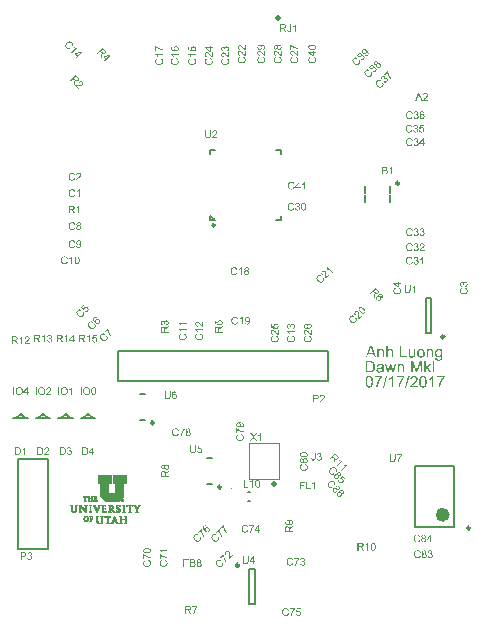
<source format=gto>
G04 Layer_Color=65535*
%FSLAX25Y25*%
%MOIN*%
G70*
G01*
G75*
%ADD31C,0.00800*%
%ADD33C,0.01000*%
%ADD58C,0.00394*%
%ADD59C,0.00984*%
%ADD60C,0.02362*%
%ADD61C,0.01968*%
%ADD62C,0.00100*%
%ADD63C,0.00787*%
G36*
X66742Y106376D02*
X66769D01*
X66802Y106372D01*
X66841Y106368D01*
X66882Y106362D01*
X66929Y106354D01*
X66978Y106343D01*
X67029Y106331D01*
X67083Y106315D01*
X67138Y106296D01*
X67191Y106274D01*
X67245Y106247D01*
X67298Y106216D01*
X67347Y106182D01*
X67349Y106179D01*
X67359Y106173D01*
X67372Y106161D01*
X67390Y106147D01*
X67411Y106126D01*
X67435Y106102D01*
X67462Y106073D01*
X67491Y106040D01*
X67521Y106003D01*
X67552Y105962D01*
X67583Y105917D01*
X67614Y105868D01*
X67642Y105817D01*
X67669Y105759D01*
X67694Y105698D01*
X67714Y105634D01*
X67382Y105554D01*
Y105558D01*
X67378Y105567D01*
X67372Y105581D01*
X67365Y105599D01*
X67355Y105622D01*
X67345Y105649D01*
X67331Y105679D01*
X67316Y105710D01*
X67279Y105776D01*
X67234Y105843D01*
X67210Y105876D01*
X67181Y105907D01*
X67152Y105936D01*
X67122Y105960D01*
X67119Y105962D01*
X67113Y105966D01*
X67105Y105972D01*
X67091Y105981D01*
X67074Y105991D01*
X67054Y106001D01*
X67031Y106013D01*
X67005Y106026D01*
X66976Y106036D01*
X66943Y106048D01*
X66908Y106059D01*
X66872Y106069D01*
X66833Y106077D01*
X66789Y106083D01*
X66744Y106087D01*
X66697Y106089D01*
X66668D01*
X66648Y106087D01*
X66623Y106085D01*
X66595Y106081D01*
X66562Y106077D01*
X66525Y106071D01*
X66488Y106065D01*
X66449Y106054D01*
X66408Y106044D01*
X66365Y106030D01*
X66324Y106013D01*
X66283Y105995D01*
X66244Y105972D01*
X66205Y105948D01*
X66203Y105946D01*
X66197Y105942D01*
X66187Y105933D01*
X66172Y105921D01*
X66158Y105907D01*
X66140Y105890D01*
X66119Y105870D01*
X66097Y105847D01*
X66074Y105821D01*
X66051Y105794D01*
X66029Y105761D01*
X66006Y105728D01*
X65984Y105692D01*
X65963Y105653D01*
X65945Y105612D01*
X65928Y105569D01*
Y105567D01*
X65924Y105558D01*
X65920Y105546D01*
X65916Y105528D01*
X65910Y105505D01*
X65904Y105480D01*
X65896Y105450D01*
X65890Y105419D01*
X65881Y105382D01*
X65873Y105343D01*
X65867Y105304D01*
X65861Y105261D01*
X65853Y105171D01*
X65848Y105077D01*
Y105072D01*
Y105062D01*
Y105046D01*
X65851Y105021D01*
Y104995D01*
X65853Y104960D01*
X65857Y104923D01*
X65861Y104884D01*
X65865Y104841D01*
X65871Y104794D01*
X65887Y104699D01*
X65912Y104601D01*
X65926Y104554D01*
X65943Y104507D01*
X65945Y104505D01*
X65947Y104496D01*
X65953Y104484D01*
X65961Y104468D01*
X65971Y104447D01*
X65984Y104425D01*
X65998Y104398D01*
X66014Y104371D01*
X66035Y104343D01*
X66056Y104312D01*
X66080Y104281D01*
X66107Y104253D01*
X66136Y104222D01*
X66166Y104195D01*
X66199Y104168D01*
X66236Y104144D01*
X66238Y104142D01*
X66244Y104140D01*
X66256Y104134D01*
X66271Y104125D01*
X66289Y104117D01*
X66312Y104107D01*
X66336Y104095D01*
X66365Y104084D01*
X66396Y104074D01*
X66431Y104062D01*
X66466Y104052D01*
X66505Y104043D01*
X66543Y104035D01*
X66584Y104031D01*
X66628Y104027D01*
X66671Y104025D01*
X66683D01*
X66697Y104027D01*
X66718D01*
X66742Y104029D01*
X66771Y104033D01*
X66804Y104039D01*
X66839Y104045D01*
X66875Y104054D01*
X66913Y104064D01*
X66953Y104078D01*
X66994Y104093D01*
X67036Y104111D01*
X67074Y104134D01*
X67115Y104158D01*
X67152Y104187D01*
X67154Y104189D01*
X67160Y104195D01*
X67171Y104203D01*
X67185Y104218D01*
X67199Y104234D01*
X67218Y104257D01*
X67238Y104281D01*
X67259Y104310D01*
X67281Y104343D01*
X67304Y104377D01*
X67326Y104419D01*
X67347Y104462D01*
X67368Y104509D01*
X67388Y104560D01*
X67404Y104615D01*
X67419Y104675D01*
X67757Y104589D01*
Y104587D01*
X67755Y104585D01*
Y104578D01*
X67753Y104570D01*
X67745Y104550D01*
X67737Y104521D01*
X67724Y104486D01*
X67708Y104445D01*
X67691Y104402D01*
X67669Y104353D01*
X67644Y104304D01*
X67618Y104250D01*
X67585Y104197D01*
X67550Y104146D01*
X67511Y104093D01*
X67470Y104043D01*
X67423Y103996D01*
X67374Y103953D01*
X67370Y103951D01*
X67361Y103943D01*
X67345Y103933D01*
X67325Y103918D01*
X67298Y103902D01*
X67265Y103884D01*
X67228Y103865D01*
X67185Y103844D01*
X67138Y103824D01*
X67087Y103806D01*
X67031Y103787D01*
X66972Y103771D01*
X66908Y103756D01*
X66843Y103746D01*
X66773Y103738D01*
X66699Y103736D01*
X66681D01*
X66660Y103738D01*
X66632D01*
X66595Y103742D01*
X66554Y103744D01*
X66509Y103750D01*
X66459Y103756D01*
X66408Y103767D01*
X66353Y103777D01*
X66298Y103791D01*
X66240Y103808D01*
X66185Y103826D01*
X66129Y103849D01*
X66076Y103875D01*
X66027Y103904D01*
X66025Y103906D01*
X66014Y103912D01*
X66002Y103922D01*
X65984Y103935D01*
X65963Y103953D01*
X65939Y103974D01*
X65910Y103998D01*
X65881Y104027D01*
X65851Y104060D01*
X65818Y104097D01*
X65785Y104136D01*
X65752Y104181D01*
X65719Y104228D01*
X65689Y104277D01*
X65660Y104332D01*
X65633Y104390D01*
X65631Y104394D01*
X65627Y104404D01*
X65621Y104423D01*
X65613Y104445D01*
X65602Y104476D01*
X65590Y104511D01*
X65580Y104550D01*
X65568Y104595D01*
X65553Y104644D01*
X65543Y104697D01*
X65531Y104755D01*
X65521Y104814D01*
X65512Y104876D01*
X65506Y104941D01*
X65502Y105007D01*
X65500Y105075D01*
Y105077D01*
Y105079D01*
Y105085D01*
Y105093D01*
X65502Y105113D01*
Y105142D01*
X65504Y105177D01*
X65508Y105216D01*
X65512Y105261D01*
X65518Y105312D01*
X65527Y105366D01*
X65537Y105421D01*
X65549Y105478D01*
X65563Y105538D01*
X65582Y105597D01*
X65602Y105657D01*
X65625Y105714D01*
X65652Y105772D01*
X65654Y105776D01*
X65658Y105784D01*
X65668Y105800D01*
X65680Y105821D01*
X65695Y105845D01*
X65715Y105874D01*
X65738Y105905D01*
X65762Y105940D01*
X65791Y105974D01*
X65824Y106011D01*
X65859Y106050D01*
X65898Y106087D01*
X65941Y106124D01*
X65986Y106159D01*
X66033Y106192D01*
X66084Y106222D01*
X66088Y106225D01*
X66097Y106229D01*
X66113Y106237D01*
X66133Y106247D01*
X66160Y106259D01*
X66191Y106272D01*
X66228Y106286D01*
X66269Y106300D01*
X66312Y106315D01*
X66361Y106329D01*
X66412Y106341D01*
X66466Y106354D01*
X66523Y106364D01*
X66582Y106372D01*
X66642Y106376D01*
X66705Y106378D01*
X66722D01*
X66742Y106376D01*
D02*
G37*
G36*
X69721Y106056D02*
X69719Y106054D01*
X69711Y106044D01*
X69696Y106030D01*
X69678Y106009D01*
X69657Y105983D01*
X69631Y105952D01*
X69600Y105915D01*
X69567Y105872D01*
X69532Y105825D01*
X69493Y105774D01*
X69454Y105716D01*
X69411Y105655D01*
X69368Y105589D01*
X69325Y105519D01*
X69280Y105444D01*
X69235Y105366D01*
Y105364D01*
X69233Y105361D01*
X69229Y105355D01*
X69225Y105347D01*
X69219Y105335D01*
X69213Y105323D01*
X69204Y105308D01*
X69196Y105292D01*
X69176Y105253D01*
X69153Y105206D01*
X69126Y105152D01*
X69100Y105093D01*
X69069Y105029D01*
X69038Y104960D01*
X69008Y104888D01*
X68977Y104810D01*
X68948Y104730D01*
X68917Y104648D01*
X68891Y104564D01*
X68864Y104480D01*
Y104476D01*
X68860Y104466D01*
X68856Y104447D01*
X68850Y104425D01*
X68841Y104394D01*
X68833Y104359D01*
X68823Y104318D01*
X68815Y104273D01*
X68805Y104222D01*
X68794Y104168D01*
X68784Y104111D01*
X68774Y104050D01*
X68766Y103986D01*
X68757Y103918D01*
X68751Y103851D01*
X68745Y103779D01*
X68423D01*
Y103783D01*
Y103793D01*
X68425Y103810D01*
Y103832D01*
X68427Y103861D01*
X68432Y103898D01*
X68434Y103937D01*
X68440Y103984D01*
X68446Y104033D01*
X68454Y104088D01*
X68462Y104150D01*
X68475Y104214D01*
X68487Y104281D01*
X68503Y104353D01*
X68520Y104429D01*
X68540Y104507D01*
Y104509D01*
X68542Y104511D01*
X68544Y104517D01*
X68546Y104525D01*
X68548Y104535D01*
X68552Y104548D01*
X68561Y104580D01*
X68573Y104617D01*
X68587Y104663D01*
X68604Y104714D01*
X68624Y104769D01*
X68647Y104831D01*
X68669Y104894D01*
X68698Y104964D01*
X68727Y105034D01*
X68757Y105105D01*
X68792Y105179D01*
X68827Y105255D01*
X68866Y105329D01*
Y105331D01*
X68868Y105333D01*
X68872Y105339D01*
X68876Y105347D01*
X68887Y105368D01*
X68903Y105394D01*
X68923Y105429D01*
X68946Y105468D01*
X68973Y105513D01*
X69003Y105562D01*
X69036Y105614D01*
X69071Y105667D01*
X69108Y105722D01*
X69147Y105780D01*
X69231Y105893D01*
X69274Y105946D01*
X69319Y105999D01*
X68067D01*
Y106300D01*
X69721D01*
Y106056D01*
D02*
G37*
G36*
X79765Y71138D02*
X79809Y71135D01*
X79856Y71131D01*
X79907Y71124D01*
X79961Y71113D01*
X80017Y71100D01*
X80074Y71084D01*
X80133Y71063D01*
X80194Y71037D01*
X80254Y71006D01*
X80075Y70715D01*
X80072Y70718D01*
X80064Y70721D01*
X80049Y70726D01*
X80032Y70735D01*
X80009Y70744D01*
X79983Y70755D01*
X79951Y70767D01*
X79919Y70779D01*
X79846Y70799D01*
X79767Y70815D01*
X79726Y70821D01*
X79684Y70822D01*
X79643D01*
X79604Y70818D01*
X79601D01*
X79594Y70816D01*
X79584Y70815D01*
X79568Y70810D01*
X79549Y70806D01*
X79527Y70799D01*
X79503Y70792D01*
X79475Y70781D01*
X79448Y70768D01*
X79416Y70754D01*
X79384Y70736D01*
X79351Y70718D01*
X79317Y70696D01*
X79282Y70670D01*
X79248Y70641D01*
X79213Y70609D01*
X79210Y70606D01*
X79204Y70600D01*
X79193Y70589D01*
X79180Y70573D01*
X79164Y70554D01*
X79146Y70531D01*
X79126Y70505D01*
X79104Y70474D01*
X79082Y70444D01*
X79062Y70409D01*
X79040Y70373D01*
X79020Y70332D01*
X79003Y70292D01*
X78987Y70249D01*
X78975Y70206D01*
X78965Y70161D01*
Y70158D01*
X78964Y70151D01*
X78962Y70138D01*
X78961Y70119D01*
Y70099D01*
X78959Y70074D01*
Y70045D01*
Y70013D01*
X78962Y69978D01*
X78965Y69944D01*
X78972Y69905D01*
X78979Y69865D01*
X78990Y69823D01*
X79003Y69781D01*
X79019Y69739D01*
X79037Y69697D01*
X79039Y69696D01*
X79042Y69687D01*
X79048Y69675D01*
X79058Y69660D01*
X79069Y69639D01*
X79082Y69617D01*
X79098Y69590D01*
X79116Y69564D01*
X79136Y69532D01*
X79158Y69499D01*
X79181Y69467D01*
X79207Y69432D01*
X79265Y69362D01*
X79329Y69293D01*
X79332Y69290D01*
X79339Y69283D01*
X79351Y69271D01*
X79369Y69255D01*
X79388Y69236D01*
X79414Y69213D01*
X79443Y69190D01*
X79474Y69165D01*
X79507Y69138D01*
X79545Y69109D01*
X79623Y69054D01*
X79710Y69001D01*
X79754Y68978D01*
X79799Y68956D01*
X79801D01*
X79809Y68952D01*
X79822Y68948D01*
X79839Y68942D01*
X79861Y68935D01*
X79886Y68927D01*
X79914Y68919D01*
X79945Y68911D01*
X79980Y68906D01*
X80016Y68898D01*
X80055Y68894D01*
X80094Y68893D01*
X80136Y68891D01*
X80177Y68894D01*
X80219Y68898D01*
X80262Y68907D01*
X80265D01*
X80271Y68910D01*
X80284Y68914D01*
X80300Y68919D01*
X80319Y68926D01*
X80342Y68935D01*
X80368Y68943D01*
X80396Y68956D01*
X80425Y68971D01*
X80458Y68987D01*
X80490Y69004D01*
X80523Y69026D01*
X80557Y69048D01*
X80589Y69074D01*
X80622Y69101D01*
X80654Y69130D01*
X80657Y69133D01*
X80663Y69139D01*
X80671Y69151D01*
X80686Y69165D01*
X80702Y69184D01*
X80719Y69207D01*
X80738Y69235D01*
X80758Y69264D01*
X80778Y69296D01*
X80797Y69329D01*
X80816Y69368D01*
X80835Y69407D01*
X80851Y69449D01*
X80862Y69493D01*
X80874Y69539D01*
X80880Y69586D01*
Y69589D01*
Y69597D01*
X80881Y69610D01*
Y69630D01*
X80880Y69652D01*
X80877Y69681D01*
X80874Y69713D01*
X80868Y69748D01*
X80861Y69787D01*
X80852Y69828D01*
X80839Y69873D01*
X80823Y69918D01*
X80805Y69965D01*
X80783Y70016D01*
X80755Y70067D01*
X80723Y70119D01*
X81023Y70297D01*
X81025Y70296D01*
Y70293D01*
X81029Y70289D01*
X81033Y70281D01*
X81042Y70261D01*
X81057Y70235D01*
X81073Y70202D01*
X81090Y70161D01*
X81109Y70119D01*
X81128Y70068D01*
X81145Y70016D01*
X81164Y69960D01*
X81178Y69899D01*
X81190Y69838D01*
X81200Y69773D01*
X81206Y69709D01*
Y69642D01*
X81202Y69577D01*
X81200Y69573D01*
Y69561D01*
X81196Y69542D01*
X81191Y69517D01*
X81184Y69487D01*
X81174Y69451D01*
X81161Y69412D01*
X81145Y69367D01*
X81126Y69319D01*
X81103Y69270D01*
X81077Y69217D01*
X81047Y69164D01*
X81012Y69109D01*
X80973Y69055D01*
X80929Y69000D01*
X80878Y68946D01*
X80877Y68945D01*
X80875Y68943D01*
X80871Y68939D01*
X80865Y68933D01*
X80849Y68920D01*
X80829Y68900D01*
X80800Y68877D01*
X80770Y68849D01*
X80734Y68822D01*
X80694Y68791D01*
X80651Y68762D01*
X80604Y68730D01*
X80555Y68701D01*
X80503Y68672D01*
X80451Y68646D01*
X80396Y68623D01*
X80339Y68604D01*
X80284Y68590D01*
X80281D01*
X80270Y68587D01*
X80254Y68585D01*
X80232Y68581D01*
X80204Y68580D01*
X80172Y68577D01*
X80135Y68574D01*
X80094D01*
X80049Y68575D01*
X80000Y68578D01*
X79949Y68582D01*
X79894Y68591D01*
X79838Y68601D01*
X79781Y68614D01*
X79722Y68633D01*
X79662Y68655D01*
X79658Y68656D01*
X79648Y68661D01*
X79630Y68669D01*
X79609Y68680D01*
X79580Y68694D01*
X79546Y68710D01*
X79511Y68730D01*
X79471Y68753D01*
X79426Y68778D01*
X79381Y68809D01*
X79332Y68840D01*
X79282Y68875D01*
X79233Y68913D01*
X79182Y68955D01*
X79133Y68998D01*
X79084Y69045D01*
X79082Y69046D01*
X79081Y69048D01*
X79077Y69052D01*
X79071Y69058D01*
X79058Y69074D01*
X79037Y69094D01*
X79014Y69120D01*
X78990Y69151D01*
X78961Y69186D01*
X78929Y69226D01*
X78897Y69270D01*
X78865Y69316D01*
X78833Y69365D01*
X78801Y69417D01*
X78772Y69472D01*
X78745Y69529D01*
X78720Y69586D01*
X78698Y69645D01*
X78697Y69649D01*
X78694Y69658D01*
X78690Y69677D01*
X78684Y69700D01*
X78676Y69728D01*
X78671Y69762D01*
X78665Y69800D01*
X78658Y69842D01*
X78653Y69887D01*
X78650Y69936D01*
X78648Y69989D01*
X78649Y70042D01*
X78653Y70099D01*
X78661Y70155D01*
X78671Y70212D01*
X78685Y70270D01*
X78687Y70274D01*
X78690Y70283D01*
X78695Y70300D01*
X78703Y70322D01*
X78713Y70350D01*
X78726Y70380D01*
X78742Y70416D01*
X78761Y70455D01*
X78781Y70496D01*
X78806Y70541D01*
X78833Y70586D01*
X78862Y70632D01*
X78895Y70680D01*
X78932Y70728D01*
X78971Y70773D01*
X79014Y70819D01*
X79016Y70821D01*
X79017Y70822D01*
X79022Y70826D01*
X79026Y70831D01*
X79042Y70844D01*
X79061Y70863D01*
X79087Y70883D01*
X79117Y70908D01*
X79150Y70932D01*
X79190Y70960D01*
X79232Y70987D01*
X79277Y71015D01*
X79326Y71041D01*
X79378Y71067D01*
X79432Y71089D01*
X79488Y71108D01*
X79548Y71124D01*
X79607Y71134D01*
X79610D01*
X79622Y71137D01*
X79639D01*
X79662Y71140D01*
X79726D01*
X79765Y71138D01*
D02*
G37*
G36*
X81374Y72724D02*
Y72721D01*
X81376Y72708D01*
Y72688D01*
X81377Y72660D01*
X81381Y72627D01*
X81384Y72586D01*
X81389Y72538D01*
X81396Y72485D01*
X81405Y72427D01*
X81413Y72363D01*
X81426Y72295D01*
X81439Y72221D01*
X81455Y72144D01*
X81474Y72064D01*
X81496Y71979D01*
X81519Y71892D01*
X81521Y71890D01*
Y71887D01*
X81522Y71880D01*
X81525Y71872D01*
X81529Y71859D01*
X81534Y71845D01*
X81538Y71829D01*
X81544Y71812D01*
X81557Y71770D01*
X81574Y71721D01*
X81593Y71664D01*
X81616Y71603D01*
X81639Y71537D01*
X81667Y71466D01*
X81696Y71393D01*
X81729Y71316D01*
X81766Y71240D01*
X81802Y71160D01*
X81842Y71082D01*
X81883Y71003D01*
X81886Y71000D01*
X81890Y70990D01*
X81900Y70974D01*
X81912Y70954D01*
X81928Y70926D01*
X81947Y70896D01*
X81968Y70860D01*
X81995Y70822D01*
X82024Y70779D01*
X82054Y70734D01*
X82087Y70686D01*
X82124Y70635D01*
X82163Y70584D01*
X82205Y70531D01*
X82248Y70478D01*
X82295Y70423D01*
X82067Y70196D01*
X82064Y70199D01*
X82057Y70206D01*
X82047Y70219D01*
X82031Y70235D01*
X82012Y70257D01*
X81989Y70286D01*
X81963Y70315D01*
X81934Y70352D01*
X81903Y70391D01*
X81870Y70437D01*
X81832Y70486D01*
X81796Y70539D01*
X81757Y70596D01*
X81718Y70658D01*
X81676Y70723D01*
X81635Y70793D01*
X81634Y70794D01*
Y70797D01*
X81631Y70803D01*
X81626Y70810D01*
X81621Y70819D01*
X81615Y70831D01*
X81597Y70860D01*
X81580Y70894D01*
X81558Y70937D01*
X81534Y70984D01*
X81509Y71038D01*
X81481Y71097D01*
X81453Y71158D01*
X81423Y71228D01*
X81394Y71298D01*
X81366Y71370D01*
X81338Y71447D01*
X81309Y71525D01*
X81284Y71605D01*
X81283Y71606D01*
Y71609D01*
X81281Y71616D01*
X81279Y71625D01*
X81271Y71647D01*
X81264Y71677D01*
X81254Y71716D01*
X81242Y71760D01*
X81229Y71811D01*
X81216Y71867D01*
X81203Y71927D01*
X81190Y71989D01*
X81177Y72054D01*
X81164Y72122D01*
X81144Y72262D01*
X81137Y72330D01*
X81131Y72399D01*
X80245Y71513D01*
X80032Y71727D01*
X81202Y72896D01*
X81374Y72724D01*
D02*
G37*
G36*
X70896Y106341D02*
X70918D01*
X70947Y106337D01*
X70980Y106333D01*
X71017Y106327D01*
X71056Y106319D01*
X71099Y106309D01*
X71142Y106296D01*
X71187Y106280D01*
X71232Y106262D01*
X71277Y106239D01*
X71320Y106212D01*
X71363Y106184D01*
X71402Y106149D01*
X71404Y106147D01*
X71410Y106140D01*
X71420Y106128D01*
X71435Y106114D01*
X71449Y106095D01*
X71468Y106073D01*
X71486Y106046D01*
X71504Y106017D01*
X71523Y105983D01*
X71541Y105948D01*
X71560Y105909D01*
X71574Y105868D01*
X71588Y105823D01*
X71599Y105776D01*
X71605Y105726D01*
X71607Y105675D01*
Y105673D01*
Y105667D01*
Y105659D01*
X71605Y105644D01*
Y105630D01*
X71603Y105612D01*
X71599Y105591D01*
X71595Y105571D01*
X71584Y105521D01*
X71568Y105470D01*
X71543Y105417D01*
X71529Y105390D01*
X71513Y105366D01*
Y105364D01*
X71509Y105359D01*
X71502Y105353D01*
X71496Y105343D01*
X71486Y105333D01*
X71474Y105321D01*
X71459Y105306D01*
X71443Y105292D01*
X71425Y105275D01*
X71404Y105259D01*
X71379Y105243D01*
X71355Y105224D01*
X71326Y105208D01*
X71297Y105191D01*
X71265Y105177D01*
X71230Y105163D01*
X71232D01*
X71240Y105159D01*
X71252Y105155D01*
X71269Y105148D01*
X71289Y105140D01*
X71312Y105130D01*
X71336Y105118D01*
X71363Y105103D01*
X71420Y105068D01*
X71451Y105048D01*
X71480Y105025D01*
X71511Y105001D01*
X71537Y104974D01*
X71564Y104945D01*
X71588Y104915D01*
X71591Y104913D01*
X71595Y104906D01*
X71601Y104898D01*
X71607Y104884D01*
X71617Y104867D01*
X71627Y104849D01*
X71638Y104826D01*
X71650Y104800D01*
X71662Y104771D01*
X71673Y104740D01*
X71683Y104708D01*
X71693Y104671D01*
X71699Y104634D01*
X71705Y104595D01*
X71710Y104552D01*
X71711Y104509D01*
Y104505D01*
Y104494D01*
X71710Y104478D01*
X71707Y104453D01*
X71705Y104427D01*
X71699Y104394D01*
X71691Y104357D01*
X71683Y104316D01*
X71671Y104275D01*
X71654Y104230D01*
X71636Y104185D01*
X71613Y104138D01*
X71587Y104090D01*
X71556Y104045D01*
X71519Y104000D01*
X71478Y103957D01*
X71476Y103955D01*
X71468Y103947D01*
X71453Y103937D01*
X71437Y103922D01*
X71412Y103906D01*
X71386Y103888D01*
X71353Y103867D01*
X71316Y103847D01*
X71273Y103826D01*
X71228Y103806D01*
X71176Y103787D01*
X71123Y103771D01*
X71066Y103756D01*
X71004Y103746D01*
X70939Y103738D01*
X70869Y103736D01*
X70853D01*
X70832Y103738D01*
X70807Y103740D01*
X70775Y103742D01*
X70738Y103748D01*
X70697Y103754D01*
X70652Y103765D01*
X70604Y103775D01*
X70555Y103791D01*
X70504Y103808D01*
X70453Y103830D01*
X70402Y103855D01*
X70352Y103885D01*
X70305Y103920D01*
X70260Y103959D01*
X70258Y103961D01*
X70250Y103970D01*
X70240Y103982D01*
X70223Y104000D01*
X70207Y104021D01*
X70186Y104048D01*
X70166Y104078D01*
X70145Y104113D01*
X70123Y104152D01*
X70102Y104193D01*
X70082Y104240D01*
X70065Y104289D01*
X70049Y104341D01*
X70039Y104398D01*
X70030Y104455D01*
X70028Y104517D01*
Y104519D01*
Y104527D01*
Y104542D01*
X70030Y104558D01*
X70033Y104580D01*
X70035Y104605D01*
X70039Y104632D01*
X70045Y104663D01*
X70059Y104728D01*
X70069Y104763D01*
X70082Y104798D01*
X70096Y104833D01*
X70113Y104867D01*
X70131Y104900D01*
X70153Y104933D01*
X70156Y104935D01*
X70160Y104941D01*
X70168Y104949D01*
X70178Y104960D01*
X70190Y104974D01*
X70207Y104990D01*
X70225Y105007D01*
X70246Y105025D01*
X70270Y105044D01*
X70297Y105062D01*
X70328Y105083D01*
X70359Y105101D01*
X70393Y105120D01*
X70432Y105136D01*
X70471Y105150D01*
X70514Y105163D01*
X70512D01*
X70506Y105167D01*
X70496Y105171D01*
X70481Y105177D01*
X70467Y105183D01*
X70449Y105191D01*
X70406Y105216D01*
X70359Y105245D01*
X70309Y105280D01*
X70264Y105318D01*
X70244Y105341D01*
X70225Y105366D01*
Y105368D01*
X70221Y105372D01*
X70217Y105380D01*
X70211Y105390D01*
X70203Y105403D01*
X70195Y105417D01*
X70186Y105435D01*
X70178Y105456D01*
X70170Y105478D01*
X70162Y105501D01*
X70145Y105556D01*
X70135Y105618D01*
X70133Y105649D01*
X70131Y105683D01*
Y105687D01*
Y105696D01*
X70133Y105710D01*
X70135Y105730D01*
X70137Y105753D01*
X70141Y105782D01*
X70147Y105813D01*
X70156Y105847D01*
X70166Y105882D01*
X70180Y105921D01*
X70197Y105960D01*
X70215Y105999D01*
X70237Y106038D01*
X70264Y106077D01*
X70295Y106116D01*
X70330Y106153D01*
X70332Y106155D01*
X70340Y106161D01*
X70350Y106171D01*
X70367Y106184D01*
X70387Y106198D01*
X70412Y106212D01*
X70438Y106231D01*
X70471Y106249D01*
X70508Y106266D01*
X70549Y106284D01*
X70592Y106298D01*
X70639Y106315D01*
X70691Y106325D01*
X70744Y106335D01*
X70801Y106341D01*
X70863Y106343D01*
X70877D01*
X70896Y106341D01*
D02*
G37*
G36*
X88624Y104415D02*
X88630D01*
X88638Y104413D01*
X88659Y104405D01*
X88688Y104397D01*
X88722Y104385D01*
X88763Y104368D01*
X88806Y104352D01*
X88856Y104329D01*
X88905Y104305D01*
X88958Y104278D01*
X89012Y104245D01*
X89063Y104210D01*
X89116Y104171D01*
X89165Y104130D01*
X89212Y104083D01*
X89255Y104034D01*
X89258Y104030D01*
X89266Y104022D01*
X89276Y104005D01*
X89290Y103985D01*
X89307Y103958D01*
X89325Y103925D01*
X89344Y103888D01*
X89364Y103845D01*
X89385Y103798D01*
X89403Y103747D01*
X89421Y103692D01*
X89438Y103632D01*
X89452Y103569D01*
X89463Y103503D01*
X89471Y103433D01*
X89473Y103359D01*
Y103357D01*
Y103355D01*
Y103349D01*
Y103341D01*
X89471Y103321D01*
Y103292D01*
X89467Y103255D01*
X89464Y103214D01*
X89458Y103169D01*
X89452Y103120D01*
X89442Y103068D01*
X89432Y103013D01*
X89417Y102958D01*
X89401Y102900D01*
X89383Y102845D01*
X89360Y102790D01*
X89333Y102736D01*
X89305Y102687D01*
X89303Y102685D01*
X89297Y102675D01*
X89286Y102663D01*
X89274Y102644D01*
X89255Y102623D01*
X89235Y102599D01*
X89210Y102570D01*
X89182Y102541D01*
X89149Y102511D01*
X89112Y102478D01*
X89073Y102445D01*
X89028Y102412D01*
X88981Y102380D01*
X88932Y102349D01*
X88876Y102320D01*
X88819Y102294D01*
X88815Y102291D01*
X88804Y102287D01*
X88786Y102281D01*
X88763Y102273D01*
X88733Y102263D01*
X88698Y102250D01*
X88659Y102240D01*
X88614Y102228D01*
X88565Y102214D01*
X88511Y102203D01*
X88454Y102191D01*
X88394Y102181D01*
X88333Y102173D01*
X88267Y102166D01*
X88202Y102162D01*
X88134Y102160D01*
X88116D01*
X88095Y102162D01*
X88066D01*
X88032Y102164D01*
X87993Y102168D01*
X87948Y102173D01*
X87896Y102179D01*
X87843Y102187D01*
X87788Y102197D01*
X87730Y102209D01*
X87671Y102224D01*
X87611Y102242D01*
X87552Y102263D01*
X87494Y102285D01*
X87437Y102312D01*
X87433Y102314D01*
X87425Y102318D01*
X87408Y102328D01*
X87388Y102341D01*
X87363Y102355D01*
X87335Y102375D01*
X87304Y102398D01*
X87269Y102423D01*
X87234Y102451D01*
X87197Y102484D01*
X87158Y102519D01*
X87121Y102558D01*
X87085Y102601D01*
X87050Y102646D01*
X87017Y102693D01*
X86986Y102744D01*
X86984Y102749D01*
X86980Y102757D01*
X86972Y102773D01*
X86962Y102794D01*
X86949Y102820D01*
X86937Y102851D01*
X86923Y102888D01*
X86908Y102929D01*
X86894Y102972D01*
X86879Y103021D01*
X86867Y103073D01*
X86855Y103126D01*
X86845Y103183D01*
X86836Y103243D01*
X86832Y103302D01*
X86830Y103366D01*
Y103368D01*
Y103370D01*
Y103376D01*
Y103382D01*
X86832Y103402D01*
Y103429D01*
X86836Y103462D01*
X86840Y103501D01*
X86847Y103542D01*
X86855Y103589D01*
X86865Y103638D01*
X86877Y103690D01*
X86894Y103743D01*
X86912Y103798D01*
X86935Y103851D01*
X86962Y103905D01*
X86992Y103958D01*
X87027Y104007D01*
X87029Y104009D01*
X87035Y104020D01*
X87048Y104032D01*
X87062Y104050D01*
X87082Y104071D01*
X87107Y104095D01*
X87136Y104122D01*
X87169Y104151D01*
X87205Y104182D01*
X87247Y104212D01*
X87292Y104243D01*
X87341Y104274D01*
X87392Y104303D01*
X87449Y104329D01*
X87511Y104354D01*
X87574Y104374D01*
X87654Y104042D01*
X87650D01*
X87642Y104038D01*
X87628Y104032D01*
X87609Y104026D01*
X87587Y104016D01*
X87560Y104005D01*
X87529Y103991D01*
X87499Y103977D01*
X87433Y103940D01*
X87365Y103894D01*
X87333Y103870D01*
X87302Y103841D01*
X87273Y103813D01*
X87248Y103782D01*
X87247Y103780D01*
X87242Y103774D01*
X87236Y103765D01*
X87228Y103751D01*
X87218Y103735D01*
X87208Y103714D01*
X87195Y103692D01*
X87183Y103665D01*
X87173Y103636D01*
X87160Y103603D01*
X87150Y103569D01*
X87140Y103532D01*
X87132Y103493D01*
X87125Y103450D01*
X87121Y103405D01*
X87119Y103357D01*
Y103353D01*
Y103345D01*
Y103329D01*
X87121Y103308D01*
X87124Y103284D01*
X87128Y103255D01*
X87132Y103222D01*
X87138Y103185D01*
X87144Y103148D01*
X87154Y103109D01*
X87164Y103068D01*
X87179Y103025D01*
X87195Y102984D01*
X87214Y102943D01*
X87236Y102904D01*
X87261Y102865D01*
X87263Y102863D01*
X87267Y102857D01*
X87275Y102847D01*
X87287Y102833D01*
X87302Y102818D01*
X87318Y102800D01*
X87339Y102779D01*
X87361Y102757D01*
X87388Y102734D01*
X87414Y102712D01*
X87447Y102689D01*
X87480Y102667D01*
X87517Y102644D01*
X87556Y102623D01*
X87597Y102605D01*
X87640Y102589D01*
X87642D01*
X87650Y102585D01*
X87663Y102580D01*
X87681Y102576D01*
X87704Y102570D01*
X87728Y102564D01*
X87759Y102556D01*
X87790Y102550D01*
X87827Y102541D01*
X87866Y102533D01*
X87905Y102527D01*
X87948Y102521D01*
X88038Y102513D01*
X88132Y102509D01*
X88163D01*
X88187Y102511D01*
X88214D01*
X88249Y102513D01*
X88286Y102517D01*
X88325Y102521D01*
X88368Y102525D01*
X88415Y102531D01*
X88509Y102548D01*
X88608Y102572D01*
X88655Y102587D01*
X88702Y102603D01*
X88704Y102605D01*
X88712Y102607D01*
X88724Y102613D01*
X88741Y102621D01*
X88761Y102632D01*
X88784Y102644D01*
X88811Y102658D01*
X88837Y102675D01*
X88866Y102695D01*
X88897Y102716D01*
X88927Y102740D01*
X88956Y102767D01*
X88987Y102796D01*
X89013Y102826D01*
X89040Y102859D01*
X89065Y102896D01*
X89067Y102898D01*
X89069Y102904D01*
X89075Y102917D01*
X89083Y102931D01*
X89091Y102950D01*
X89102Y102972D01*
X89114Y102997D01*
X89124Y103025D01*
X89135Y103056D01*
X89147Y103091D01*
X89157Y103126D01*
X89165Y103165D01*
X89174Y103204D01*
X89178Y103245D01*
X89182Y103288D01*
X89184Y103331D01*
Y103335D01*
Y103343D01*
X89182Y103357D01*
Y103378D01*
X89180Y103402D01*
X89175Y103431D01*
X89169Y103464D01*
X89163Y103499D01*
X89155Y103536D01*
X89145Y103573D01*
X89130Y103614D01*
X89116Y103655D01*
X89098Y103696D01*
X89075Y103735D01*
X89051Y103776D01*
X89022Y103813D01*
X89020Y103815D01*
X89013Y103821D01*
X89005Y103831D01*
X88991Y103845D01*
X88975Y103860D01*
X88952Y103878D01*
X88927Y103899D01*
X88899Y103919D01*
X88866Y103942D01*
X88831Y103964D01*
X88790Y103987D01*
X88747Y104007D01*
X88700Y104028D01*
X88649Y104048D01*
X88593Y104065D01*
X88534Y104079D01*
X88620Y104417D01*
X88622D01*
X88624Y104415D01*
D02*
G37*
G36*
X109517Y98409D02*
X109556D01*
X109599Y98407D01*
X109648Y98403D01*
X109701Y98399D01*
X109759Y98395D01*
X109818Y98388D01*
X109939Y98372D01*
X109999Y98360D01*
X110058Y98347D01*
X110115Y98333D01*
X110169Y98317D01*
X110173D01*
X110181Y98313D01*
X110195Y98306D01*
X110214Y98300D01*
X110238Y98290D01*
X110265Y98278D01*
X110294Y98263D01*
X110327Y98247D01*
X110359Y98229D01*
X110394Y98208D01*
X110429Y98185D01*
X110466Y98161D01*
X110501Y98134D01*
X110533Y98106D01*
X110566Y98073D01*
X110595Y98040D01*
X110597Y98038D01*
X110601Y98032D01*
X110609Y98022D01*
X110618Y98007D01*
X110630Y97989D01*
X110642Y97968D01*
X110656Y97941D01*
X110669Y97913D01*
X110683Y97882D01*
X110697Y97847D01*
X110710Y97808D01*
X110722Y97767D01*
X110730Y97724D01*
X110739Y97677D01*
X110743Y97628D01*
X110745Y97577D01*
Y97572D01*
Y97560D01*
X110743Y97542D01*
X110741Y97515D01*
X110737Y97484D01*
X110730Y97449D01*
X110722Y97408D01*
X110712Y97365D01*
X110697Y97320D01*
X110681Y97273D01*
X110659Y97224D01*
X110634Y97177D01*
X110603Y97128D01*
X110568Y97083D01*
X110527Y97038D01*
X110482Y96996D01*
X110478Y96994D01*
X110468Y96986D01*
X110447Y96974D01*
X110421Y96957D01*
X110386Y96939D01*
X110365Y96927D01*
X110343Y96917D01*
X110318Y96906D01*
X110292Y96894D01*
X110263Y96882D01*
X110232Y96871D01*
X110199Y96859D01*
X110164Y96847D01*
X110128Y96834D01*
X110089Y96824D01*
X110046Y96814D01*
X110003Y96804D01*
X109958Y96794D01*
X109908Y96783D01*
X109859Y96775D01*
X109806Y96767D01*
X109750Y96761D01*
X109695Y96755D01*
X109636Y96750D01*
X109574Y96746D01*
X109509Y96744D01*
X109400D01*
X109367Y96746D01*
X109330D01*
X109285Y96748D01*
X109236Y96753D01*
X109183Y96757D01*
X109125Y96761D01*
X109066Y96767D01*
X108945Y96783D01*
X108883Y96794D01*
X108824Y96806D01*
X108766Y96820D01*
X108713Y96837D01*
X108709Y96839D01*
X108701Y96841D01*
X108686Y96847D01*
X108668Y96855D01*
X108643Y96863D01*
X108617Y96876D01*
X108588Y96890D01*
X108555Y96906D01*
X108522Y96925D01*
X108488Y96945D01*
X108453Y96968D01*
X108416Y96992D01*
X108381Y97021D01*
X108348Y97050D01*
X108315Y97080D01*
X108287Y97113D01*
X108285Y97115D01*
X108281Y97122D01*
X108272Y97132D01*
X108264Y97146D01*
X108252Y97165D01*
X108240Y97187D01*
X108225Y97212D01*
X108211Y97240D01*
X108199Y97273D01*
X108184Y97308D01*
X108172Y97345D01*
X108160Y97386D01*
X108151Y97431D01*
X108143Y97476D01*
X108139Y97525D01*
X108137Y97577D01*
Y97579D01*
Y97585D01*
Y97597D01*
X108139Y97611D01*
Y97630D01*
X108141Y97650D01*
X108143Y97673D01*
X108147Y97700D01*
X108158Y97755D01*
X108172Y97814D01*
X108192Y97878D01*
X108221Y97937D01*
Y97939D01*
X108225Y97944D01*
X108229Y97952D01*
X108236Y97964D01*
X108246Y97976D01*
X108256Y97993D01*
X108281Y98028D01*
X108315Y98069D01*
X108356Y98112D01*
X108404Y98155D01*
X108459Y98194D01*
X108461Y98196D01*
X108465Y98198D01*
X108475Y98204D01*
X108488Y98210D01*
X108502Y98218D01*
X108520Y98229D01*
X108541Y98239D01*
X108565Y98251D01*
X108592Y98263D01*
X108621Y98276D01*
X108652Y98290D01*
X108684Y98302D01*
X108721Y98317D01*
X108758Y98329D01*
X108840Y98352D01*
X108842D01*
X108851Y98354D01*
X108863Y98358D01*
X108881Y98362D01*
X108904Y98366D01*
X108930Y98370D01*
X108963Y98376D01*
X109000Y98382D01*
X109041Y98386D01*
X109086Y98392D01*
X109135Y98397D01*
X109189Y98403D01*
X109246Y98405D01*
X109308Y98409D01*
X109373Y98411D01*
X109486D01*
X109517Y98409D01*
D02*
G37*
G36*
X88165Y108370D02*
X88183D01*
X88224Y108368D01*
X88271Y108366D01*
X88325Y108363D01*
X88382Y108359D01*
X88444Y108353D01*
X88507Y108345D01*
X88638Y108327D01*
X88702Y108314D01*
X88766Y108300D01*
X88825Y108284D01*
X88882Y108265D01*
X88886Y108263D01*
X88895Y108261D01*
X88909Y108255D01*
X88929Y108245D01*
X88954Y108234D01*
X88981Y108220D01*
X89013Y108204D01*
X89046Y108185D01*
X89081Y108165D01*
X89116Y108140D01*
X89153Y108115D01*
X89190Y108087D01*
X89227Y108056D01*
X89260Y108021D01*
X89292Y107986D01*
X89323Y107947D01*
X89325Y107945D01*
X89329Y107937D01*
X89337Y107927D01*
X89346Y107911D01*
X89358Y107890D01*
X89370Y107865D01*
X89385Y107839D01*
X89397Y107808D01*
X89411Y107773D01*
X89426Y107736D01*
X89438Y107695D01*
X89450Y107652D01*
X89458Y107605D01*
X89467Y107558D01*
X89471Y107507D01*
X89473Y107455D01*
Y107451D01*
Y107443D01*
X89471Y107427D01*
Y107406D01*
X89467Y107379D01*
X89464Y107351D01*
X89458Y107318D01*
X89452Y107281D01*
X89444Y107244D01*
X89432Y107205D01*
X89419Y107164D01*
X89403Y107123D01*
X89385Y107082D01*
X89362Y107041D01*
X89335Y107002D01*
X89307Y106965D01*
X89305Y106963D01*
X89298Y106957D01*
X89290Y106947D01*
X89276Y106935D01*
X89260Y106920D01*
X89239Y106904D01*
X89214Y106886D01*
X89186Y106865D01*
X89155Y106846D01*
X89120Y106826D01*
X89081Y106808D01*
X89040Y106789D01*
X88995Y106773D01*
X88946Y106758D01*
X88895Y106746D01*
X88839Y106738D01*
X88811Y107039D01*
X88813D01*
X88821Y107041D01*
X88831Y107043D01*
X88845Y107047D01*
X88864Y107052D01*
X88882Y107058D01*
X88905Y107064D01*
X88929Y107072D01*
X88981Y107090D01*
X89032Y107117D01*
X89079Y107148D01*
X89102Y107164D01*
X89120Y107185D01*
Y107187D01*
X89124Y107189D01*
X89128Y107195D01*
X89135Y107205D01*
X89143Y107215D01*
X89151Y107228D01*
X89159Y107242D01*
X89167Y107261D01*
X89184Y107300D01*
X89200Y107347D01*
X89210Y107402D01*
X89212Y107431D01*
X89214Y107462D01*
Y107464D01*
Y107468D01*
Y107476D01*
X89212Y107486D01*
Y107498D01*
X89210Y107513D01*
X89206Y107548D01*
X89198Y107589D01*
X89186Y107630D01*
X89171Y107673D01*
X89149Y107716D01*
Y107718D01*
X89145Y107720D01*
X89143Y107726D01*
X89136Y107734D01*
X89122Y107755D01*
X89102Y107779D01*
X89077Y107808D01*
X89046Y107839D01*
X89012Y107867D01*
X88973Y107894D01*
X88971D01*
X88966Y107898D01*
X88960Y107900D01*
X88952Y107906D01*
X88942Y107913D01*
X88927Y107919D01*
X88911Y107927D01*
X88893Y107935D01*
X88874Y107943D01*
X88852Y107954D01*
X88827Y107964D01*
X88800Y107972D01*
X88741Y107992D01*
X88673Y108011D01*
X88671D01*
X88665Y108013D01*
X88655Y108015D01*
X88640Y108019D01*
X88624Y108021D01*
X88604Y108025D01*
X88581Y108029D01*
X88554Y108036D01*
X88526Y108040D01*
X88497Y108044D01*
X88431Y108050D01*
X88362Y108056D01*
X88290Y108058D01*
X88228D01*
X88230Y108056D01*
X88235Y108054D01*
X88243Y108048D01*
X88253Y108042D01*
X88265Y108031D01*
X88280Y108019D01*
X88314Y107990D01*
X88353Y107954D01*
X88394Y107908D01*
X88433Y107857D01*
X88470Y107800D01*
Y107798D01*
X88474Y107792D01*
X88478Y107783D01*
X88485Y107771D01*
X88491Y107757D01*
X88499Y107738D01*
X88507Y107718D01*
X88515Y107695D01*
X88526Y107669D01*
X88534Y107642D01*
X88548Y107582D01*
X88559Y107517D01*
X88560Y107482D01*
X88563Y107447D01*
Y107443D01*
Y107433D01*
X88560Y107416D01*
X88559Y107394D01*
X88556Y107367D01*
X88550Y107334D01*
X88544Y107300D01*
X88534Y107261D01*
X88522Y107220D01*
X88507Y107177D01*
X88489Y107132D01*
X88466Y107086D01*
X88440Y107041D01*
X88409Y106996D01*
X88374Y106953D01*
X88333Y106910D01*
X88331Y106908D01*
X88323Y106900D01*
X88308Y106890D01*
X88292Y106875D01*
X88267Y106859D01*
X88241Y106840D01*
X88208Y106822D01*
X88171Y106801D01*
X88130Y106781D01*
X88085Y106760D01*
X88034Y106742D01*
X87980Y106726D01*
X87923Y106711D01*
X87862Y106701D01*
X87796Y106693D01*
X87728Y106691D01*
X87712D01*
X87691Y106693D01*
X87663Y106695D01*
X87630Y106697D01*
X87593Y106703D01*
X87550Y106709D01*
X87505Y106719D01*
X87456Y106732D01*
X87404Y106746D01*
X87353Y106764D01*
X87300Y106787D01*
X87248Y106814D01*
X87197Y106842D01*
X87148Y106877D01*
X87103Y106918D01*
X87101Y106920D01*
X87093Y106929D01*
X87080Y106941D01*
X87066Y106959D01*
X87048Y106982D01*
X87027Y107009D01*
X87007Y107041D01*
X86984Y107076D01*
X86962Y107117D01*
X86941Y107160D01*
X86920Y107207D01*
X86902Y107259D01*
X86888Y107312D01*
X86875Y107369D01*
X86867Y107431D01*
X86865Y107494D01*
Y107496D01*
Y107505D01*
Y107519D01*
X86867Y107537D01*
X86869Y107558D01*
X86871Y107585D01*
X86875Y107613D01*
X86882Y107644D01*
X86890Y107679D01*
X86898Y107714D01*
X86908Y107753D01*
X86923Y107792D01*
X86937Y107831D01*
X86955Y107870D01*
X86976Y107911D01*
X87001Y107949D01*
X87002Y107951D01*
X87007Y107958D01*
X87015Y107970D01*
X87025Y107984D01*
X87039Y108001D01*
X87056Y108021D01*
X87076Y108042D01*
X87099Y108066D01*
X87124Y108091D01*
X87152Y108117D01*
X87185Y108144D01*
X87218Y108169D01*
X87255Y108195D01*
X87296Y108220D01*
X87339Y108243D01*
X87384Y108263D01*
X87386Y108265D01*
X87396Y108267D01*
X87410Y108273D01*
X87429Y108280D01*
X87456Y108288D01*
X87486Y108298D01*
X87523Y108308D01*
X87566Y108318D01*
X87615Y108327D01*
X87669Y108337D01*
X87726Y108347D01*
X87792Y108355D01*
X87862Y108361D01*
X87935Y108368D01*
X88015Y108370D01*
X88101Y108372D01*
X88148D01*
X88165Y108370D01*
D02*
G37*
G36*
X87154Y106379D02*
X87164Y106371D01*
X87179Y106357D01*
X87199Y106338D01*
X87226Y106318D01*
X87257Y106291D01*
X87294Y106260D01*
X87337Y106227D01*
X87384Y106193D01*
X87435Y106154D01*
X87492Y106115D01*
X87554Y106072D01*
X87620Y106029D01*
X87689Y105985D01*
X87765Y105940D01*
X87843Y105895D01*
X87845D01*
X87847Y105893D01*
X87853Y105889D01*
X87862Y105885D01*
X87874Y105879D01*
X87886Y105873D01*
X87900Y105865D01*
X87917Y105856D01*
X87956Y105836D01*
X88003Y105813D01*
X88056Y105787D01*
X88116Y105760D01*
X88179Y105729D01*
X88249Y105699D01*
X88321Y105668D01*
X88399Y105637D01*
X88478Y105608D01*
X88560Y105578D01*
X88645Y105551D01*
X88729Y105524D01*
X88733D01*
X88743Y105520D01*
X88761Y105516D01*
X88784Y105510D01*
X88815Y105502D01*
X88850Y105493D01*
X88890Y105483D01*
X88936Y105475D01*
X88987Y105465D01*
X89040Y105455D01*
X89098Y105444D01*
X89159Y105434D01*
X89223Y105426D01*
X89290Y105418D01*
X89358Y105412D01*
X89430Y105405D01*
Y105084D01*
X89415D01*
X89399Y105086D01*
X89376D01*
X89348Y105088D01*
X89311Y105092D01*
X89272Y105094D01*
X89225Y105100D01*
X89175Y105106D01*
X89120Y105114D01*
X89059Y105122D01*
X88995Y105135D01*
X88927Y105147D01*
X88856Y105164D01*
X88780Y105180D01*
X88702Y105200D01*
X88700D01*
X88698Y105202D01*
X88692Y105204D01*
X88683Y105207D01*
X88673Y105209D01*
X88661Y105213D01*
X88628Y105221D01*
X88591Y105233D01*
X88546Y105247D01*
X88495Y105264D01*
X88440Y105284D01*
X88378Y105307D01*
X88314Y105330D01*
X88245Y105358D01*
X88175Y105387D01*
X88103Y105418D01*
X88029Y105453D01*
X87954Y105487D01*
X87880Y105526D01*
X87878D01*
X87876Y105528D01*
X87870Y105533D01*
X87862Y105537D01*
X87841Y105547D01*
X87814Y105563D01*
X87779Y105584D01*
X87740Y105606D01*
X87695Y105633D01*
X87646Y105664D01*
X87595Y105696D01*
X87542Y105731D01*
X87486Y105768D01*
X87429Y105807D01*
X87316Y105891D01*
X87263Y105934D01*
X87210Y105979D01*
Y104727D01*
X86908D01*
Y106381D01*
X87152D01*
X87154Y106379D01*
D02*
G37*
G36*
X82777Y74127D02*
Y74124D01*
X82779Y74111D01*
Y74091D01*
X82780Y74063D01*
X82785Y74030D01*
X82788Y73989D01*
X82792Y73941D01*
X82799Y73888D01*
X82808Y73830D01*
X82816Y73766D01*
X82830Y73698D01*
X82843Y73624D01*
X82859Y73547D01*
X82877Y73467D01*
X82899Y73382D01*
X82922Y73295D01*
X82924Y73294D01*
Y73291D01*
X82925Y73283D01*
X82928Y73275D01*
X82933Y73262D01*
X82937Y73249D01*
X82941Y73233D01*
X82947Y73215D01*
X82960Y73173D01*
X82977Y73124D01*
X82996Y73067D01*
X83019Y73006D01*
X83043Y72940D01*
X83070Y72869D01*
X83099Y72796D01*
X83132Y72720D01*
X83169Y72643D01*
X83205Y72563D01*
X83246Y72485D01*
X83286Y72406D01*
X83289Y72404D01*
X83293Y72393D01*
X83304Y72377D01*
X83315Y72357D01*
X83331Y72330D01*
X83350Y72299D01*
X83372Y72263D01*
X83398Y72225D01*
X83427Y72182D01*
X83457Y72137D01*
X83491Y72089D01*
X83527Y72038D01*
X83566Y71987D01*
X83608Y71934D01*
X83652Y71882D01*
X83698Y71827D01*
X83470Y71599D01*
X83467Y71602D01*
X83460Y71609D01*
X83450Y71622D01*
X83434Y71638D01*
X83415Y71660D01*
X83392Y71689D01*
X83366Y71718D01*
X83337Y71756D01*
X83306Y71795D01*
X83273Y71840D01*
X83235Y71889D01*
X83199Y71943D01*
X83160Y71999D01*
X83121Y72061D01*
X83079Y72127D01*
X83038Y72196D01*
X83037Y72198D01*
Y72201D01*
X83034Y72206D01*
X83030Y72214D01*
X83024Y72222D01*
X83018Y72234D01*
X83001Y72263D01*
X82983Y72298D01*
X82961Y72340D01*
X82937Y72388D01*
X82912Y72441D01*
X82885Y72501D01*
X82856Y72562D01*
X82827Y72631D01*
X82798Y72701D01*
X82769Y72773D01*
X82741Y72850D01*
X82712Y72928D01*
X82687Y73008D01*
X82686Y73009D01*
Y73012D01*
X82685Y73020D01*
X82682Y73028D01*
X82674Y73050D01*
X82667Y73080D01*
X82657Y73120D01*
X82645Y73163D01*
X82632Y73214D01*
X82619Y73270D01*
X82606Y73330D01*
X82593Y73392D01*
X82580Y73457D01*
X82567Y73526D01*
X82547Y73665D01*
X82540Y73733D01*
X82534Y73802D01*
X81648Y72917D01*
X81435Y73130D01*
X82605Y74300D01*
X82777Y74127D01*
D02*
G37*
G36*
X92917Y73906D02*
X92914Y73904D01*
X92906Y73894D01*
X92892Y73880D01*
X92873Y73859D01*
X92853Y73832D01*
X92826Y73802D01*
X92795Y73765D01*
X92763Y73722D01*
X92728Y73675D01*
X92689Y73623D01*
X92650Y73566D01*
X92607Y73505D01*
X92564Y73439D01*
X92521Y73369D01*
X92476Y73293D01*
X92431Y73215D01*
Y73213D01*
X92429Y73211D01*
X92424Y73205D01*
X92420Y73197D01*
X92414Y73185D01*
X92408Y73172D01*
X92400Y73158D01*
X92392Y73142D01*
X92371Y73103D01*
X92349Y73055D01*
X92322Y73002D01*
X92295Y72943D01*
X92265Y72879D01*
X92234Y72809D01*
X92203Y72738D01*
X92172Y72660D01*
X92144Y72580D01*
X92113Y72498D01*
X92086Y72414D01*
X92060Y72330D01*
Y72326D01*
X92055Y72316D01*
X92051Y72297D01*
X92045Y72275D01*
X92037Y72244D01*
X92029Y72209D01*
X92019Y72168D01*
X92010Y72123D01*
X92000Y72071D01*
X91990Y72018D01*
X91980Y71961D01*
X91969Y71899D01*
X91961Y71836D01*
X91953Y71768D01*
X91947Y71701D01*
X91941Y71629D01*
X91619D01*
Y71633D01*
Y71643D01*
X91621Y71659D01*
Y71682D01*
X91623Y71711D01*
X91627Y71748D01*
X91629Y71787D01*
X91635Y71834D01*
X91641Y71883D01*
X91650Y71938D01*
X91658Y72000D01*
X91670Y72063D01*
X91682Y72131D01*
X91699Y72203D01*
X91715Y72279D01*
X91736Y72356D01*
Y72359D01*
X91738Y72361D01*
X91740Y72367D01*
X91742Y72375D01*
X91744Y72385D01*
X91748Y72398D01*
X91756Y72430D01*
X91768Y72467D01*
X91783Y72512D01*
X91799Y72563D01*
X91820Y72619D01*
X91842Y72680D01*
X91865Y72744D01*
X91894Y72814D01*
X91922Y72883D01*
X91953Y72955D01*
X91988Y73029D01*
X92023Y73105D01*
X92062Y73178D01*
Y73181D01*
X92064Y73183D01*
X92068Y73189D01*
X92072Y73197D01*
X92082Y73217D01*
X92098Y73244D01*
X92119Y73279D01*
X92142Y73318D01*
X92168Y73363D01*
X92199Y73412D01*
X92232Y73463D01*
X92267Y73517D01*
X92304Y73572D01*
X92343Y73629D01*
X92427Y73742D01*
X92470Y73796D01*
X92515Y73849D01*
X91262D01*
Y74150D01*
X92917D01*
Y73906D01*
D02*
G37*
G36*
X103484Y46470D02*
X103511D01*
X103543Y46466D01*
X103582Y46462D01*
X103623Y46456D01*
X103671Y46448D01*
X103720Y46437D01*
X103771Y46425D01*
X103824Y46409D01*
X103880Y46390D01*
X103933Y46368D01*
X103986Y46341D01*
X104040Y46310D01*
X104089Y46275D01*
X104091Y46273D01*
X104101Y46267D01*
X104113Y46255D01*
X104132Y46240D01*
X104152Y46220D01*
X104177Y46195D01*
X104204Y46167D01*
X104232Y46134D01*
X104263Y46097D01*
X104294Y46056D01*
X104324Y46011D01*
X104355Y45962D01*
X104384Y45910D01*
X104411Y45853D01*
X104435Y45792D01*
X104456Y45728D01*
X104124Y45648D01*
Y45652D01*
X104120Y45660D01*
X104113Y45675D01*
X104107Y45693D01*
X104097Y45716D01*
X104087Y45742D01*
X104072Y45773D01*
X104058Y45804D01*
X104021Y45869D01*
X103976Y45937D01*
X103951Y45970D01*
X103923Y46001D01*
X103894Y46029D01*
X103863Y46054D01*
X103861Y46056D01*
X103855Y46060D01*
X103847Y46066D01*
X103832Y46074D01*
X103816Y46085D01*
X103796Y46095D01*
X103773Y46107D01*
X103746Y46119D01*
X103718Y46130D01*
X103685Y46142D01*
X103650Y46152D01*
X103613Y46163D01*
X103574Y46171D01*
X103531Y46177D01*
X103486Y46181D01*
X103439Y46183D01*
X103410D01*
X103390Y46181D01*
X103365Y46179D01*
X103336Y46175D01*
X103304Y46171D01*
X103267Y46165D01*
X103230Y46158D01*
X103191Y46148D01*
X103150Y46138D01*
X103107Y46124D01*
X103066Y46107D01*
X103025Y46089D01*
X102986Y46066D01*
X102947Y46042D01*
X102945Y46040D01*
X102939Y46036D01*
X102928Y46027D01*
X102914Y46015D01*
X102900Y46001D01*
X102881Y45984D01*
X102861Y45964D01*
X102838Y45941D01*
X102816Y45915D01*
X102793Y45888D01*
X102771Y45855D01*
X102748Y45822D01*
X102726Y45785D01*
X102705Y45746D01*
X102687Y45705D01*
X102670Y45662D01*
Y45660D01*
X102666Y45652D01*
X102662Y45640D01*
X102658Y45621D01*
X102652Y45599D01*
X102646Y45574D01*
X102637Y45544D01*
X102631Y45513D01*
X102623Y45476D01*
X102615Y45437D01*
X102609Y45398D01*
X102603Y45355D01*
X102594Y45265D01*
X102590Y45170D01*
Y45166D01*
Y45156D01*
Y45140D01*
X102592Y45115D01*
Y45088D01*
X102594Y45053D01*
X102598Y45017D01*
X102603Y44978D01*
X102607Y44935D01*
X102613Y44888D01*
X102629Y44793D01*
X102654Y44695D01*
X102668Y44648D01*
X102684Y44600D01*
X102687Y44598D01*
X102689Y44590D01*
X102695Y44578D01*
X102703Y44561D01*
X102713Y44541D01*
X102726Y44519D01*
X102740Y44492D01*
X102756Y44465D01*
X102777Y44436D01*
X102797Y44406D01*
X102822Y44375D01*
X102848Y44346D01*
X102877Y44315D01*
X102908Y44289D01*
X102941Y44262D01*
X102978Y44238D01*
X102980Y44236D01*
X102986Y44234D01*
X102998Y44227D01*
X103013Y44219D01*
X103031Y44211D01*
X103053Y44201D01*
X103078Y44188D01*
X103107Y44178D01*
X103138Y44168D01*
X103172Y44156D01*
X103207Y44145D01*
X103246Y44137D01*
X103285Y44129D01*
X103326Y44125D01*
X103369Y44121D01*
X103412Y44119D01*
X103425D01*
X103439Y44121D01*
X103459D01*
X103484Y44123D01*
X103513Y44127D01*
X103545Y44133D01*
X103580Y44139D01*
X103617Y44147D01*
X103654Y44158D01*
X103695Y44172D01*
X103736Y44186D01*
X103777Y44205D01*
X103816Y44227D01*
X103857Y44252D01*
X103894Y44281D01*
X103896Y44283D01*
X103902Y44289D01*
X103912Y44297D01*
X103927Y44311D01*
X103941Y44328D01*
X103960Y44350D01*
X103980Y44375D01*
X104001Y44404D01*
X104023Y44436D01*
X104046Y44471D01*
X104068Y44512D01*
X104089Y44555D01*
X104109Y44603D01*
X104130Y44654D01*
X104146Y44709D01*
X104160Y44769D01*
X104499Y44682D01*
Y44680D01*
X104497Y44678D01*
Y44672D01*
X104495Y44664D01*
X104487Y44644D01*
X104478Y44615D01*
X104466Y44580D01*
X104450Y44539D01*
X104433Y44496D01*
X104411Y44447D01*
X104386Y44398D01*
X104359Y44344D01*
X104327Y44291D01*
X104292Y44240D01*
X104253Y44186D01*
X104212Y44137D01*
X104165Y44090D01*
X104115Y44047D01*
X104111Y44045D01*
X104103Y44037D01*
X104087Y44026D01*
X104066Y44012D01*
X104040Y43996D01*
X104007Y43977D01*
X103970Y43959D01*
X103927Y43938D01*
X103880Y43918D01*
X103828Y43899D01*
X103773Y43881D01*
X103714Y43865D01*
X103650Y43850D01*
X103585Y43840D01*
X103515Y43832D01*
X103441Y43830D01*
X103422D01*
X103402Y43832D01*
X103373D01*
X103336Y43836D01*
X103295Y43838D01*
X103250Y43844D01*
X103201Y43850D01*
X103150Y43860D01*
X103094Y43871D01*
X103039Y43885D01*
X102982Y43901D01*
X102926Y43920D01*
X102871Y43942D01*
X102818Y43969D01*
X102769Y43998D01*
X102767Y44000D01*
X102756Y44006D01*
X102744Y44016D01*
X102726Y44028D01*
X102705Y44047D01*
X102680Y44067D01*
X102652Y44092D01*
X102623Y44121D01*
X102592Y44154D01*
X102559Y44190D01*
X102527Y44229D01*
X102494Y44275D01*
X102461Y44322D01*
X102430Y44371D01*
X102402Y44426D01*
X102375Y44484D01*
X102373Y44488D01*
X102369Y44498D01*
X102363Y44516D01*
X102355Y44539D01*
X102344Y44570D01*
X102332Y44605D01*
X102322Y44644D01*
X102309Y44689D01*
X102295Y44738D01*
X102285Y44791D01*
X102272Y44848D01*
X102262Y44908D01*
X102254Y44969D01*
X102248Y45035D01*
X102244Y45101D01*
X102242Y45168D01*
Y45170D01*
Y45172D01*
Y45179D01*
Y45187D01*
X102244Y45207D01*
Y45236D01*
X102246Y45271D01*
X102250Y45310D01*
X102254Y45355D01*
X102260Y45406D01*
X102268Y45459D01*
X102279Y45515D01*
X102291Y45572D01*
X102305Y45632D01*
X102324Y45691D01*
X102344Y45750D01*
X102367Y45808D01*
X102393Y45865D01*
X102395Y45869D01*
X102400Y45878D01*
X102410Y45894D01*
X102422Y45915D01*
X102436Y45939D01*
X102457Y45968D01*
X102480Y45999D01*
X102504Y46033D01*
X102533Y46068D01*
X102566Y46105D01*
X102601Y46144D01*
X102639Y46181D01*
X102682Y46218D01*
X102728Y46253D01*
X102775Y46286D01*
X102826Y46316D01*
X102830Y46318D01*
X102838Y46323D01*
X102855Y46331D01*
X102875Y46341D01*
X102902Y46353D01*
X102933Y46365D01*
X102970Y46380D01*
X103010Y46394D01*
X103053Y46409D01*
X103103Y46423D01*
X103154Y46435D01*
X103207Y46448D01*
X103265Y46458D01*
X103324Y46466D01*
X103384Y46470D01*
X103447Y46472D01*
X103463D01*
X103484Y46470D01*
D02*
G37*
G36*
X89938Y74226D02*
X89964D01*
X89997Y74222D01*
X90036Y74218D01*
X90077Y74212D01*
X90124Y74203D01*
X90174Y74193D01*
X90225Y74181D01*
X90278Y74165D01*
X90333Y74146D01*
X90387Y74124D01*
X90440Y74097D01*
X90493Y74066D01*
X90543Y74031D01*
X90545Y74029D01*
X90555Y74023D01*
X90567Y74011D01*
X90586Y73997D01*
X90606Y73976D01*
X90631Y73951D01*
X90657Y73923D01*
X90686Y73890D01*
X90717Y73853D01*
X90748Y73812D01*
X90778Y73767D01*
X90809Y73718D01*
X90838Y73666D01*
X90864Y73609D01*
X90889Y73548D01*
X90909Y73484D01*
X90577Y73404D01*
Y73408D01*
X90573Y73416D01*
X90567Y73431D01*
X90561Y73449D01*
X90551Y73472D01*
X90540Y73498D01*
X90526Y73529D01*
X90512Y73560D01*
X90475Y73625D01*
X90430Y73693D01*
X90405Y73726D01*
X90377Y73757D01*
X90348Y73785D01*
X90317Y73810D01*
X90315Y73812D01*
X90309Y73816D01*
X90301Y73822D01*
X90286Y73830D01*
X90270Y73841D01*
X90249Y73851D01*
X90227Y73863D01*
X90200Y73875D01*
X90171Y73886D01*
X90139Y73898D01*
X90104Y73908D01*
X90067Y73919D01*
X90028Y73927D01*
X89985Y73933D01*
X89940Y73937D01*
X89893Y73939D01*
X89864D01*
X89843Y73937D01*
X89819Y73935D01*
X89790Y73931D01*
X89757Y73927D01*
X89720Y73921D01*
X89684Y73914D01*
X89645Y73904D01*
X89604Y73894D01*
X89561Y73880D01*
X89520Y73863D01*
X89479Y73845D01*
X89440Y73822D01*
X89401Y73798D01*
X89399Y73796D01*
X89393Y73791D01*
X89382Y73783D01*
X89368Y73771D01*
X89354Y73757D01*
X89335Y73740D01*
X89315Y73720D01*
X89292Y73697D01*
X89270Y73671D01*
X89247Y73644D01*
X89224Y73611D01*
X89202Y73578D01*
X89179Y73541D01*
X89159Y73502D01*
X89140Y73461D01*
X89124Y73418D01*
Y73416D01*
X89120Y73408D01*
X89116Y73396D01*
X89112Y73377D01*
X89105Y73355D01*
X89099Y73330D01*
X89091Y73299D01*
X89085Y73269D01*
X89077Y73232D01*
X89069Y73193D01*
X89062Y73154D01*
X89056Y73111D01*
X89048Y73021D01*
X89044Y72926D01*
Y72922D01*
Y72912D01*
Y72896D01*
X89046Y72871D01*
Y72844D01*
X89048Y72809D01*
X89052Y72773D01*
X89056Y72734D01*
X89060Y72691D01*
X89067Y72644D01*
X89083Y72549D01*
X89108Y72451D01*
X89122Y72404D01*
X89138Y72356D01*
X89140Y72354D01*
X89142Y72346D01*
X89149Y72334D01*
X89157Y72317D01*
X89167Y72297D01*
X89179Y72275D01*
X89194Y72248D01*
X89210Y72221D01*
X89231Y72193D01*
X89251Y72162D01*
X89276Y72131D01*
X89302Y72102D01*
X89331Y72071D01*
X89362Y72045D01*
X89395Y72018D01*
X89432Y71994D01*
X89433Y71992D01*
X89440Y71990D01*
X89452Y71983D01*
X89466Y71975D01*
X89485Y71967D01*
X89507Y71957D01*
X89532Y71944D01*
X89561Y71934D01*
X89591Y71924D01*
X89626Y71912D01*
X89661Y71901D01*
X89700Y71893D01*
X89739Y71885D01*
X89780Y71881D01*
X89823Y71877D01*
X89866Y71875D01*
X89878D01*
X89893Y71877D01*
X89913D01*
X89938Y71879D01*
X89966Y71883D01*
X89999Y71889D01*
X90034Y71895D01*
X90071Y71903D01*
X90108Y71914D01*
X90149Y71928D01*
X90190Y71942D01*
X90231Y71961D01*
X90270Y71983D01*
X90311Y72008D01*
X90348Y72037D01*
X90350Y72039D01*
X90356Y72045D01*
X90366Y72053D01*
X90381Y72067D01*
X90395Y72084D01*
X90413Y72106D01*
X90434Y72131D01*
X90454Y72160D01*
X90477Y72193D01*
X90500Y72227D01*
X90522Y72268D01*
X90543Y72311D01*
X90563Y72359D01*
X90584Y72410D01*
X90600Y72465D01*
X90614Y72525D01*
X90953Y72439D01*
Y72436D01*
X90951Y72434D01*
Y72428D01*
X90948Y72420D01*
X90940Y72399D01*
X90932Y72371D01*
X90920Y72336D01*
X90903Y72295D01*
X90887Y72252D01*
X90864Y72203D01*
X90840Y72154D01*
X90813Y72100D01*
X90780Y72047D01*
X90746Y71996D01*
X90707Y71942D01*
X90666Y71893D01*
X90618Y71846D01*
X90569Y71803D01*
X90565Y71801D01*
X90557Y71793D01*
X90540Y71782D01*
X90520Y71768D01*
X90493Y71752D01*
X90461Y71733D01*
X90424Y71715D01*
X90381Y71694D01*
X90333Y71674D01*
X90282Y71655D01*
X90227Y71637D01*
X90167Y71621D01*
X90104Y71606D01*
X90038Y71596D01*
X89969Y71588D01*
X89895Y71586D01*
X89876D01*
X89856Y71588D01*
X89827D01*
X89790Y71592D01*
X89749Y71594D01*
X89704Y71600D01*
X89655Y71606D01*
X89604Y71616D01*
X89548Y71627D01*
X89493Y71641D01*
X89436Y71657D01*
X89380Y71676D01*
X89325Y71698D01*
X89272Y71725D01*
X89222Y71754D01*
X89220Y71756D01*
X89210Y71762D01*
X89198Y71772D01*
X89179Y71785D01*
X89159Y71803D01*
X89134Y71824D01*
X89105Y71848D01*
X89077Y71877D01*
X89046Y71910D01*
X89013Y71947D01*
X88981Y71985D01*
X88948Y72031D01*
X88915Y72078D01*
X88884Y72127D01*
X88855Y72182D01*
X88829Y72240D01*
X88827Y72244D01*
X88823Y72254D01*
X88816Y72272D01*
X88808Y72295D01*
X88798Y72326D01*
X88786Y72361D01*
X88775Y72399D01*
X88763Y72445D01*
X88749Y72494D01*
X88739Y72547D01*
X88726Y72605D01*
X88716Y72664D01*
X88708Y72725D01*
X88702Y72791D01*
X88698Y72857D01*
X88696Y72924D01*
Y72926D01*
Y72928D01*
Y72935D01*
Y72943D01*
X88698Y72963D01*
Y72992D01*
X88700Y73027D01*
X88704Y73066D01*
X88708Y73111D01*
X88714Y73162D01*
X88722Y73215D01*
X88732Y73271D01*
X88745Y73328D01*
X88759Y73388D01*
X88778Y73447D01*
X88798Y73506D01*
X88821Y73564D01*
X88847Y73621D01*
X88849Y73625D01*
X88853Y73634D01*
X88864Y73650D01*
X88876Y73671D01*
X88890Y73695D01*
X88911Y73724D01*
X88933Y73755D01*
X88958Y73789D01*
X88987Y73824D01*
X89019Y73861D01*
X89054Y73900D01*
X89093Y73937D01*
X89136Y73974D01*
X89181Y74009D01*
X89228Y74042D01*
X89280Y74072D01*
X89284Y74074D01*
X89292Y74079D01*
X89309Y74087D01*
X89329Y74097D01*
X89356Y74109D01*
X89386Y74121D01*
X89423Y74136D01*
X89464Y74150D01*
X89507Y74165D01*
X89556Y74179D01*
X89608Y74191D01*
X89661Y74203D01*
X89719Y74214D01*
X89778Y74222D01*
X89837Y74226D01*
X89901Y74228D01*
X89917D01*
X89938Y74226D01*
D02*
G37*
G36*
X94546Y72527D02*
X94891D01*
Y72240D01*
X94546D01*
Y71629D01*
X94233D01*
Y72240D01*
X93124D01*
Y72527D01*
X94290Y74183D01*
X94546D01*
Y72527D01*
D02*
G37*
G36*
X108345Y46093D02*
X107326D01*
X107186Y45404D01*
X107188Y45406D01*
X107197Y45410D01*
X107209Y45418D01*
X107227Y45429D01*
X107248Y45441D01*
X107272Y45455D01*
X107301Y45470D01*
X107334Y45486D01*
X107369Y45500D01*
X107406Y45515D01*
X107447Y45529D01*
X107488Y45541D01*
X107533Y45552D01*
X107578Y45560D01*
X107623Y45564D01*
X107670Y45566D01*
X107685D01*
X107703Y45564D01*
X107726Y45562D01*
X107754Y45560D01*
X107789Y45554D01*
X107826Y45548D01*
X107867Y45537D01*
X107910Y45525D01*
X107955Y45509D01*
X108002Y45490D01*
X108049Y45468D01*
X108097Y45441D01*
X108144Y45410D01*
X108189Y45375D01*
X108234Y45334D01*
X108236Y45332D01*
X108244Y45324D01*
X108254Y45310D01*
X108271Y45293D01*
X108287Y45269D01*
X108308Y45242D01*
X108328Y45209D01*
X108351Y45172D01*
X108371Y45131D01*
X108392Y45086D01*
X108412Y45037D01*
X108429Y44986D01*
X108445Y44929D01*
X108455Y44869D01*
X108464Y44805D01*
X108466Y44738D01*
Y44734D01*
Y44723D01*
X108464Y44705D01*
X108461Y44680D01*
X108459Y44650D01*
X108455Y44615D01*
X108449Y44576D01*
X108441Y44533D01*
X108429Y44488D01*
X108416Y44438D01*
X108400Y44389D01*
X108379Y44340D01*
X108357Y44289D01*
X108330Y44238D01*
X108297Y44188D01*
X108263Y44139D01*
X108261Y44135D01*
X108250Y44127D01*
X108238Y44111D01*
X108218Y44090D01*
X108193Y44067D01*
X108162Y44041D01*
X108127Y44014D01*
X108086Y43986D01*
X108041Y43955D01*
X107990Y43928D01*
X107937Y43901D01*
X107875Y43879D01*
X107812Y43858D01*
X107744Y43844D01*
X107670Y43834D01*
X107592Y43830D01*
X107578D01*
X107559Y43832D01*
X107535Y43834D01*
X107504Y43836D01*
X107471Y43840D01*
X107432Y43846D01*
X107391Y43854D01*
X107346Y43865D01*
X107299Y43877D01*
X107252Y43893D01*
X107205Y43912D01*
X107158Y43934D01*
X107111Y43961D01*
X107065Y43990D01*
X107022Y44024D01*
X107020Y44026D01*
X107012Y44033D01*
X107002Y44045D01*
X106988Y44059D01*
X106971Y44080D01*
X106951Y44102D01*
X106930Y44131D01*
X106910Y44162D01*
X106887Y44197D01*
X106865Y44236D01*
X106844Y44279D01*
X106824Y44324D01*
X106807Y44373D01*
X106793Y44426D01*
X106780Y44482D01*
X106772Y44541D01*
X107102Y44570D01*
Y44568D01*
X107104Y44559D01*
X107106Y44547D01*
X107111Y44531D01*
X107115Y44510D01*
X107121Y44488D01*
X107127Y44461D01*
X107137Y44434D01*
X107160Y44375D01*
X107188Y44315D01*
X107205Y44285D01*
X107225Y44258D01*
X107246Y44232D01*
X107270Y44207D01*
X107272Y44205D01*
X107276Y44203D01*
X107285Y44197D01*
X107295Y44188D01*
X107307Y44180D01*
X107322Y44170D01*
X107340Y44158D01*
X107361Y44147D01*
X107383Y44137D01*
X107408Y44125D01*
X107463Y44106D01*
X107492Y44098D01*
X107525Y44094D01*
X107557Y44090D01*
X107592Y44088D01*
X107603D01*
X107615Y44090D01*
X107631D01*
X107650Y44094D01*
X107672Y44096D01*
X107699Y44102D01*
X107726Y44109D01*
X107754Y44119D01*
X107785Y44129D01*
X107818Y44143D01*
X107851Y44160D01*
X107883Y44180D01*
X107914Y44203D01*
X107945Y44227D01*
X107976Y44258D01*
X107978Y44260D01*
X107982Y44266D01*
X107990Y44277D01*
X108000Y44289D01*
X108012Y44305D01*
X108025Y44328D01*
X108039Y44350D01*
X108055Y44379D01*
X108070Y44410D01*
X108084Y44443D01*
X108097Y44482D01*
X108109Y44521D01*
X108119Y44564D01*
X108127Y44611D01*
X108131Y44660D01*
X108133Y44711D01*
Y44715D01*
Y44723D01*
Y44738D01*
X108131Y44756D01*
X108129Y44779D01*
X108125Y44803D01*
X108121Y44832D01*
X108115Y44865D01*
X108107Y44898D01*
X108097Y44930D01*
X108084Y44967D01*
X108070Y45002D01*
X108051Y45037D01*
X108031Y45070D01*
X108008Y45103D01*
X107982Y45134D01*
X107980Y45136D01*
X107976Y45140D01*
X107967Y45148D01*
X107955Y45158D01*
X107939Y45170D01*
X107922Y45183D01*
X107900Y45197D01*
X107877Y45211D01*
X107849Y45226D01*
X107820Y45240D01*
X107787Y45252D01*
X107752Y45265D01*
X107713Y45275D01*
X107674Y45283D01*
X107631Y45287D01*
X107586Y45289D01*
X107562D01*
X107547Y45287D01*
X107533Y45285D01*
X107496Y45281D01*
X107453Y45273D01*
X107408Y45261D01*
X107361Y45242D01*
X107313Y45220D01*
X107311D01*
X107307Y45215D01*
X107301Y45213D01*
X107293Y45207D01*
X107272Y45191D01*
X107244Y45170D01*
X107213Y45146D01*
X107182Y45115D01*
X107151Y45080D01*
X107123Y45041D01*
X106828Y45080D01*
X107076Y46392D01*
X108345D01*
Y46093D01*
D02*
G37*
G36*
X73765Y71138D02*
X73809Y71135D01*
X73857Y71131D01*
X73907Y71124D01*
X73961Y71113D01*
X74017Y71100D01*
X74074Y71084D01*
X74133Y71063D01*
X74194Y71037D01*
X74254Y71006D01*
X74075Y70715D01*
X74072Y70718D01*
X74064Y70721D01*
X74049Y70726D01*
X74032Y70735D01*
X74009Y70744D01*
X73983Y70755D01*
X73951Y70767D01*
X73919Y70779D01*
X73846Y70799D01*
X73767Y70815D01*
X73726Y70821D01*
X73684Y70822D01*
X73643D01*
X73604Y70818D01*
X73601D01*
X73594Y70816D01*
X73584Y70815D01*
X73568Y70810D01*
X73549Y70806D01*
X73527Y70799D01*
X73503Y70792D01*
X73475Y70781D01*
X73448Y70768D01*
X73416Y70754D01*
X73384Y70736D01*
X73351Y70718D01*
X73317Y70696D01*
X73282Y70670D01*
X73248Y70641D01*
X73213Y70609D01*
X73210Y70606D01*
X73204Y70600D01*
X73193Y70589D01*
X73180Y70573D01*
X73164Y70554D01*
X73146Y70531D01*
X73126Y70505D01*
X73104Y70474D01*
X73082Y70444D01*
X73062Y70409D01*
X73040Y70373D01*
X73020Y70332D01*
X73003Y70292D01*
X72987Y70249D01*
X72975Y70206D01*
X72965Y70161D01*
Y70158D01*
X72964Y70151D01*
X72962Y70138D01*
X72961Y70119D01*
Y70099D01*
X72959Y70074D01*
Y70045D01*
Y70013D01*
X72962Y69978D01*
X72965Y69944D01*
X72972Y69905D01*
X72979Y69865D01*
X72990Y69823D01*
X73003Y69781D01*
X73019Y69739D01*
X73037Y69697D01*
X73039Y69696D01*
X73042Y69687D01*
X73048Y69675D01*
X73058Y69660D01*
X73069Y69639D01*
X73082Y69617D01*
X73098Y69590D01*
X73116Y69564D01*
X73136Y69532D01*
X73158Y69499D01*
X73181Y69467D01*
X73207Y69432D01*
X73265Y69362D01*
X73329Y69293D01*
X73332Y69290D01*
X73339Y69283D01*
X73351Y69271D01*
X73369Y69255D01*
X73388Y69236D01*
X73414Y69213D01*
X73443Y69190D01*
X73474Y69165D01*
X73507Y69138D01*
X73545Y69109D01*
X73623Y69054D01*
X73710Y69001D01*
X73754Y68978D01*
X73799Y68956D01*
X73801D01*
X73809Y68952D01*
X73822Y68948D01*
X73839Y68942D01*
X73861Y68935D01*
X73886Y68927D01*
X73914Y68919D01*
X73945Y68911D01*
X73980Y68906D01*
X74016Y68898D01*
X74055Y68894D01*
X74094Y68893D01*
X74136Y68891D01*
X74177Y68894D01*
X74219Y68898D01*
X74262Y68907D01*
X74265D01*
X74271Y68910D01*
X74284Y68914D01*
X74300Y68919D01*
X74319Y68926D01*
X74342Y68935D01*
X74368Y68943D01*
X74396Y68956D01*
X74425Y68971D01*
X74458Y68987D01*
X74490Y69004D01*
X74523Y69026D01*
X74557Y69048D01*
X74589Y69074D01*
X74622Y69101D01*
X74654Y69130D01*
X74657Y69133D01*
X74663Y69139D01*
X74671Y69151D01*
X74686Y69165D01*
X74702Y69184D01*
X74719Y69207D01*
X74738Y69235D01*
X74758Y69264D01*
X74778Y69296D01*
X74797Y69329D01*
X74816Y69368D01*
X74835Y69407D01*
X74851Y69449D01*
X74862Y69493D01*
X74874Y69539D01*
X74880Y69586D01*
Y69589D01*
Y69597D01*
X74881Y69610D01*
Y69630D01*
X74880Y69652D01*
X74877Y69681D01*
X74874Y69713D01*
X74868Y69748D01*
X74861Y69787D01*
X74852Y69828D01*
X74839Y69873D01*
X74823Y69918D01*
X74805Y69965D01*
X74783Y70016D01*
X74755Y70067D01*
X74723Y70119D01*
X75023Y70297D01*
X75025Y70296D01*
Y70293D01*
X75029Y70289D01*
X75033Y70281D01*
X75042Y70261D01*
X75057Y70235D01*
X75073Y70202D01*
X75090Y70161D01*
X75109Y70119D01*
X75128Y70068D01*
X75145Y70016D01*
X75164Y69960D01*
X75178Y69899D01*
X75190Y69838D01*
X75200Y69773D01*
X75206Y69709D01*
Y69642D01*
X75202Y69577D01*
X75200Y69573D01*
Y69561D01*
X75196Y69542D01*
X75191Y69517D01*
X75184Y69487D01*
X75174Y69451D01*
X75161Y69412D01*
X75145Y69367D01*
X75126Y69319D01*
X75103Y69270D01*
X75077Y69217D01*
X75047Y69164D01*
X75012Y69109D01*
X74973Y69055D01*
X74929Y69000D01*
X74878Y68946D01*
X74877Y68945D01*
X74875Y68943D01*
X74871Y68939D01*
X74865Y68933D01*
X74849Y68920D01*
X74829Y68900D01*
X74800Y68877D01*
X74770Y68849D01*
X74734Y68822D01*
X74694Y68791D01*
X74651Y68762D01*
X74604Y68730D01*
X74555Y68701D01*
X74503Y68672D01*
X74451Y68646D01*
X74396Y68623D01*
X74339Y68604D01*
X74284Y68590D01*
X74281D01*
X74270Y68587D01*
X74254Y68585D01*
X74232Y68581D01*
X74204Y68580D01*
X74173Y68577D01*
X74135Y68574D01*
X74094D01*
X74049Y68575D01*
X74000Y68578D01*
X73949Y68582D01*
X73894Y68591D01*
X73838Y68601D01*
X73781Y68614D01*
X73722Y68633D01*
X73662Y68655D01*
X73658Y68656D01*
X73648Y68661D01*
X73630Y68669D01*
X73609Y68680D01*
X73580Y68694D01*
X73546Y68710D01*
X73511Y68730D01*
X73471Y68753D01*
X73426Y68778D01*
X73381Y68809D01*
X73332Y68840D01*
X73282Y68875D01*
X73233Y68913D01*
X73182Y68955D01*
X73133Y68998D01*
X73084Y69045D01*
X73082Y69046D01*
X73081Y69048D01*
X73077Y69052D01*
X73071Y69058D01*
X73058Y69074D01*
X73037Y69094D01*
X73014Y69120D01*
X72990Y69151D01*
X72961Y69186D01*
X72929Y69226D01*
X72897Y69270D01*
X72865Y69316D01*
X72833Y69365D01*
X72801Y69417D01*
X72772Y69472D01*
X72745Y69529D01*
X72720Y69586D01*
X72698Y69645D01*
X72697Y69649D01*
X72694Y69658D01*
X72690Y69677D01*
X72684Y69700D01*
X72676Y69728D01*
X72671Y69762D01*
X72665Y69800D01*
X72658Y69842D01*
X72653Y69887D01*
X72650Y69936D01*
X72648Y69989D01*
X72649Y70042D01*
X72653Y70099D01*
X72661Y70155D01*
X72671Y70212D01*
X72685Y70270D01*
X72687Y70274D01*
X72690Y70283D01*
X72695Y70300D01*
X72703Y70322D01*
X72713Y70350D01*
X72726Y70380D01*
X72742Y70416D01*
X72761Y70455D01*
X72781Y70496D01*
X72806Y70541D01*
X72833Y70586D01*
X72862Y70632D01*
X72895Y70680D01*
X72932Y70728D01*
X72971Y70773D01*
X73014Y70819D01*
X73016Y70821D01*
X73017Y70822D01*
X73022Y70826D01*
X73026Y70831D01*
X73042Y70844D01*
X73061Y70863D01*
X73087Y70883D01*
X73117Y70908D01*
X73150Y70932D01*
X73190Y70960D01*
X73232Y70987D01*
X73277Y71015D01*
X73326Y71041D01*
X73378Y71067D01*
X73432Y71089D01*
X73488Y71108D01*
X73548Y71124D01*
X73607Y71134D01*
X73610D01*
X73622Y71137D01*
X73639D01*
X73662Y71140D01*
X73726D01*
X73765Y71138D01*
D02*
G37*
G36*
X75374Y72724D02*
Y72721D01*
X75376Y72708D01*
Y72688D01*
X75377Y72660D01*
X75381Y72627D01*
X75384Y72586D01*
X75389Y72538D01*
X75396Y72485D01*
X75405Y72427D01*
X75413Y72363D01*
X75426Y72295D01*
X75439Y72221D01*
X75455Y72144D01*
X75474Y72064D01*
X75496Y71979D01*
X75519Y71892D01*
X75521Y71890D01*
Y71887D01*
X75522Y71880D01*
X75525Y71872D01*
X75529Y71859D01*
X75534Y71845D01*
X75538Y71829D01*
X75544Y71812D01*
X75557Y71770D01*
X75574Y71721D01*
X75593Y71664D01*
X75616Y71603D01*
X75639Y71537D01*
X75667Y71466D01*
X75696Y71393D01*
X75729Y71316D01*
X75766Y71240D01*
X75802Y71160D01*
X75842Y71082D01*
X75883Y71003D01*
X75886Y71000D01*
X75890Y70990D01*
X75900Y70974D01*
X75912Y70954D01*
X75928Y70926D01*
X75947Y70896D01*
X75968Y70860D01*
X75995Y70822D01*
X76024Y70779D01*
X76054Y70734D01*
X76087Y70686D01*
X76124Y70635D01*
X76163Y70584D01*
X76205Y70531D01*
X76248Y70478D01*
X76295Y70423D01*
X76067Y70196D01*
X76064Y70199D01*
X76057Y70206D01*
X76047Y70219D01*
X76031Y70235D01*
X76012Y70257D01*
X75989Y70286D01*
X75963Y70315D01*
X75934Y70352D01*
X75903Y70391D01*
X75870Y70437D01*
X75832Y70486D01*
X75796Y70539D01*
X75757Y70596D01*
X75718Y70658D01*
X75676Y70723D01*
X75635Y70793D01*
X75634Y70794D01*
Y70797D01*
X75631Y70803D01*
X75626Y70810D01*
X75621Y70819D01*
X75615Y70831D01*
X75597Y70860D01*
X75580Y70894D01*
X75558Y70937D01*
X75534Y70984D01*
X75509Y71038D01*
X75481Y71097D01*
X75453Y71158D01*
X75424Y71228D01*
X75394Y71298D01*
X75366Y71370D01*
X75338Y71447D01*
X75309Y71525D01*
X75284Y71605D01*
X75283Y71606D01*
Y71609D01*
X75281Y71616D01*
X75279Y71625D01*
X75271Y71647D01*
X75264Y71677D01*
X75254Y71716D01*
X75242Y71760D01*
X75229Y71811D01*
X75216Y71867D01*
X75203Y71927D01*
X75190Y71989D01*
X75177Y72054D01*
X75164Y72122D01*
X75144Y72262D01*
X75137Y72330D01*
X75131Y72399D01*
X74245Y71513D01*
X74032Y71727D01*
X75202Y72896D01*
X75374Y72724D01*
D02*
G37*
G36*
X106463Y46150D02*
X106461Y46148D01*
X106452Y46138D01*
X106438Y46124D01*
X106420Y46103D01*
X106399Y46077D01*
X106372Y46046D01*
X106342Y46009D01*
X106309Y45966D01*
X106274Y45919D01*
X106235Y45867D01*
X106196Y45810D01*
X106153Y45748D01*
X106110Y45683D01*
X106067Y45613D01*
X106022Y45537D01*
X105977Y45459D01*
Y45457D01*
X105975Y45455D01*
X105971Y45449D01*
X105967Y45441D01*
X105960Y45429D01*
X105954Y45416D01*
X105946Y45402D01*
X105938Y45386D01*
X105917Y45347D01*
X105895Y45300D01*
X105868Y45246D01*
X105842Y45187D01*
X105811Y45123D01*
X105780Y45053D01*
X105749Y44982D01*
X105719Y44904D01*
X105690Y44824D01*
X105659Y44742D01*
X105632Y44658D01*
X105606Y44574D01*
Y44570D01*
X105602Y44559D01*
X105598Y44541D01*
X105591Y44519D01*
X105583Y44488D01*
X105575Y44453D01*
X105565Y44412D01*
X105557Y44367D01*
X105546Y44315D01*
X105536Y44262D01*
X105526Y44205D01*
X105516Y44143D01*
X105507Y44080D01*
X105499Y44012D01*
X105493Y43944D01*
X105487Y43873D01*
X105165D01*
Y43877D01*
Y43887D01*
X105167Y43903D01*
Y43926D01*
X105169Y43955D01*
X105173Y43992D01*
X105175Y44031D01*
X105181Y44078D01*
X105188Y44127D01*
X105196Y44182D01*
X105204Y44244D01*
X105216Y44307D01*
X105229Y44375D01*
X105245Y44447D01*
X105261Y44523D01*
X105282Y44600D01*
Y44603D01*
X105284Y44605D01*
X105286Y44611D01*
X105288Y44619D01*
X105290Y44629D01*
X105294Y44642D01*
X105302Y44674D01*
X105315Y44711D01*
X105329Y44756D01*
X105345Y44807D01*
X105366Y44863D01*
X105388Y44924D01*
X105411Y44988D01*
X105440Y45058D01*
X105468Y45127D01*
X105499Y45199D01*
X105534Y45273D01*
X105569Y45349D01*
X105608Y45423D01*
Y45425D01*
X105610Y45427D01*
X105614Y45433D01*
X105618Y45441D01*
X105628Y45461D01*
X105645Y45488D01*
X105665Y45523D01*
X105688Y45562D01*
X105714Y45607D01*
X105745Y45656D01*
X105778Y45707D01*
X105813Y45761D01*
X105850Y45816D01*
X105889Y45873D01*
X105973Y45986D01*
X106016Y46040D01*
X106061Y46093D01*
X104808D01*
Y46394D01*
X106463D01*
Y46150D01*
D02*
G37*
G36*
X76543Y74014D02*
X76564Y74013D01*
X76593Y74010D01*
X76622Y74007D01*
X76656Y74000D01*
X76692Y73992D01*
X76731Y73982D01*
X76772Y73968D01*
X76814Y73952D01*
X76859Y73933D01*
X76903Y73908D01*
X76948Y73881D01*
X76992Y73849D01*
X76789Y73611D01*
X76788Y73612D01*
X76782Y73615D01*
X76773Y73621D01*
X76761Y73627D01*
X76748Y73634D01*
X76732Y73641D01*
X76695Y73662D01*
X76653Y73681D01*
X76608Y73697D01*
X76560Y73710D01*
X76538Y73714D01*
X76516Y73715D01*
X76499D01*
X76486Y73714D01*
X76470Y73712D01*
X76450Y73710D01*
X76429Y73707D01*
X76406Y73701D01*
X76382Y73694D01*
X76357Y73686D01*
X76302Y73663D01*
X76276Y73649D01*
X76250Y73631D01*
X76224Y73611D01*
X76198Y73588D01*
X76196Y73586D01*
X76193Y73584D01*
X76187Y73578D01*
X76182Y73569D01*
X76171Y73559D01*
X76163Y73547D01*
X76143Y73518D01*
X76119Y73481D01*
X76099Y73440D01*
X76082Y73394D01*
X76070Y73341D01*
Y73339D01*
X76069Y73334D01*
Y73323D01*
X76067Y73309D01*
X76066Y73294D01*
Y73273D01*
Y73250D01*
X76067Y73225D01*
X76069Y73198D01*
X76073Y73167D01*
X76076Y73136D01*
X76083Y73102D01*
X76090Y73066D01*
X76100Y73030D01*
X76113Y72991D01*
X76128Y72953D01*
X76129Y72952D01*
X76132Y72943D01*
X76138Y72931D01*
X76145Y72915D01*
X76156Y72896D01*
X76170Y72873D01*
X76186Y72846D01*
X76205Y72815D01*
X76227Y72782D01*
X76253Y72744D01*
X76280Y72705D01*
X76314Y72663D01*
X76350Y72618D01*
X76390Y72572D01*
X76435Y72524D01*
X76483Y72473D01*
Y72476D01*
X76482Y72483D01*
X76480Y72493D01*
X76477Y72508D01*
X76474Y72525D01*
X76473Y72547D01*
X76470Y72570D01*
Y72596D01*
X76469Y72653D01*
X76472Y72717D01*
X76480Y72783D01*
X76487Y72817D01*
X76498Y72850D01*
X76499Y72851D01*
X76500Y72859D01*
X76503Y72867D01*
X76509Y72879D01*
X76513Y72895D01*
X76522Y72912D01*
X76531Y72933D01*
X76541Y72954D01*
X76554Y72976D01*
X76567Y73001D01*
X76599Y73053D01*
X76638Y73104D01*
X76682Y73153D01*
X76685Y73156D01*
X76692Y73163D01*
X76705Y73173D01*
X76722Y73188D01*
X76743Y73205D01*
X76769Y73223D01*
X76798Y73243D01*
X76832Y73263D01*
X76870Y73283D01*
X76912Y73302D01*
X76957Y73321D01*
X77005Y73337D01*
X77056Y73350D01*
X77109Y73360D01*
X77164Y73366D01*
X77224Y73368D01*
X77238D01*
X77256Y73365D01*
X77277Y73363D01*
X77306Y73357D01*
X77338Y73352D01*
X77376Y73343D01*
X77417Y73331D01*
X77460Y73317D01*
X77507Y73299D01*
X77554Y73278D01*
X77602Y73253D01*
X77653Y73223D01*
X77702Y73188D01*
X77753Y73149D01*
X77802Y73102D01*
X77804Y73101D01*
X77810Y73095D01*
X77818Y73086D01*
X77830Y73072D01*
X77843Y73056D01*
X77859Y73037D01*
X77878Y73015D01*
X77896Y72991D01*
X77915Y72963D01*
X77937Y72933D01*
X77976Y72867D01*
X77995Y72831D01*
X78014Y72792D01*
X78030Y72753D01*
X78044Y72712D01*
Y72709D01*
X78047Y72704D01*
X78052Y72690D01*
X78054Y72676D01*
X78059Y72654D01*
X78063Y72633D01*
X78069Y72606D01*
X78073Y72576D01*
X78078Y72546D01*
X78080Y72511D01*
X78082Y72477D01*
Y72440D01*
X78079Y72364D01*
X78072Y72325D01*
X78065Y72286D01*
Y72283D01*
X78062Y72277D01*
X78059Y72266D01*
X78054Y72253D01*
X78047Y72234D01*
X78040Y72212D01*
X78031Y72189D01*
X78018Y72164D01*
X78005Y72137D01*
X77991Y72108D01*
X77973Y72076D01*
X77954Y72045D01*
X77908Y71982D01*
X77881Y71951D01*
X77851Y71919D01*
X77850Y71918D01*
X77849Y71917D01*
X77844Y71912D01*
X77840Y71908D01*
X77824Y71895D01*
X77802Y71876D01*
X77776Y71856D01*
X77744Y71832D01*
X77707Y71809D01*
X77665Y71785D01*
X77620Y71760D01*
X77569Y71735D01*
X77514Y71715D01*
X77457Y71696D01*
X77396Y71682D01*
X77331Y71671D01*
X77264Y71666D01*
X77195Y71669D01*
X77191Y71670D01*
X77178Y71671D01*
X77157Y71674D01*
X77128Y71680D01*
X77092Y71690D01*
X77050Y71703D01*
X77002Y71719D01*
X76947Y71742D01*
X76888Y71770D01*
X76822Y71803D01*
X76753Y71844D01*
X76715Y71867D01*
X76679Y71892D01*
X76640Y71919D01*
X76600Y71947D01*
X76560Y71979D01*
X76519Y72011D01*
X76477Y72047D01*
X76434Y72085D01*
X76392Y72124D01*
X76348Y72167D01*
X76347Y72169D01*
X76342Y72173D01*
X76335Y72180D01*
X76325Y72190D01*
X76315Y72203D01*
X76301Y72218D01*
X76283Y72235D01*
X76266Y72256D01*
X76247Y72277D01*
X76225Y72302D01*
X76203Y72327D01*
X76180Y72356D01*
X76131Y72417D01*
X76082Y72483D01*
X76031Y72554D01*
X75980Y72631D01*
X75931Y72709D01*
X75887Y72790D01*
X75848Y72873D01*
X75818Y72956D01*
X75795Y73040D01*
X75786Y73080D01*
X75780Y73121D01*
X75779Y73125D01*
Y73137D01*
Y73157D01*
Y73183D01*
X75780Y73217D01*
X75783Y73254D01*
X75789Y73298D01*
X75796Y73346D01*
X75809Y73396D01*
X75824Y73449D01*
X75844Y73504D01*
X75868Y73560D01*
X75899Y73617D01*
X75935Y73673D01*
X75979Y73728D01*
X76028Y73783D01*
X76031Y73786D01*
X76038Y73794D01*
X76050Y73802D01*
X76066Y73818D01*
X76086Y73833D01*
X76109Y73853D01*
X76137Y73872D01*
X76167Y73894D01*
X76202Y73914D01*
X76237Y73934D01*
X76276Y73953D01*
X76318Y73972D01*
X76360Y73988D01*
X76406Y74000D01*
X76451Y74010D01*
X76499Y74014D01*
X76511D01*
X76524Y74015D01*
X76543Y74014D01*
D02*
G37*
G36*
X120645Y87294D02*
X120660D01*
X120680Y87291D01*
X120705Y87287D01*
X120732Y87279D01*
X120764Y87274D01*
X120800Y87264D01*
X120838Y87249D01*
X120880Y87233D01*
X120921Y87213D01*
X120966Y87191D01*
X121009Y87162D01*
X121054Y87132D01*
X121099Y87095D01*
X121144Y87053D01*
X121147Y87050D01*
X121154Y87043D01*
X121166Y87029D01*
X121182Y87013D01*
X121199Y86989D01*
X121219Y86963D01*
X121241Y86933D01*
X121263Y86900D01*
X121286Y86862D01*
X121308Y86823D01*
X121328Y86779D01*
X121347Y86734D01*
X121363Y86686D01*
X121374Y86637D01*
X121385Y86586D01*
X121388Y86534D01*
Y86531D01*
Y86523D01*
X121386Y86507D01*
Y86487D01*
X121383Y86463D01*
X121380Y86434D01*
X121374Y86402D01*
X121367Y86369D01*
X121356Y86331D01*
X121344Y86294D01*
X121329Y86253D01*
X121311Y86214D01*
X121289Y86172D01*
X121263Y86131D01*
X121232Y86092D01*
X121198Y86054D01*
X121196Y86053D01*
X121192Y86049D01*
X121186Y86043D01*
X121174Y86034D01*
X121164Y86024D01*
X121150Y86013D01*
X121132Y86001D01*
X121115Y85989D01*
X121073Y85962D01*
X121025Y85937D01*
X120970Y85917D01*
X120941Y85908D01*
X120912Y85902D01*
X120911Y85901D01*
X120896D01*
X120885Y85898D01*
X120832D01*
X120811Y85899D01*
X120786Y85901D01*
X120760Y85904D01*
X120731Y85910D01*
X120700Y85914D01*
X120668Y85923D01*
X120637Y85931D01*
X120603Y85944D01*
X120569Y85959D01*
X120570Y85957D01*
X120573Y85949D01*
X120579Y85937D01*
X120586Y85921D01*
X120595Y85901D01*
X120603Y85878D01*
X120612Y85852D01*
X120621Y85823D01*
X120637Y85757D01*
X120644Y85721D01*
X120648Y85685D01*
X120653Y85646D01*
Y85608D01*
X120651Y85569D01*
X120647Y85530D01*
Y85527D01*
X120645Y85520D01*
X120644Y85510D01*
X120638Y85495D01*
X120634Y85476D01*
X120628Y85456D01*
X120619Y85433D01*
X120609Y85405D01*
X120598Y85376D01*
X120583Y85347D01*
X120567Y85317D01*
X120548Y85283D01*
X120526Y85253D01*
X120503Y85221D01*
X120476Y85188D01*
X120447Y85156D01*
X120444Y85153D01*
X120437Y85146D01*
X120423Y85136D01*
X120405Y85119D01*
X120384Y85102D01*
X120357Y85083D01*
X120325Y85063D01*
X120290Y85040D01*
X120253Y85019D01*
X120209Y84999D01*
X120164Y84980D01*
X120115Y84963D01*
X120063Y84948D01*
X120009Y84938D01*
X119951Y84933D01*
X119892Y84931D01*
X119877D01*
X119860Y84934D01*
X119838Y84935D01*
X119809Y84941D01*
X119777Y84947D01*
X119739Y84956D01*
X119699Y84967D01*
X119654Y84983D01*
X119607Y85001D01*
X119558Y85024D01*
X119509Y85050D01*
X119458Y85080D01*
X119407Y85117D01*
X119355Y85157D01*
X119305Y85205D01*
X119303Y85207D01*
X119302Y85208D01*
X119293Y85217D01*
X119280Y85233D01*
X119264Y85251D01*
X119242Y85276D01*
X119220Y85307D01*
X119196Y85340D01*
X119171Y85379D01*
X119145Y85420D01*
X119122Y85466D01*
X119097Y85514D01*
X119077Y85566D01*
X119058Y85620D01*
X119045Y85676D01*
X119036Y85734D01*
X119032Y85794D01*
Y85796D01*
Y85808D01*
X119033Y85824D01*
X119035Y85849D01*
X119038Y85875D01*
X119042Y85908D01*
X119049Y85944D01*
X119060Y85984D01*
X119071Y86027D01*
X119086Y86071D01*
X119104Y86118D01*
X119128Y86165D01*
X119152Y86212D01*
X119186Y86260D01*
X119220Y86307D01*
X119262Y86352D01*
X119264Y86353D01*
X119270Y86359D01*
X119280Y86369D01*
X119293Y86379D01*
X119310Y86394D01*
X119329Y86410D01*
X119351Y86426D01*
X119377Y86443D01*
X119433Y86479D01*
X119465Y86497D01*
X119499Y86513D01*
X119534Y86527D01*
X119570Y86540D01*
X119606Y86550D01*
X119645Y86558D01*
X119648D01*
X119655Y86559D01*
X119681D01*
X119700Y86560D01*
X119723D01*
X119748Y86559D01*
X119776Y86558D01*
X119806Y86553D01*
X119838Y86547D01*
X119874Y86540D01*
X119909Y86531D01*
X119947Y86520D01*
X119986Y86504D01*
X120023Y86487D01*
X120063Y86465D01*
X120061Y86466D01*
X120060Y86473D01*
X120055Y86484D01*
X120050Y86498D01*
X120044Y86513D01*
X120036Y86531D01*
X120023Y86579D01*
X120010Y86633D01*
X120000Y86692D01*
X119996Y86752D01*
X119997Y86782D01*
X120002Y86813D01*
X120003Y86814D01*
Y86820D01*
X120006Y86829D01*
X120009Y86840D01*
X120012Y86855D01*
X120016Y86871D01*
X120023Y86889D01*
X120032Y86910D01*
X120042Y86932D01*
X120052Y86953D01*
X120080Y87004D01*
X120116Y87055D01*
X120136Y87078D01*
X120160Y87104D01*
X120163Y87107D01*
X120168Y87113D01*
X120180Y87121D01*
X120196Y87134D01*
X120213Y87149D01*
X120237Y87166D01*
X120263Y87184D01*
X120293Y87203D01*
X120325Y87220D01*
X120363Y87237D01*
X120402Y87253D01*
X120442Y87268D01*
X120486Y87279D01*
X120532Y87288D01*
X120581Y87294D01*
X120632Y87295D01*
X120635D01*
X120645Y87294D01*
D02*
G37*
G36*
X122030Y85849D02*
X122067Y85846D01*
X122111Y85840D01*
X122159Y85833D01*
X122209Y85820D01*
X122262Y85805D01*
X122317Y85785D01*
X122373Y85760D01*
X122430Y85730D01*
X122486Y85694D01*
X122541Y85650D01*
X122596Y85601D01*
X122599Y85598D01*
X122607Y85591D01*
X122615Y85579D01*
X122631Y85563D01*
X122646Y85543D01*
X122666Y85520D01*
X122685Y85492D01*
X122707Y85462D01*
X122727Y85427D01*
X122747Y85392D01*
X122766Y85353D01*
X122785Y85311D01*
X122801Y85269D01*
X122812Y85223D01*
X122823Y85177D01*
X122827Y85130D01*
Y85127D01*
Y85118D01*
X122828Y85105D01*
X122827Y85086D01*
X122826Y85064D01*
X122823Y85036D01*
X122820Y85006D01*
X122812Y84973D01*
X122805Y84937D01*
X122795Y84898D01*
X122781Y84857D01*
X122765Y84815D01*
X122746Y84770D01*
X122721Y84725D01*
X122694Y84680D01*
X122662Y84637D01*
X122424Y84840D01*
X122425Y84841D01*
X122428Y84847D01*
X122434Y84856D01*
X122440Y84867D01*
X122447Y84880D01*
X122454Y84896D01*
X122475Y84934D01*
X122494Y84976D01*
X122509Y85021D01*
X122522Y85069D01*
X122527Y85091D01*
X122528Y85112D01*
Y85115D01*
Y85121D01*
Y85130D01*
X122527Y85143D01*
X122525Y85159D01*
X122522Y85179D01*
X122520Y85199D01*
X122514Y85223D01*
X122507Y85247D01*
X122499Y85272D01*
X122476Y85327D01*
X122462Y85353D01*
X122444Y85379D01*
X122424Y85405D01*
X122401Y85431D01*
X122399Y85433D01*
X122396Y85435D01*
X122391Y85441D01*
X122382Y85447D01*
X122372Y85457D01*
X122360Y85466D01*
X122331Y85486D01*
X122293Y85510D01*
X122253Y85530D01*
X122206Y85547D01*
X122154Y85559D01*
X122151D01*
X122147Y85560D01*
X122135D01*
X122122Y85562D01*
X122107Y85563D01*
X122063D01*
X122038Y85562D01*
X122011Y85560D01*
X121980Y85556D01*
X121949Y85553D01*
X121915Y85546D01*
X121879Y85539D01*
X121843Y85528D01*
X121803Y85515D01*
X121766Y85501D01*
X121764Y85499D01*
X121756Y85496D01*
X121744Y85491D01*
X121728Y85483D01*
X121709Y85473D01*
X121686Y85459D01*
X121659Y85443D01*
X121628Y85424D01*
X121595Y85402D01*
X121557Y85376D01*
X121518Y85349D01*
X121476Y85315D01*
X121431Y85279D01*
X121385Y85238D01*
X121337Y85194D01*
X121286Y85146D01*
X121289D01*
X121296Y85147D01*
X121306Y85149D01*
X121321Y85151D01*
X121338Y85154D01*
X121360Y85156D01*
X121383Y85159D01*
X121409D01*
X121466Y85160D01*
X121529Y85157D01*
X121596Y85149D01*
X121630Y85141D01*
X121663Y85131D01*
X121664Y85130D01*
X121672Y85128D01*
X121680Y85125D01*
X121692Y85119D01*
X121708Y85115D01*
X121725Y85106D01*
X121746Y85098D01*
X121767Y85088D01*
X121789Y85075D01*
X121814Y85062D01*
X121866Y85030D01*
X121917Y84991D01*
X121966Y84947D01*
X121969Y84944D01*
X121976Y84937D01*
X121986Y84924D01*
X122001Y84906D01*
X122018Y84886D01*
X122035Y84860D01*
X122056Y84831D01*
X122076Y84796D01*
X122096Y84759D01*
X122115Y84717D01*
X122134Y84672D01*
X122150Y84624D01*
X122163Y84573D01*
X122173Y84519D01*
X122179Y84464D01*
X122180Y84405D01*
Y84402D01*
Y84390D01*
X122178Y84373D01*
X122176Y84351D01*
X122170Y84322D01*
X122164Y84290D01*
X122156Y84253D01*
X122144Y84212D01*
X122130Y84169D01*
X122112Y84122D01*
X122090Y84074D01*
X122066Y84027D01*
X122035Y83976D01*
X122001Y83926D01*
X121961Y83876D01*
X121915Y83827D01*
X121914Y83825D01*
X121908Y83819D01*
X121899Y83811D01*
X121885Y83799D01*
X121869Y83786D01*
X121850Y83770D01*
X121828Y83751D01*
X121803Y83732D01*
X121776Y83714D01*
X121746Y83692D01*
X121680Y83653D01*
X121644Y83634D01*
X121605Y83615D01*
X121566Y83599D01*
X121525Y83584D01*
X121522D01*
X121517Y83582D01*
X121503Y83577D01*
X121489Y83574D01*
X121467Y83570D01*
X121446Y83566D01*
X121419Y83560D01*
X121389Y83555D01*
X121359Y83551D01*
X121324Y83548D01*
X121290Y83547D01*
X121253D01*
X121177Y83550D01*
X121138Y83557D01*
X121099Y83564D01*
X121096D01*
X121090Y83567D01*
X121079Y83570D01*
X121066Y83574D01*
X121047Y83582D01*
X121025Y83589D01*
X121002Y83597D01*
X120977Y83610D01*
X120950Y83624D01*
X120921Y83638D01*
X120889Y83656D01*
X120858Y83674D01*
X120795Y83721D01*
X120764Y83748D01*
X120732Y83777D01*
X120731Y83779D01*
X120729Y83780D01*
X120725Y83785D01*
X120721Y83789D01*
X120708Y83805D01*
X120689Y83827D01*
X120668Y83853D01*
X120645Y83885D01*
X120622Y83922D01*
X120598Y83964D01*
X120573Y84009D01*
X120548Y84060D01*
X120528Y84115D01*
X120509Y84171D01*
X120495Y84232D01*
X120484Y84298D01*
X120479Y84364D01*
X120482Y84434D01*
X120483Y84438D01*
X120484Y84451D01*
X120487Y84472D01*
X120493Y84501D01*
X120503Y84537D01*
X120516Y84579D01*
X120532Y84627D01*
X120555Y84682D01*
X120583Y84741D01*
X120616Y84806D01*
X120657Y84876D01*
X120680Y84914D01*
X120705Y84950D01*
X120732Y84989D01*
X120760Y85028D01*
X120792Y85069D01*
X120824Y85109D01*
X120860Y85151D01*
X120897Y85195D01*
X120937Y85237D01*
X120980Y85280D01*
X120982Y85282D01*
X120986Y85286D01*
X120993Y85294D01*
X121003Y85304D01*
X121016Y85314D01*
X121031Y85328D01*
X121048Y85346D01*
X121069Y85363D01*
X121090Y85382D01*
X121115Y85404D01*
X121140Y85425D01*
X121169Y85449D01*
X121230Y85498D01*
X121296Y85547D01*
X121367Y85598D01*
X121444Y85649D01*
X121522Y85698D01*
X121604Y85741D01*
X121686Y85781D01*
X121769Y85811D01*
X121853Y85834D01*
X121893Y85843D01*
X121934Y85849D01*
X121938Y85850D01*
X121996D01*
X122030Y85849D01*
D02*
G37*
G36*
X123541Y89595D02*
X123329Y89383D01*
X122609Y90104D01*
X122023Y89715D01*
X122026D01*
X122035Y89712D01*
X122049Y89709D01*
X122070Y89704D01*
X122093Y89698D01*
X122121Y89691D01*
X122151Y89680D01*
X122186Y89669D01*
X122221Y89654D01*
X122257Y89638D01*
X122296Y89619D01*
X122334Y89599D01*
X122373Y89575D01*
X122411Y89548D01*
X122445Y89520D01*
X122480Y89488D01*
X122483Y89485D01*
X122490Y89477D01*
X122502Y89463D01*
X122516Y89446D01*
X122535Y89424D01*
X122555Y89395D01*
X122577Y89364D01*
X122599Y89328D01*
X122621Y89289D01*
X122641Y89246D01*
X122661Y89199D01*
X122679Y89150D01*
X122693Y89098D01*
X122705Y89043D01*
X122712Y88986D01*
X122715Y88925D01*
Y88922D01*
Y88911D01*
X122712Y88893D01*
Y88870D01*
X122706Y88841D01*
X122702Y88808D01*
X122693Y88770D01*
X122683Y88728D01*
X122669Y88685D01*
X122651Y88638D01*
X122631Y88589D01*
X122606Y88541D01*
X122577Y88489D01*
X122542Y88440D01*
X122503Y88389D01*
X122457Y88340D01*
X122454Y88337D01*
X122447Y88329D01*
X122432Y88318D01*
X122413Y88302D01*
X122390Y88282D01*
X122363Y88260D01*
X122331Y88237D01*
X122294Y88212D01*
X122254Y88189D01*
X122210Y88163D01*
X122164Y88139D01*
X122115Y88119D01*
X122063Y88099D01*
X122008Y88082D01*
X121950Y88070D01*
X121890Y88060D01*
X121886Y88058D01*
X121873Y88060D01*
X121852Y88057D01*
X121823D01*
X121790Y88058D01*
X121749Y88061D01*
X121706Y88067D01*
X121657Y88076D01*
X121603Y88086D01*
X121548Y88103D01*
X121492Y88122D01*
X121432Y88150D01*
X121373Y88180D01*
X121315Y88218D01*
X121255Y88263D01*
X121197Y88315D01*
X121194Y88318D01*
X121187Y88325D01*
X121176Y88340D01*
X121160Y88358D01*
X121139Y88382D01*
X121119Y88408D01*
X121096Y88440D01*
X121072Y88474D01*
X121048Y88513D01*
X121023Y88556D01*
X121002Y88600D01*
X120981Y88647D01*
X120964Y88696D01*
X120949Y88748D01*
X120938Y88801D01*
X120932Y88856D01*
Y88858D01*
X120931Y88869D01*
X120932Y88885D01*
Y88905D01*
X120935Y88931D01*
X120936Y88961D01*
X120942Y88996D01*
X120949Y89033D01*
X120958Y89073D01*
X120970Y89117D01*
X120986Y89161D01*
X121003Y89208D01*
X121026Y89254D01*
X121054Y89302D01*
X121084Y89350D01*
X121120Y89398D01*
X121374Y89185D01*
X121373Y89183D01*
X121368Y89176D01*
X121361Y89166D01*
X121352Y89151D01*
X121341Y89134D01*
X121329Y89114D01*
X121315Y89090D01*
X121303Y89064D01*
X121277Y89006D01*
X121255Y88944D01*
X121245Y88911D01*
X121241Y88877D01*
X121236Y88844D01*
Y88809D01*
Y88806D01*
X121238Y88802D01*
X121239Y88792D01*
X121241Y88779D01*
X121244Y88764D01*
X121247Y88747D01*
X121251Y88725D01*
X121258Y88703D01*
X121267Y88680D01*
X121275Y88654D01*
X121302Y88602D01*
X121316Y88576D01*
X121336Y88550D01*
X121357Y88524D01*
X121380Y88498D01*
X121381Y88496D01*
X121387Y88490D01*
X121397Y88483D01*
X121409Y88472D01*
X121425Y88461D01*
X121442Y88447D01*
X121465Y88432D01*
X121489Y88418D01*
X121516Y88405D01*
X121545Y88390D01*
X121578Y88377D01*
X121613Y88366D01*
X121651Y88357D01*
X121689Y88351D01*
X121728Y88347D01*
X121774D01*
X121781Y88348D01*
X121794Y88350D01*
X121810Y88351D01*
X121831Y88354D01*
X121855Y88361D01*
X121881Y88367D01*
X121913Y88376D01*
X121945Y88387D01*
X121978Y88401D01*
X122015Y88419D01*
X122051Y88438D01*
X122089Y88461D01*
X122128Y88489D01*
X122166Y88521D01*
X122203Y88556D01*
X122206Y88559D01*
X122212Y88564D01*
X122222Y88574D01*
X122234Y88589D01*
X122248Y88606D01*
X122263Y88627D01*
X122280Y88650D01*
X122299Y88677D01*
X122316Y88706D01*
X122332Y88737D01*
X122350Y88771D01*
X122364Y88806D01*
X122376Y88844D01*
X122384Y88882D01*
X122392Y88921D01*
X122395Y88961D01*
Y88964D01*
Y88970D01*
Y88982D01*
X122393Y88998D01*
X122390Y89018D01*
X122387Y89038D01*
X122381Y89064D01*
X122376Y89090D01*
X122366Y89121D01*
X122355Y89151D01*
X122341Y89183D01*
X122325Y89217D01*
X122305Y89251D01*
X122283Y89285D01*
X122255Y89318D01*
X122225Y89351D01*
X122223Y89353D01*
X122221Y89356D01*
X122215Y89362D01*
X122207Y89369D01*
X122196Y89377D01*
X122184Y89386D01*
X122155Y89409D01*
X122119Y89434D01*
X122079Y89457D01*
X122032Y89477D01*
X121983Y89495D01*
X121981Y89496D01*
X121976D01*
X121970Y89499D01*
X121960Y89501D01*
X121934Y89504D01*
X121899Y89509D01*
X121860Y89514D01*
X121816D01*
X121770Y89511D01*
X121722Y89504D01*
X121541Y89740D01*
X122644Y90492D01*
X123541Y89595D01*
D02*
G37*
G36*
X118855Y88980D02*
X118912Y88975D01*
X118968Y88968D01*
X119025Y88958D01*
X119083Y88943D01*
X119087Y88942D01*
X119096Y88939D01*
X119113Y88933D01*
X119135Y88926D01*
X119162Y88916D01*
X119193Y88903D01*
X119229Y88887D01*
X119268Y88868D01*
X119309Y88848D01*
X119354Y88823D01*
X119399Y88796D01*
X119445Y88767D01*
X119493Y88733D01*
X119541Y88697D01*
X119586Y88658D01*
X119632Y88614D01*
X119633Y88613D01*
X119635Y88612D01*
X119639Y88607D01*
X119644Y88603D01*
X119657Y88587D01*
X119676Y88568D01*
X119696Y88542D01*
X119720Y88512D01*
X119745Y88478D01*
X119773Y88439D01*
X119800Y88397D01*
X119828Y88352D01*
X119854Y88303D01*
X119880Y88251D01*
X119902Y88197D01*
X119921Y88140D01*
X119937Y88081D01*
X119947Y88022D01*
Y88019D01*
X119949Y88007D01*
Y87990D01*
X119952Y87967D01*
Y87937D01*
Y87903D01*
X119951Y87864D01*
X119948Y87820D01*
X119944Y87772D01*
X119937Y87722D01*
X119926Y87668D01*
X119913Y87611D01*
X119897Y87555D01*
X119876Y87495D01*
X119850Y87435D01*
X119819Y87375D01*
X119528Y87553D01*
X119531Y87556D01*
X119534Y87565D01*
X119539Y87579D01*
X119548Y87597D01*
X119557Y87620D01*
X119568Y87646D01*
X119580Y87678D01*
X119591Y87710D01*
X119612Y87782D01*
X119628Y87862D01*
X119633Y87903D01*
X119635Y87945D01*
Y87985D01*
X119631Y88024D01*
Y88027D01*
X119629Y88035D01*
X119628Y88045D01*
X119623Y88061D01*
X119619Y88080D01*
X119612Y88101D01*
X119605Y88126D01*
X119594Y88153D01*
X119581Y88181D01*
X119567Y88213D01*
X119549Y88245D01*
X119531Y88278D01*
X119509Y88311D01*
X119483Y88346D01*
X119454Y88381D01*
X119422Y88416D01*
X119419Y88419D01*
X119413Y88424D01*
X119402Y88436D01*
X119386Y88449D01*
X119367Y88465D01*
X119344Y88482D01*
X119317Y88503D01*
X119287Y88525D01*
X119257Y88546D01*
X119222Y88567D01*
X119186Y88588D01*
X119145Y88609D01*
X119104Y88626D01*
X119062Y88642D01*
X119019Y88654D01*
X118974Y88664D01*
X118971D01*
X118964Y88665D01*
X118951Y88667D01*
X118932Y88668D01*
X118912D01*
X118887Y88670D01*
X118826D01*
X118791Y88667D01*
X118756Y88664D01*
X118717Y88657D01*
X118678Y88649D01*
X118636Y88639D01*
X118594Y88626D01*
X118552Y88610D01*
X118510Y88591D01*
X118509Y88590D01*
X118500Y88587D01*
X118488Y88581D01*
X118472Y88571D01*
X118452Y88559D01*
X118430Y88546D01*
X118403Y88530D01*
X118377Y88513D01*
X118345Y88493D01*
X118312Y88471D01*
X118280Y88448D01*
X118245Y88422D01*
X118175Y88364D01*
X118106Y88300D01*
X118103Y88297D01*
X118096Y88290D01*
X118084Y88278D01*
X118068Y88259D01*
X118049Y88240D01*
X118026Y88214D01*
X118003Y88185D01*
X117978Y88155D01*
X117951Y88122D01*
X117922Y88084D01*
X117867Y88006D01*
X117814Y87919D01*
X117791Y87875D01*
X117769Y87830D01*
Y87827D01*
X117765Y87820D01*
X117761Y87807D01*
X117755Y87790D01*
X117748Y87768D01*
X117740Y87743D01*
X117732Y87714D01*
X117724Y87684D01*
X117719Y87649D01*
X117711Y87613D01*
X117707Y87574D01*
X117706Y87534D01*
X117704Y87493D01*
X117707Y87452D01*
X117711Y87410D01*
X117720Y87366D01*
Y87363D01*
X117723Y87358D01*
X117727Y87345D01*
X117732Y87329D01*
X117739Y87310D01*
X117748Y87287D01*
X117756Y87261D01*
X117769Y87233D01*
X117784Y87204D01*
X117800Y87171D01*
X117817Y87139D01*
X117839Y87105D01*
X117861Y87072D01*
X117887Y87040D01*
X117914Y87007D01*
X117943Y86975D01*
X117946Y86972D01*
X117952Y86966D01*
X117964Y86958D01*
X117978Y86943D01*
X117997Y86927D01*
X118020Y86910D01*
X118048Y86891D01*
X118077Y86871D01*
X118109Y86850D01*
X118142Y86831D01*
X118181Y86813D01*
X118220Y86794D01*
X118262Y86778D01*
X118306Y86766D01*
X118352Y86755D01*
X118398Y86749D01*
X118410D01*
X118423Y86747D01*
X118443D01*
X118465Y86749D01*
X118494Y86752D01*
X118526Y86755D01*
X118561Y86760D01*
X118600Y86768D01*
X118641Y86776D01*
X118685Y86789D01*
X118730Y86805D01*
X118778Y86824D01*
X118829Y86846D01*
X118880Y86874D01*
X118932Y86905D01*
X119110Y86605D01*
X119109Y86604D01*
X119106D01*
X119102Y86599D01*
X119094Y86595D01*
X119074Y86586D01*
X119048Y86572D01*
X119015Y86556D01*
X118974Y86539D01*
X118932Y86520D01*
X118881Y86501D01*
X118829Y86484D01*
X118772Y86465D01*
X118712Y86450D01*
X118651Y86439D01*
X118586Y86428D01*
X118522Y86423D01*
X118455D01*
X118390Y86427D01*
X118385Y86428D01*
X118374D01*
X118355Y86433D01*
X118330Y86437D01*
X118300Y86444D01*
X118264Y86455D01*
X118225Y86468D01*
X118180Y86484D01*
X118132Y86502D01*
X118082Y86526D01*
X118030Y86552D01*
X117977Y86582D01*
X117922Y86617D01*
X117868Y86656D01*
X117813Y86700D01*
X117759Y86750D01*
X117758Y86752D01*
X117756Y86753D01*
X117752Y86758D01*
X117746Y86763D01*
X117733Y86779D01*
X117713Y86800D01*
X117690Y86829D01*
X117662Y86859D01*
X117634Y86895D01*
X117604Y86934D01*
X117575Y86978D01*
X117543Y87024D01*
X117514Y87074D01*
X117485Y87126D01*
X117459Y87178D01*
X117436Y87233D01*
X117417Y87290D01*
X117403Y87345D01*
Y87348D01*
X117400Y87359D01*
X117398Y87375D01*
X117394Y87397D01*
X117393Y87424D01*
X117390Y87456D01*
X117387Y87494D01*
Y87534D01*
X117388Y87579D01*
X117391Y87629D01*
X117395Y87679D01*
X117404Y87735D01*
X117414Y87791D01*
X117427Y87848D01*
X117446Y87907D01*
X117468Y87967D01*
X117469Y87971D01*
X117474Y87981D01*
X117482Y87998D01*
X117492Y88020D01*
X117507Y88049D01*
X117523Y88082D01*
X117543Y88117D01*
X117566Y88158D01*
X117591Y88203D01*
X117622Y88248D01*
X117653Y88297D01*
X117688Y88346D01*
X117726Y88396D01*
X117768Y88446D01*
X117811Y88496D01*
X117858Y88545D01*
X117859Y88546D01*
X117861Y88548D01*
X117865Y88552D01*
X117871Y88558D01*
X117887Y88571D01*
X117907Y88591D01*
X117933Y88614D01*
X117964Y88639D01*
X117998Y88668D01*
X118039Y88700D01*
X118082Y88732D01*
X118129Y88764D01*
X118178Y88796D01*
X118230Y88828D01*
X118285Y88857D01*
X118342Y88884D01*
X118398Y88909D01*
X118458Y88930D01*
X118462Y88932D01*
X118471Y88935D01*
X118490Y88939D01*
X118513Y88945D01*
X118541Y88952D01*
X118575Y88958D01*
X118613Y88964D01*
X118655Y88971D01*
X118700Y88975D01*
X118749Y88978D01*
X118801Y88981D01*
X118855Y88980D01*
D02*
G37*
G36*
X72435Y62733D02*
X72459D01*
X72488Y62731D01*
X72519Y62729D01*
X72553Y62725D01*
X72590Y62721D01*
X72629Y62716D01*
X72707Y62702D01*
X72785Y62684D01*
X72820Y62671D01*
X72855Y62657D01*
X72857D01*
X72863Y62653D01*
X72871Y62649D01*
X72883Y62643D01*
X72900Y62634D01*
X72916Y62624D01*
X72957Y62598D01*
X73000Y62565D01*
X73048Y62524D01*
X73093Y62475D01*
X73134Y62417D01*
X73136Y62415D01*
X73138Y62411D01*
X73144Y62401D01*
X73150Y62390D01*
X73156Y62374D01*
X73166Y62358D01*
X73175Y62337D01*
X73185Y62315D01*
X73193Y62290D01*
X73203Y62265D01*
X73218Y62208D01*
X73230Y62147D01*
X73232Y62114D01*
X73234Y62081D01*
Y62079D01*
Y62073D01*
Y62064D01*
X73232Y62052D01*
Y62038D01*
X73230Y62021D01*
X73226Y62003D01*
X73224Y61980D01*
X73211Y61933D01*
X73195Y61882D01*
X73175Y61827D01*
X73160Y61798D01*
X73144Y61771D01*
Y61769D01*
X73140Y61765D01*
X73134Y61757D01*
X73127Y61747D01*
X73117Y61734D01*
X73107Y61722D01*
X73093Y61706D01*
X73078Y61689D01*
X73060Y61671D01*
X73039Y61652D01*
X73019Y61632D01*
X72994Y61614D01*
X72967Y61593D01*
X72941Y61575D01*
X72910Y61556D01*
X72877Y61540D01*
X72879D01*
X72888Y61536D01*
X72900Y61532D01*
X72914Y61525D01*
X72935Y61519D01*
X72957Y61509D01*
X72982Y61499D01*
X73009Y61484D01*
X73064Y61452D01*
X73095Y61433D01*
X73123Y61413D01*
X73152Y61388D01*
X73181Y61363D01*
X73207Y61335D01*
X73232Y61306D01*
X73234Y61304D01*
X73238Y61298D01*
X73244Y61290D01*
X73252Y61277D01*
X73261Y61261D01*
X73271Y61242D01*
X73283Y61222D01*
X73295Y61197D01*
X73306Y61171D01*
X73318Y61140D01*
X73328Y61109D01*
X73339Y61074D01*
X73345Y61040D01*
X73351Y61001D01*
X73355Y60962D01*
X73357Y60921D01*
Y60918D01*
Y60912D01*
Y60902D01*
X73355Y60890D01*
Y60873D01*
X73353Y60855D01*
X73351Y60834D01*
X73347Y60812D01*
X73339Y60761D01*
X73324Y60703D01*
X73306Y60646D01*
X73281Y60586D01*
Y60584D01*
X73277Y60580D01*
X73273Y60572D01*
X73267Y60562D01*
X73261Y60548D01*
X73250Y60533D01*
X73230Y60498D01*
X73201Y60461D01*
X73171Y60420D01*
X73134Y60383D01*
X73093Y60349D01*
X73090D01*
X73089Y60344D01*
X73082Y60340D01*
X73072Y60334D01*
X73062Y60328D01*
X73049Y60320D01*
X73033Y60312D01*
X73017Y60302D01*
X72976Y60281D01*
X72929Y60260D01*
X72873Y60240D01*
X72814Y60221D01*
X72812D01*
X72806Y60220D01*
X72797Y60217D01*
X72783Y60215D01*
X72767Y60211D01*
X72748Y60209D01*
X72726Y60205D01*
X72699Y60201D01*
X72670Y60197D01*
X72640Y60193D01*
X72605Y60191D01*
X72570Y60187D01*
X72531Y60185D01*
X72490Y60183D01*
X72402Y60180D01*
X71428D01*
Y62735D01*
X72414D01*
X72435Y62733D01*
D02*
G37*
G36*
X92386Y86629D02*
X92072D01*
Y88625D01*
X92070Y88623D01*
X92066Y88621D01*
X92059Y88615D01*
X92051Y88607D01*
X92039Y88597D01*
X92027Y88586D01*
X92010Y88572D01*
X91992Y88558D01*
X91971Y88543D01*
X91949Y88527D01*
X91898Y88490D01*
X91838Y88451D01*
X91773Y88410D01*
X91770Y88408D01*
X91764Y88406D01*
X91754Y88400D01*
X91742Y88392D01*
X91725Y88384D01*
X91707Y88373D01*
X91686Y88361D01*
X91664Y88349D01*
X91613Y88322D01*
X91557Y88295D01*
X91500Y88271D01*
X91444Y88248D01*
Y88552D01*
X91447Y88554D01*
X91457Y88558D01*
X91469Y88564D01*
X91490Y88574D01*
X91512Y88586D01*
X91539Y88601D01*
X91567Y88617D01*
X91600Y88636D01*
X91635Y88656D01*
X91672Y88679D01*
X91750Y88730D01*
X91828Y88787D01*
X91904Y88851D01*
X91906Y88853D01*
X91912Y88859D01*
X91922Y88869D01*
X91936Y88882D01*
X91953Y88896D01*
X91971Y88916D01*
X91990Y88937D01*
X92012Y88960D01*
X92057Y89013D01*
X92105Y89070D01*
X92148Y89132D01*
X92166Y89162D01*
X92182Y89193D01*
X92386D01*
Y86629D01*
D02*
G37*
G36*
X89671Y86930D02*
X90930D01*
Y86629D01*
X89333D01*
Y89183D01*
X89671D01*
Y86930D01*
D02*
G37*
G36*
X71004Y62433D02*
X69620D01*
Y61642D01*
X70817D01*
Y61341D01*
X69620D01*
Y60180D01*
X69282D01*
Y62735D01*
X71004D01*
Y62433D01*
D02*
G37*
G36*
X74560Y62743D02*
X74583D01*
X74612Y62739D01*
X74644Y62735D01*
X74681Y62729D01*
X74720Y62721D01*
X74763Y62710D01*
X74806Y62698D01*
X74852Y62682D01*
X74897Y62663D01*
X74942Y62641D01*
X74985Y62614D01*
X75028Y62585D01*
X75067Y62550D01*
X75069Y62548D01*
X75075Y62542D01*
X75085Y62530D01*
X75099Y62515D01*
X75114Y62497D01*
X75132Y62475D01*
X75151Y62448D01*
X75169Y62419D01*
X75188Y62384D01*
X75206Y62349D01*
X75225Y62310D01*
X75239Y62270D01*
X75253Y62224D01*
X75264Y62177D01*
X75270Y62128D01*
X75272Y62077D01*
Y62075D01*
Y62069D01*
Y62060D01*
X75270Y62046D01*
Y62032D01*
X75268Y62013D01*
X75264Y61993D01*
X75259Y61972D01*
X75249Y61923D01*
X75233Y61872D01*
X75208Y61818D01*
X75194Y61792D01*
X75177Y61767D01*
Y61765D01*
X75173Y61761D01*
X75167Y61755D01*
X75161Y61745D01*
X75151Y61734D01*
X75138Y61722D01*
X75124Y61708D01*
X75108Y61693D01*
X75089Y61677D01*
X75069Y61661D01*
X75044Y61644D01*
X75020Y61626D01*
X74991Y61609D01*
X74962Y61593D01*
X74929Y61579D01*
X74894Y61564D01*
X74897D01*
X74905Y61560D01*
X74917Y61556D01*
X74933Y61550D01*
X74954Y61542D01*
X74976Y61532D01*
X75001Y61519D01*
X75028Y61505D01*
X75085Y61470D01*
X75116Y61449D01*
X75145Y61427D01*
X75175Y61402D01*
X75202Y61376D01*
X75229Y61347D01*
X75253Y61316D01*
X75255Y61314D01*
X75259Y61308D01*
X75266Y61300D01*
X75272Y61286D01*
X75282Y61269D01*
X75292Y61251D01*
X75302Y61228D01*
X75315Y61201D01*
X75327Y61173D01*
X75337Y61142D01*
X75348Y61109D01*
X75358Y61072D01*
X75364Y61035D01*
X75370Y60996D01*
X75374Y60953D01*
X75376Y60910D01*
Y60906D01*
Y60896D01*
X75374Y60880D01*
X75372Y60855D01*
X75370Y60828D01*
X75364Y60795D01*
X75356Y60759D01*
X75348Y60718D01*
X75335Y60677D01*
X75319Y60632D01*
X75300Y60586D01*
X75278Y60539D01*
X75251Y60492D01*
X75221Y60447D01*
X75184Y60402D01*
X75143Y60359D01*
X75141Y60357D01*
X75132Y60349D01*
X75118Y60338D01*
X75102Y60324D01*
X75077Y60308D01*
X75050Y60289D01*
X75017Y60269D01*
X74981Y60248D01*
X74938Y60228D01*
X74892Y60207D01*
X74841Y60189D01*
X74788Y60172D01*
X74730Y60158D01*
X74669Y60148D01*
X74603Y60140D01*
X74534Y60137D01*
X74517D01*
X74497Y60140D01*
X74472Y60142D01*
X74439Y60144D01*
X74402Y60150D01*
X74361Y60156D01*
X74316Y60166D01*
X74269Y60176D01*
X74220Y60193D01*
X74169Y60209D01*
X74118Y60232D01*
X74066Y60256D01*
X74017Y60287D01*
X73970Y60322D01*
X73925Y60361D01*
X73923Y60363D01*
X73915Y60371D01*
X73904Y60383D01*
X73888Y60402D01*
X73872Y60422D01*
X73851Y60449D01*
X73831Y60480D01*
X73810Y60515D01*
X73787Y60554D01*
X73767Y60595D01*
X73747Y60642D01*
X73730Y60691D01*
X73714Y60742D01*
X73703Y60800D01*
X73695Y60857D01*
X73693Y60918D01*
Y60921D01*
Y60929D01*
Y60943D01*
X73695Y60960D01*
X73697Y60982D01*
X73699Y61007D01*
X73703Y61033D01*
X73710Y61064D01*
X73724Y61130D01*
X73734Y61164D01*
X73747Y61199D01*
X73761Y61234D01*
X73777Y61269D01*
X73796Y61302D01*
X73818Y61335D01*
X73820Y61337D01*
X73824Y61343D01*
X73833Y61351D01*
X73843Y61361D01*
X73855Y61376D01*
X73872Y61392D01*
X73890Y61409D01*
X73910Y61427D01*
X73935Y61445D01*
X73962Y61464D01*
X73993Y61484D01*
X74023Y61503D01*
X74058Y61521D01*
X74097Y61538D01*
X74136Y61552D01*
X74179Y61564D01*
X74177D01*
X74171Y61568D01*
X74161Y61572D01*
X74146Y61579D01*
X74132Y61585D01*
X74114Y61593D01*
X74070Y61618D01*
X74023Y61646D01*
X73974Y61681D01*
X73929Y61720D01*
X73909Y61743D01*
X73890Y61767D01*
Y61769D01*
X73886Y61773D01*
X73882Y61782D01*
X73876Y61792D01*
X73867Y61804D01*
X73859Y61818D01*
X73851Y61837D01*
X73843Y61857D01*
X73835Y61880D01*
X73826Y61902D01*
X73810Y61958D01*
X73800Y62019D01*
X73798Y62050D01*
X73796Y62085D01*
Y62089D01*
Y62097D01*
X73798Y62112D01*
X73800Y62132D01*
X73802Y62155D01*
X73806Y62183D01*
X73812Y62214D01*
X73820Y62249D01*
X73831Y62284D01*
X73845Y62323D01*
X73861Y62362D01*
X73880Y62401D01*
X73902Y62440D01*
X73929Y62479D01*
X73960Y62517D01*
X73995Y62554D01*
X73997Y62556D01*
X74005Y62563D01*
X74015Y62573D01*
X74032Y62585D01*
X74052Y62599D01*
X74077Y62614D01*
X74103Y62632D01*
X74136Y62651D01*
X74173Y62667D01*
X74214Y62686D01*
X74257Y62700D01*
X74304Y62716D01*
X74355Y62727D01*
X74409Y62737D01*
X74466Y62743D01*
X74528Y62745D01*
X74542D01*
X74560Y62743D01*
D02*
G37*
G36*
X121148Y91794D02*
X121162D01*
X121183Y91791D01*
X121207Y91787D01*
X121235Y91779D01*
X121267Y91774D01*
X121303Y91764D01*
X121341Y91749D01*
X121383Y91733D01*
X121423Y91713D01*
X121468Y91691D01*
X121512Y91662D01*
X121557Y91632D01*
X121602Y91595D01*
X121647Y91553D01*
X121650Y91550D01*
X121657Y91543D01*
X121668Y91529D01*
X121684Y91513D01*
X121702Y91489D01*
X121722Y91463D01*
X121744Y91433D01*
X121765Y91400D01*
X121789Y91362D01*
X121810Y91323D01*
X121831Y91279D01*
X121850Y91234D01*
X121865Y91186D01*
X121877Y91137D01*
X121887Y91087D01*
X121890Y91034D01*
Y91031D01*
Y91023D01*
X121889Y91007D01*
Y90987D01*
X121886Y90963D01*
X121883Y90934D01*
X121877Y90902D01*
X121870Y90869D01*
X121858Y90831D01*
X121847Y90794D01*
X121832Y90753D01*
X121813Y90714D01*
X121792Y90672D01*
X121765Y90631D01*
X121735Y90592D01*
X121700Y90554D01*
X121699Y90553D01*
X121694Y90549D01*
X121689Y90543D01*
X121677Y90534D01*
X121667Y90524D01*
X121652Y90513D01*
X121635Y90501D01*
X121618Y90489D01*
X121575Y90462D01*
X121528Y90437D01*
X121473Y90417D01*
X121444Y90408D01*
X121415Y90402D01*
X121413Y90401D01*
X121399D01*
X121387Y90398D01*
X121335D01*
X121313Y90399D01*
X121289Y90401D01*
X121262Y90404D01*
X121233Y90410D01*
X121203Y90414D01*
X121171Y90423D01*
X121139Y90431D01*
X121106Y90444D01*
X121071Y90459D01*
X121072Y90457D01*
X121075Y90449D01*
X121081Y90437D01*
X121089Y90421D01*
X121097Y90401D01*
X121106Y90378D01*
X121115Y90352D01*
X121123Y90323D01*
X121139Y90257D01*
X121147Y90221D01*
X121151Y90185D01*
X121155Y90146D01*
Y90108D01*
X121154Y90069D01*
X121149Y90030D01*
Y90027D01*
X121148Y90020D01*
X121147Y90009D01*
X121141Y89995D01*
X121136Y89976D01*
X121131Y89956D01*
X121122Y89933D01*
X121112Y89905D01*
X121100Y89876D01*
X121086Y89847D01*
X121070Y89817D01*
X121051Y89783D01*
X121029Y89753D01*
X121006Y89721D01*
X120978Y89688D01*
X120949Y89656D01*
X120946Y89653D01*
X120939Y89646D01*
X120926Y89635D01*
X120907Y89619D01*
X120887Y89602D01*
X120859Y89583D01*
X120827Y89563D01*
X120793Y89540D01*
X120755Y89520D01*
X120712Y89499D01*
X120667Y89480D01*
X120617Y89463D01*
X120565Y89448D01*
X120512Y89438D01*
X120454Y89433D01*
X120394Y89431D01*
X120380D01*
X120362Y89434D01*
X120341Y89435D01*
X120311Y89441D01*
X120280Y89447D01*
X120242Y89456D01*
X120201Y89467D01*
X120156Y89483D01*
X120110Y89501D01*
X120061Y89524D01*
X120011Y89550D01*
X119961Y89580D01*
X119910Y89617D01*
X119858Y89657D01*
X119807Y89705D01*
X119806Y89706D01*
X119804Y89708D01*
X119796Y89717D01*
X119782Y89733D01*
X119766Y89751D01*
X119745Y89776D01*
X119723Y89806D01*
X119698Y89840D01*
X119674Y89879D01*
X119648Y89920D01*
X119624Y89966D01*
X119600Y90014D01*
X119580Y90066D01*
X119561Y90120D01*
X119548Y90176D01*
X119539Y90234D01*
X119535Y90294D01*
Y90297D01*
Y90308D01*
X119536Y90324D01*
X119537Y90349D01*
X119540Y90375D01*
X119545Y90408D01*
X119552Y90444D01*
X119562Y90483D01*
X119574Y90527D01*
X119588Y90570D01*
X119607Y90618D01*
X119630Y90665D01*
X119655Y90712D01*
X119688Y90760D01*
X119723Y90807D01*
X119765Y90852D01*
X119766Y90853D01*
X119772Y90859D01*
X119782Y90869D01*
X119796Y90879D01*
X119813Y90894D01*
X119832Y90910D01*
X119853Y90926D01*
X119879Y90943D01*
X119936Y90979D01*
X119968Y90997D01*
X120001Y91013D01*
X120036Y91027D01*
X120072Y91040D01*
X120109Y91050D01*
X120148Y91057D01*
X120151D01*
X120158Y91059D01*
X120184D01*
X120203Y91060D01*
X120226D01*
X120251Y91059D01*
X120278Y91057D01*
X120309Y91053D01*
X120341Y91047D01*
X120377Y91040D01*
X120412Y91031D01*
X120449Y91020D01*
X120488Y91004D01*
X120526Y90987D01*
X120565Y90965D01*
X120564Y90966D01*
X120562Y90973D01*
X120558Y90984D01*
X120552Y90998D01*
X120546Y91013D01*
X120539Y91031D01*
X120526Y91079D01*
X120513Y91133D01*
X120503Y91192D01*
X120499Y91252D01*
X120500Y91282D01*
X120504Y91313D01*
X120506Y91314D01*
Y91320D01*
X120509Y91329D01*
X120512Y91340D01*
X120515Y91355D01*
X120519Y91371D01*
X120526Y91390D01*
X120535Y91410D01*
X120545Y91431D01*
X120555Y91453D01*
X120583Y91504D01*
X120619Y91555D01*
X120639Y91578D01*
X120662Y91604D01*
X120665Y91607D01*
X120671Y91613D01*
X120683Y91621D01*
X120698Y91634D01*
X120716Y91649D01*
X120739Y91666D01*
X120765Y91684D01*
X120796Y91703D01*
X120827Y91720D01*
X120865Y91737D01*
X120904Y91753D01*
X120945Y91768D01*
X120989Y91779D01*
X121035Y91788D01*
X121084Y91794D01*
X121135Y91795D01*
X121138D01*
X121148Y91794D01*
D02*
G37*
G36*
X147430Y65726D02*
X147457D01*
X147489Y65722D01*
X147528Y65718D01*
X147569Y65712D01*
X147616Y65703D01*
X147666Y65693D01*
X147717Y65681D01*
X147770Y65665D01*
X147826Y65646D01*
X147879Y65624D01*
X147932Y65597D01*
X147985Y65566D01*
X148035Y65531D01*
X148037Y65529D01*
X148047Y65523D01*
X148059Y65511D01*
X148078Y65496D01*
X148098Y65476D01*
X148123Y65451D01*
X148149Y65423D01*
X148178Y65390D01*
X148209Y65353D01*
X148240Y65312D01*
X148270Y65267D01*
X148301Y65218D01*
X148330Y65166D01*
X148356Y65109D01*
X148381Y65048D01*
X148401Y64984D01*
X148070Y64904D01*
Y64908D01*
X148065Y64916D01*
X148059Y64931D01*
X148053Y64949D01*
X148043Y64972D01*
X148032Y64998D01*
X148018Y65029D01*
X148004Y65060D01*
X147967Y65125D01*
X147922Y65193D01*
X147897Y65226D01*
X147869Y65257D01*
X147840Y65285D01*
X147809Y65310D01*
X147807Y65312D01*
X147801Y65316D01*
X147793Y65322D01*
X147778Y65330D01*
X147762Y65341D01*
X147741Y65351D01*
X147719Y65363D01*
X147692Y65376D01*
X147664Y65386D01*
X147631Y65398D01*
X147596Y65408D01*
X147559Y65419D01*
X147520Y65427D01*
X147477Y65433D01*
X147432Y65437D01*
X147385Y65439D01*
X147356D01*
X147336Y65437D01*
X147311Y65435D01*
X147282Y65431D01*
X147249Y65427D01*
X147213Y65421D01*
X147176Y65415D01*
X147137Y65404D01*
X147096Y65394D01*
X147053Y65380D01*
X147012Y65363D01*
X146971Y65345D01*
X146932Y65322D01*
X146893Y65298D01*
X146891Y65296D01*
X146885Y65292D01*
X146874Y65283D01*
X146860Y65271D01*
X146846Y65257D01*
X146827Y65240D01*
X146807Y65220D01*
X146784Y65197D01*
X146762Y65171D01*
X146739Y65144D01*
X146716Y65111D01*
X146694Y65078D01*
X146671Y65041D01*
X146651Y65002D01*
X146632Y64961D01*
X146616Y64918D01*
Y64916D01*
X146612Y64908D01*
X146608Y64896D01*
X146604Y64877D01*
X146598Y64855D01*
X146591Y64830D01*
X146583Y64799D01*
X146577Y64769D01*
X146569Y64732D01*
X146561Y64693D01*
X146555Y64654D01*
X146548Y64611D01*
X146540Y64521D01*
X146536Y64426D01*
Y64422D01*
Y64412D01*
Y64396D01*
X146538Y64371D01*
Y64344D01*
X146540Y64310D01*
X146544Y64273D01*
X146548Y64234D01*
X146552Y64191D01*
X146559Y64144D01*
X146575Y64049D01*
X146600Y63951D01*
X146614Y63904D01*
X146630Y63857D01*
X146632Y63854D01*
X146634Y63846D01*
X146641Y63834D01*
X146649Y63818D01*
X146659Y63797D01*
X146671Y63775D01*
X146686Y63748D01*
X146702Y63721D01*
X146723Y63692D01*
X146743Y63662D01*
X146768Y63631D01*
X146794Y63602D01*
X146823Y63572D01*
X146854Y63545D01*
X146887Y63518D01*
X146923Y63494D01*
X146925Y63492D01*
X146932Y63490D01*
X146944Y63483D01*
X146958Y63475D01*
X146977Y63467D01*
X146999Y63457D01*
X147024Y63444D01*
X147053Y63434D01*
X147083Y63424D01*
X147118Y63412D01*
X147153Y63401D01*
X147192Y63393D01*
X147231Y63385D01*
X147272Y63381D01*
X147315Y63377D01*
X147358Y63375D01*
X147370D01*
X147385Y63377D01*
X147405D01*
X147430Y63379D01*
X147459Y63383D01*
X147491Y63389D01*
X147526Y63395D01*
X147563Y63403D01*
X147600Y63414D01*
X147641Y63428D01*
X147682Y63442D01*
X147723Y63461D01*
X147762Y63483D01*
X147803Y63508D01*
X147840Y63537D01*
X147842Y63539D01*
X147848Y63545D01*
X147858Y63553D01*
X147873Y63567D01*
X147887Y63584D01*
X147905Y63606D01*
X147926Y63631D01*
X147947Y63660D01*
X147969Y63692D01*
X147992Y63727D01*
X148014Y63768D01*
X148035Y63811D01*
X148055Y63858D01*
X148076Y63910D01*
X148092Y63965D01*
X148106Y64025D01*
X148445Y63938D01*
Y63936D01*
X148443Y63934D01*
Y63928D01*
X148441Y63920D01*
X148432Y63899D01*
X148424Y63871D01*
X148412Y63836D01*
X148395Y63795D01*
X148379Y63752D01*
X148356Y63703D01*
X148332Y63653D01*
X148305Y63600D01*
X148272Y63547D01*
X148238Y63496D01*
X148199Y63442D01*
X148158Y63393D01*
X148110Y63346D01*
X148061Y63303D01*
X148057Y63301D01*
X148049Y63293D01*
X148032Y63283D01*
X148012Y63268D01*
X147985Y63252D01*
X147953Y63233D01*
X147916Y63215D01*
X147873Y63194D01*
X147826Y63174D01*
X147774Y63155D01*
X147719Y63137D01*
X147659Y63121D01*
X147596Y63106D01*
X147530Y63096D01*
X147461Y63088D01*
X147387Y63086D01*
X147368D01*
X147348Y63088D01*
X147319D01*
X147282Y63092D01*
X147241Y63094D01*
X147196Y63100D01*
X147147Y63106D01*
X147096Y63116D01*
X147040Y63127D01*
X146985Y63141D01*
X146928Y63157D01*
X146872Y63176D01*
X146817Y63198D01*
X146764Y63225D01*
X146714Y63254D01*
X146712Y63256D01*
X146702Y63262D01*
X146690Y63272D01*
X146671Y63284D01*
X146651Y63303D01*
X146626Y63323D01*
X146598Y63348D01*
X146569Y63377D01*
X146538Y63410D01*
X146505Y63446D01*
X146473Y63485D01*
X146440Y63530D01*
X146407Y63578D01*
X146376Y63627D01*
X146347Y63682D01*
X146321Y63740D01*
X146319Y63744D01*
X146315Y63754D01*
X146309Y63772D01*
X146300Y63795D01*
X146290Y63826D01*
X146278Y63861D01*
X146267Y63899D01*
X146255Y63945D01*
X146241Y63994D01*
X146231Y64047D01*
X146218Y64104D01*
X146208Y64164D01*
X146200Y64226D01*
X146194Y64291D01*
X146190Y64357D01*
X146188Y64424D01*
Y64426D01*
Y64428D01*
Y64435D01*
Y64443D01*
X146190Y64463D01*
Y64492D01*
X146192Y64527D01*
X146196Y64566D01*
X146200Y64611D01*
X146206Y64662D01*
X146214Y64715D01*
X146224Y64771D01*
X146237Y64828D01*
X146251Y64888D01*
X146270Y64947D01*
X146290Y65007D01*
X146313Y65064D01*
X146339Y65121D01*
X146341Y65125D01*
X146345Y65134D01*
X146356Y65150D01*
X146368Y65171D01*
X146382Y65195D01*
X146403Y65224D01*
X146425Y65255D01*
X146450Y65289D01*
X146479Y65324D01*
X146511Y65361D01*
X146546Y65400D01*
X146585Y65437D01*
X146628Y65474D01*
X146673Y65509D01*
X146721Y65542D01*
X146772Y65572D01*
X146776Y65574D01*
X146784Y65579D01*
X146800Y65587D01*
X146821Y65597D01*
X146848Y65609D01*
X146878Y65622D01*
X146915Y65636D01*
X146956Y65650D01*
X146999Y65665D01*
X147049Y65679D01*
X147100Y65691D01*
X147153Y65703D01*
X147211Y65714D01*
X147270Y65722D01*
X147329Y65726D01*
X147393Y65728D01*
X147409D01*
X147430Y65726D01*
D02*
G37*
G36*
X151554Y65691D02*
X151573D01*
X151595Y65689D01*
X151620Y65685D01*
X151647Y65683D01*
X151706Y65671D01*
X151770Y65654D01*
X151837Y65634D01*
X151870Y65619D01*
X151903Y65603D01*
X151905D01*
X151911Y65599D01*
X151919Y65593D01*
X151932Y65587D01*
X151946Y65579D01*
X151964Y65566D01*
X152003Y65539D01*
X152047Y65503D01*
X152092Y65462D01*
X152135Y65412D01*
X152174Y65357D01*
X152176Y65355D01*
X152178Y65351D01*
X152182Y65343D01*
X152188Y65330D01*
X152196Y65316D01*
X152204Y65300D01*
X152213Y65279D01*
X152221Y65259D01*
X152237Y65210D01*
X152253Y65154D01*
X152264Y65093D01*
X152268Y65062D01*
Y65029D01*
Y65027D01*
Y65021D01*
Y65013D01*
X152266Y65000D01*
Y64986D01*
X152264Y64970D01*
X152260Y64949D01*
X152258Y64929D01*
X152245Y64881D01*
X152229Y64830D01*
X152208Y64779D01*
X152194Y64752D01*
X152178Y64726D01*
Y64724D01*
X152174Y64719D01*
X152170Y64713D01*
X152161Y64703D01*
X152151Y64693D01*
X152141Y64679D01*
X152112Y64648D01*
X152075Y64613D01*
X152030Y64578D01*
X151977Y64543D01*
X151915Y64510D01*
X151917D01*
X151926Y64508D01*
X151938Y64504D01*
X151952Y64500D01*
X151971Y64494D01*
X151993Y64486D01*
X152018Y64476D01*
X152044Y64463D01*
X152071Y64451D01*
X152100Y64435D01*
X152128Y64418D01*
X152159Y64398D01*
X152188Y64375D01*
X152215Y64350D01*
X152241Y64324D01*
X152266Y64293D01*
X152268Y64291D01*
X152272Y64285D01*
X152278Y64277D01*
X152286Y64264D01*
X152295Y64248D01*
X152307Y64227D01*
X152317Y64205D01*
X152329Y64180D01*
X152342Y64152D01*
X152352Y64121D01*
X152364Y64088D01*
X152372Y64051D01*
X152381Y64012D01*
X152387Y63971D01*
X152391Y63928D01*
X152393Y63883D01*
Y63879D01*
Y63869D01*
X152391Y63850D01*
X152389Y63828D01*
X152385Y63799D01*
X152381Y63764D01*
X152372Y63727D01*
X152362Y63686D01*
X152350Y63643D01*
X152333Y63598D01*
X152313Y63551D01*
X152290Y63504D01*
X152262Y63455D01*
X152229Y63407D01*
X152192Y63362D01*
X152149Y63317D01*
X152147Y63315D01*
X152139Y63307D01*
X152124Y63297D01*
X152106Y63280D01*
X152081Y63264D01*
X152053Y63244D01*
X152018Y63223D01*
X151981Y63203D01*
X151938Y63180D01*
X151891Y63160D01*
X151839Y63139D01*
X151786Y63123D01*
X151727Y63106D01*
X151665Y63096D01*
X151600Y63088D01*
X151532Y63086D01*
X151518D01*
X151499Y63088D01*
X151477Y63090D01*
X151448Y63092D01*
X151413Y63096D01*
X151376Y63102D01*
X151335Y63110D01*
X151292Y63121D01*
X151247Y63135D01*
X151202Y63151D01*
X151155Y63170D01*
X151108Y63192D01*
X151060Y63219D01*
X151015Y63250D01*
X150972Y63284D01*
X150970Y63287D01*
X150962Y63295D01*
X150952Y63305D01*
X150937Y63321D01*
X150921Y63342D01*
X150900Y63364D01*
X150880Y63393D01*
X150857Y63426D01*
X150835Y63461D01*
X150814Y63500D01*
X150792Y63543D01*
X150773Y63590D01*
X150755Y63639D01*
X150741Y63690D01*
X150728Y63746D01*
X150720Y63805D01*
X151034Y63846D01*
Y63844D01*
X151036Y63834D01*
X151040Y63822D01*
X151044Y63803D01*
X151050Y63781D01*
X151058Y63756D01*
X151067Y63727D01*
X151077Y63699D01*
X151101Y63635D01*
X151134Y63572D01*
X151151Y63541D01*
X151171Y63512D01*
X151194Y63487D01*
X151216Y63463D01*
X151218Y63461D01*
X151222Y63459D01*
X151228Y63453D01*
X151239Y63444D01*
X151251Y63436D01*
X151268Y63426D01*
X151284Y63416D01*
X151304Y63406D01*
X151327Y63393D01*
X151351Y63383D01*
X151405Y63364D01*
X151435Y63356D01*
X151466Y63350D01*
X151499Y63348D01*
X151534Y63346D01*
X151544D01*
X151554Y63348D01*
X151571D01*
X151589Y63350D01*
X151612Y63354D01*
X151636Y63358D01*
X151663Y63364D01*
X151692Y63373D01*
X151723Y63383D01*
X151753Y63395D01*
X151784Y63410D01*
X151817Y63428D01*
X151848Y63449D01*
X151878Y63471D01*
X151907Y63498D01*
X151909Y63500D01*
X151913Y63504D01*
X151921Y63514D01*
X151932Y63524D01*
X151942Y63541D01*
X151956Y63559D01*
X151971Y63580D01*
X151985Y63602D01*
X151999Y63629D01*
X152012Y63658D01*
X152026Y63688D01*
X152036Y63723D01*
X152047Y63758D01*
X152055Y63797D01*
X152059Y63836D01*
X152061Y63877D01*
Y63879D01*
Y63887D01*
Y63898D01*
X152059Y63914D01*
X152057Y63930D01*
X152053Y63953D01*
X152049Y63975D01*
X152042Y64002D01*
X152036Y64029D01*
X152026Y64057D01*
X152016Y64088D01*
X152001Y64117D01*
X151985Y64148D01*
X151967Y64176D01*
X151944Y64205D01*
X151919Y64232D01*
X151917Y64234D01*
X151913Y64238D01*
X151905Y64244D01*
X151895Y64254D01*
X151880Y64264D01*
X151864Y64277D01*
X151844Y64289D01*
X151821Y64303D01*
X151796Y64316D01*
X151770Y64328D01*
X151739Y64340D01*
X151708Y64350D01*
X151673Y64361D01*
X151636Y64367D01*
X151600Y64371D01*
X151558Y64373D01*
X151542D01*
X151524Y64371D01*
X151497Y64369D01*
X151466Y64365D01*
X151427Y64359D01*
X151384Y64350D01*
X151337Y64338D01*
X151372Y64613D01*
X151378D01*
X151391Y64611D01*
X151407Y64609D01*
X151444D01*
X151458Y64611D01*
X151474Y64613D01*
X151495Y64615D01*
X151518Y64617D01*
X151544Y64621D01*
X151600Y64633D01*
X151661Y64654D01*
X151692Y64664D01*
X151723Y64679D01*
X151753Y64695D01*
X151784Y64713D01*
X151786Y64715D01*
X151790Y64718D01*
X151798Y64724D01*
X151809Y64734D01*
X151821Y64744D01*
X151835Y64758D01*
X151850Y64775D01*
X151866Y64793D01*
X151880Y64814D01*
X151895Y64838D01*
X151909Y64865D01*
X151921Y64894D01*
X151932Y64925D01*
X151940Y64959D01*
X151944Y64996D01*
X151946Y65035D01*
Y65037D01*
Y65043D01*
Y65052D01*
X151944Y65064D01*
X151942Y65078D01*
X151940Y65097D01*
X151932Y65136D01*
X151917Y65181D01*
X151907Y65203D01*
X151897Y65228D01*
X151882Y65253D01*
X151866Y65275D01*
X151848Y65298D01*
X151827Y65320D01*
X151825Y65322D01*
X151821Y65324D01*
X151815Y65330D01*
X151807Y65339D01*
X151794Y65347D01*
X151780Y65357D01*
X151764Y65367D01*
X151745Y65378D01*
X151725Y65388D01*
X151702Y65398D01*
X151651Y65417D01*
X151591Y65431D01*
X151561Y65433D01*
X151526Y65435D01*
X151507D01*
X151495Y65433D01*
X151481Y65431D01*
X151462Y65429D01*
X151442Y65425D01*
X151419Y65421D01*
X151372Y65406D01*
X151321Y65386D01*
X151294Y65373D01*
X151269Y65359D01*
X151245Y65341D01*
X151220Y65320D01*
X151218Y65318D01*
X151214Y65314D01*
X151208Y65308D01*
X151202Y65300D01*
X151192Y65287D01*
X151179Y65271D01*
X151169Y65255D01*
X151155Y65234D01*
X151142Y65211D01*
X151130Y65185D01*
X151116Y65158D01*
X151103Y65127D01*
X151091Y65093D01*
X151081Y65056D01*
X151073Y65017D01*
X151065Y64976D01*
X150751Y65031D01*
Y65035D01*
X150753Y65045D01*
X150757Y65062D01*
X150763Y65082D01*
X150771Y65109D01*
X150779Y65140D01*
X150792Y65173D01*
X150804Y65210D01*
X150821Y65248D01*
X150839Y65287D01*
X150862Y65328D01*
X150884Y65369D01*
X150913Y65410D01*
X150942Y65447D01*
X150974Y65484D01*
X151011Y65519D01*
X151013Y65521D01*
X151022Y65527D01*
X151032Y65535D01*
X151048Y65546D01*
X151069Y65560D01*
X151091Y65574D01*
X151120Y65591D01*
X151153Y65607D01*
X151188Y65622D01*
X151226Y65638D01*
X151268Y65652D01*
X151313Y65667D01*
X151360Y65677D01*
X151411Y65685D01*
X151464Y65691D01*
X151520Y65693D01*
X151540D01*
X151554Y65691D01*
D02*
G37*
G36*
X110003Y96439D02*
X110027Y96437D01*
X110054Y96435D01*
X110087Y96429D01*
X110124Y96420D01*
X110164Y96412D01*
X110205Y96400D01*
X110251Y96384D01*
X110296Y96365D01*
X110343Y96342D01*
X110390Y96316D01*
X110435Y96285D01*
X110480Y96248D01*
X110523Y96207D01*
X110525Y96205D01*
X110533Y96197D01*
X110544Y96183D01*
X110558Y96166D01*
X110574Y96142D01*
X110593Y96115D01*
X110614Y96082D01*
X110634Y96045D01*
X110654Y96002D01*
X110675Y95957D01*
X110693Y95906D01*
X110710Y95853D01*
X110724Y95795D01*
X110734Y95734D01*
X110743Y95668D01*
X110745Y95598D01*
Y95596D01*
Y95594D01*
Y95582D01*
X110743Y95561D01*
X110741Y95537D01*
X110739Y95504D01*
X110732Y95467D01*
X110726Y95426D01*
X110716Y95381D01*
X110706Y95334D01*
X110689Y95285D01*
X110673Y95234D01*
X110650Y95182D01*
X110626Y95131D01*
X110595Y95082D01*
X110560Y95035D01*
X110521Y94990D01*
X110519Y94987D01*
X110511Y94979D01*
X110499Y94969D01*
X110480Y94953D01*
X110460Y94936D01*
X110433Y94916D01*
X110402Y94895D01*
X110368Y94875D01*
X110328Y94852D01*
X110287Y94832D01*
X110240Y94811D01*
X110191Y94795D01*
X110140Y94778D01*
X110082Y94768D01*
X110025Y94760D01*
X109964Y94758D01*
X109939D01*
X109923Y94760D01*
X109900Y94762D01*
X109876Y94764D01*
X109849Y94768D01*
X109818Y94774D01*
X109753Y94789D01*
X109718Y94799D01*
X109683Y94811D01*
X109648Y94826D01*
X109613Y94842D01*
X109580Y94860D01*
X109547Y94883D01*
X109545Y94885D01*
X109539Y94889D01*
X109531Y94897D01*
X109521Y94907D01*
X109506Y94920D01*
X109490Y94936D01*
X109474Y94955D01*
X109455Y94975D01*
X109437Y95000D01*
X109418Y95026D01*
X109398Y95057D01*
X109379Y95088D01*
X109361Y95123D01*
X109344Y95162D01*
X109330Y95201D01*
X109318Y95244D01*
Y95242D01*
X109314Y95236D01*
X109310Y95225D01*
X109303Y95211D01*
X109297Y95197D01*
X109289Y95178D01*
X109265Y95135D01*
X109236Y95088D01*
X109201Y95039D01*
X109162Y94994D01*
X109140Y94973D01*
X109115Y94955D01*
X109113D01*
X109109Y94951D01*
X109101Y94946D01*
X109090Y94940D01*
X109078Y94932D01*
X109064Y94924D01*
X109045Y94916D01*
X109025Y94907D01*
X109002Y94899D01*
X108980Y94891D01*
X108924Y94875D01*
X108863Y94864D01*
X108832Y94862D01*
X108797Y94860D01*
X108785D01*
X108771Y94862D01*
X108750Y94864D01*
X108728Y94867D01*
X108699Y94871D01*
X108668Y94877D01*
X108633Y94885D01*
X108598Y94895D01*
X108559Y94910D01*
X108520Y94926D01*
X108482Y94944D01*
X108442Y94967D01*
X108404Y94994D01*
X108365Y95024D01*
X108328Y95059D01*
X108326Y95061D01*
X108319Y95069D01*
X108309Y95080D01*
X108297Y95096D01*
X108283Y95117D01*
X108268Y95141D01*
X108250Y95168D01*
X108231Y95201D01*
X108215Y95238D01*
X108196Y95279D01*
X108182Y95322D01*
X108166Y95369D01*
X108156Y95420D01*
X108145Y95473D01*
X108139Y95531D01*
X108137Y95592D01*
Y95596D01*
Y95607D01*
X108139Y95625D01*
Y95648D01*
X108143Y95676D01*
X108147Y95709D01*
X108153Y95746D01*
X108162Y95785D01*
X108172Y95828D01*
X108184Y95871D01*
X108201Y95916D01*
X108219Y95961D01*
X108242Y96006D01*
X108268Y96049D01*
X108297Y96092D01*
X108332Y96131D01*
X108334Y96133D01*
X108340Y96140D01*
X108352Y96150D01*
X108367Y96164D01*
X108385Y96179D01*
X108408Y96197D01*
X108434Y96215D01*
X108463Y96234D01*
X108498Y96252D01*
X108533Y96271D01*
X108572Y96289D01*
X108613Y96304D01*
X108658Y96318D01*
X108705Y96328D01*
X108754Y96334D01*
X108805Y96336D01*
X108822D01*
X108836Y96334D01*
X108851D01*
X108869Y96332D01*
X108889Y96328D01*
X108910Y96324D01*
X108959Y96314D01*
X109010Y96297D01*
X109064Y96273D01*
X109090Y96258D01*
X109115Y96242D01*
X109117D01*
X109121Y96238D01*
X109127Y96232D01*
X109137Y96226D01*
X109148Y96215D01*
X109160Y96203D01*
X109174Y96189D01*
X109189Y96172D01*
X109205Y96154D01*
X109221Y96133D01*
X109238Y96109D01*
X109256Y96084D01*
X109273Y96056D01*
X109289Y96027D01*
X109303Y95994D01*
X109318Y95959D01*
Y95961D01*
X109322Y95969D01*
X109326Y95982D01*
X109332Y95998D01*
X109340Y96019D01*
X109351Y96041D01*
X109363Y96066D01*
X109377Y96092D01*
X109412Y96150D01*
X109433Y96181D01*
X109455Y96209D01*
X109480Y96240D01*
X109506Y96267D01*
X109535Y96293D01*
X109566Y96318D01*
X109568Y96320D01*
X109574Y96324D01*
X109582Y96330D01*
X109597Y96336D01*
X109613Y96347D01*
X109632Y96357D01*
X109654Y96367D01*
X109681Y96379D01*
X109709Y96392D01*
X109740Y96402D01*
X109773Y96412D01*
X109810Y96422D01*
X109847Y96429D01*
X109886Y96435D01*
X109929Y96439D01*
X109972Y96441D01*
X109986D01*
X110003Y96439D01*
D02*
G37*
G36*
X109896Y94469D02*
X109902D01*
X109910Y94467D01*
X109931Y94459D01*
X109959Y94450D01*
X109994Y94438D01*
X110035Y94422D01*
X110078Y94405D01*
X110128Y94383D01*
X110177Y94358D01*
X110230Y94332D01*
X110283Y94299D01*
X110335Y94264D01*
X110388Y94225D01*
X110437Y94184D01*
X110484Y94137D01*
X110527Y94087D01*
X110529Y94083D01*
X110538Y94075D01*
X110548Y94059D01*
X110562Y94038D01*
X110579Y94012D01*
X110597Y93979D01*
X110616Y93942D01*
X110636Y93899D01*
X110656Y93852D01*
X110675Y93800D01*
X110693Y93745D01*
X110710Y93686D01*
X110724Y93622D01*
X110734Y93557D01*
X110743Y93487D01*
X110745Y93413D01*
Y93411D01*
Y93409D01*
Y93403D01*
Y93395D01*
X110743Y93374D01*
Y93345D01*
X110739Y93309D01*
X110737Y93268D01*
X110730Y93222D01*
X110724Y93173D01*
X110714Y93122D01*
X110704Y93067D01*
X110689Y93011D01*
X110673Y92954D01*
X110654Y92898D01*
X110632Y92843D01*
X110605Y92790D01*
X110577Y92741D01*
X110574Y92739D01*
X110568Y92728D01*
X110558Y92716D01*
X110546Y92698D01*
X110527Y92677D01*
X110507Y92652D01*
X110482Y92624D01*
X110454Y92595D01*
X110421Y92564D01*
X110384Y92532D01*
X110345Y92499D01*
X110300Y92466D01*
X110253Y92433D01*
X110204Y92402D01*
X110148Y92374D01*
X110091Y92347D01*
X110087Y92345D01*
X110076Y92341D01*
X110058Y92335D01*
X110035Y92327D01*
X110005Y92316D01*
X109970Y92304D01*
X109931Y92294D01*
X109886Y92282D01*
X109836Y92267D01*
X109783Y92257D01*
X109726Y92245D01*
X109666Y92234D01*
X109605Y92226D01*
X109539Y92220D01*
X109474Y92216D01*
X109406Y92214D01*
X109388D01*
X109367Y92216D01*
X109338D01*
X109303Y92218D01*
X109265Y92222D01*
X109220Y92226D01*
X109168Y92232D01*
X109115Y92241D01*
X109060Y92251D01*
X109002Y92263D01*
X108943Y92277D01*
X108883Y92296D01*
X108824Y92316D01*
X108766Y92339D01*
X108709Y92365D01*
X108705Y92368D01*
X108697Y92372D01*
X108680Y92382D01*
X108660Y92394D01*
X108635Y92409D01*
X108607Y92429D01*
X108576Y92452D01*
X108541Y92476D01*
X108506Y92505D01*
X108469Y92538D01*
X108430Y92573D01*
X108393Y92611D01*
X108356Y92655D01*
X108322Y92700D01*
X108289Y92747D01*
X108258Y92798D01*
X108256Y92802D01*
X108252Y92810D01*
X108244Y92827D01*
X108233Y92847D01*
X108221Y92874D01*
X108209Y92905D01*
X108194Y92942D01*
X108180Y92983D01*
X108166Y93026D01*
X108151Y93075D01*
X108139Y93126D01*
X108127Y93179D01*
X108117Y93237D01*
X108108Y93296D01*
X108104Y93356D01*
X108102Y93419D01*
Y93421D01*
Y93423D01*
Y93429D01*
Y93436D01*
X108104Y93456D01*
Y93483D01*
X108108Y93516D01*
X108113Y93555D01*
X108119Y93595D01*
X108127Y93643D01*
X108137Y93692D01*
X108149Y93743D01*
X108166Y93796D01*
X108184Y93852D01*
X108207Y93905D01*
X108233Y93958D01*
X108264Y94012D01*
X108299Y94061D01*
X108301Y94063D01*
X108307Y94073D01*
X108319Y94086D01*
X108334Y94104D01*
X108354Y94124D01*
X108379Y94149D01*
X108408Y94176D01*
X108440Y94204D01*
X108477Y94235D01*
X108518Y94266D01*
X108563Y94297D01*
X108613Y94327D01*
X108664Y94356D01*
X108721Y94383D01*
X108783Y94407D01*
X108846Y94428D01*
X108926Y94096D01*
X108922D01*
X108914Y94092D01*
X108900Y94086D01*
X108881Y94079D01*
X108859Y94069D01*
X108832Y94059D01*
X108801Y94045D01*
X108771Y94030D01*
X108705Y93993D01*
X108637Y93948D01*
X108605Y93923D01*
X108574Y93895D01*
X108545Y93866D01*
X108520Y93835D01*
X108518Y93833D01*
X108514Y93827D01*
X108508Y93819D01*
X108500Y93805D01*
X108490Y93788D01*
X108479Y93768D01*
X108467Y93745D01*
X108455Y93718D01*
X108445Y93690D01*
X108432Y93657D01*
X108422Y93622D01*
X108412Y93585D01*
X108404Y93546D01*
X108397Y93503D01*
X108393Y93458D01*
X108391Y93411D01*
Y93407D01*
Y93399D01*
Y93382D01*
X108393Y93362D01*
X108395Y93337D01*
X108399Y93309D01*
X108404Y93276D01*
X108410Y93239D01*
X108416Y93202D01*
X108426Y93163D01*
X108436Y93122D01*
X108451Y93079D01*
X108467Y93038D01*
X108486Y92997D01*
X108508Y92958D01*
X108533Y92919D01*
X108535Y92917D01*
X108539Y92911D01*
X108547Y92901D01*
X108559Y92886D01*
X108574Y92872D01*
X108590Y92853D01*
X108611Y92833D01*
X108633Y92810D01*
X108660Y92788D01*
X108686Y92765D01*
X108719Y92743D01*
X108752Y92720D01*
X108789Y92698D01*
X108828Y92677D01*
X108869Y92659D01*
X108912Y92642D01*
X108914D01*
X108922Y92638D01*
X108934Y92634D01*
X108953Y92630D01*
X108976Y92624D01*
X109000Y92618D01*
X109031Y92610D01*
X109062Y92603D01*
X109098Y92595D01*
X109137Y92587D01*
X109176Y92581D01*
X109220Y92575D01*
X109310Y92566D01*
X109404Y92562D01*
X109435D01*
X109459Y92564D01*
X109486D01*
X109521Y92566D01*
X109558Y92571D01*
X109597Y92575D01*
X109640Y92579D01*
X109687Y92585D01*
X109781Y92601D01*
X109880Y92626D01*
X109927Y92640D01*
X109974Y92657D01*
X109976Y92659D01*
X109984Y92661D01*
X109996Y92667D01*
X110013Y92675D01*
X110033Y92685D01*
X110056Y92698D01*
X110082Y92712D01*
X110109Y92728D01*
X110138Y92749D01*
X110169Y92769D01*
X110199Y92794D01*
X110228Y92821D01*
X110259Y92849D01*
X110285Y92880D01*
X110312Y92913D01*
X110337Y92950D01*
X110339Y92952D01*
X110341Y92958D01*
X110347Y92970D01*
X110355Y92985D01*
X110363Y93003D01*
X110374Y93026D01*
X110386Y93050D01*
X110396Y93079D01*
X110406Y93110D01*
X110419Y93145D01*
X110429Y93179D01*
X110437Y93218D01*
X110445Y93257D01*
X110450Y93298D01*
X110454Y93341D01*
X110456Y93384D01*
Y93388D01*
Y93397D01*
X110454Y93411D01*
Y93432D01*
X110451Y93456D01*
X110447Y93485D01*
X110441Y93518D01*
X110435Y93553D01*
X110427Y93589D01*
X110417Y93626D01*
X110402Y93667D01*
X110388Y93708D01*
X110370Y93749D01*
X110347Y93788D01*
X110322Y93829D01*
X110294Y93866D01*
X110292Y93868D01*
X110285Y93874D01*
X110277Y93885D01*
X110263Y93899D01*
X110247Y93913D01*
X110224Y93932D01*
X110199Y93952D01*
X110171Y93973D01*
X110138Y93995D01*
X110103Y94018D01*
X110062Y94040D01*
X110019Y94061D01*
X109972Y94081D01*
X109921Y94102D01*
X109865Y94118D01*
X109806Y94133D01*
X109892Y94471D01*
X109894D01*
X109896Y94469D01*
D02*
G37*
G36*
X149599Y65691D02*
X149621D01*
X149650Y65687D01*
X149683Y65683D01*
X149720Y65677D01*
X149759Y65669D01*
X149802Y65658D01*
X149845Y65646D01*
X149890Y65630D01*
X149935Y65611D01*
X149980Y65589D01*
X150023Y65562D01*
X150066Y65533D01*
X150105Y65499D01*
X150107Y65496D01*
X150113Y65490D01*
X150124Y65478D01*
X150138Y65464D01*
X150152Y65445D01*
X150171Y65423D01*
X150189Y65396D01*
X150208Y65367D01*
X150226Y65333D01*
X150244Y65298D01*
X150263Y65259D01*
X150277Y65218D01*
X150292Y65173D01*
X150302Y65125D01*
X150308Y65076D01*
X150310Y65025D01*
Y65023D01*
Y65017D01*
Y65009D01*
X150308Y64994D01*
Y64980D01*
X150306Y64961D01*
X150302Y64941D01*
X150298Y64920D01*
X150288Y64871D01*
X150271Y64820D01*
X150247Y64767D01*
X150232Y64740D01*
X150216Y64715D01*
Y64713D01*
X150212Y64709D01*
X150206Y64703D01*
X150199Y64693D01*
X150189Y64683D01*
X150177Y64670D01*
X150162Y64656D01*
X150146Y64642D01*
X150128Y64625D01*
X150107Y64609D01*
X150083Y64592D01*
X150058Y64574D01*
X150029Y64558D01*
X150001Y64541D01*
X149968Y64527D01*
X149933Y64512D01*
X149935D01*
X149943Y64508D01*
X149955Y64504D01*
X149972Y64498D01*
X149992Y64490D01*
X150015Y64480D01*
X150040Y64467D01*
X150066Y64453D01*
X150124Y64418D01*
X150154Y64398D01*
X150183Y64375D01*
X150214Y64350D01*
X150240Y64324D01*
X150267Y64295D01*
X150292Y64264D01*
X150294Y64262D01*
X150298Y64256D01*
X150304Y64248D01*
X150310Y64234D01*
X150320Y64217D01*
X150331Y64199D01*
X150341Y64176D01*
X150353Y64150D01*
X150365Y64121D01*
X150376Y64090D01*
X150386Y64057D01*
X150396Y64021D01*
X150402Y63984D01*
X150408Y63945D01*
X150413Y63902D01*
X150415Y63858D01*
Y63854D01*
Y63844D01*
X150413Y63828D01*
X150410Y63803D01*
X150408Y63776D01*
X150402Y63744D01*
X150394Y63707D01*
X150386Y63666D01*
X150374Y63625D01*
X150357Y63580D01*
X150339Y63535D01*
X150316Y63487D01*
X150290Y63440D01*
X150259Y63395D01*
X150222Y63350D01*
X150181Y63307D01*
X150179Y63305D01*
X150171Y63297D01*
X150156Y63287D01*
X150140Y63272D01*
X150115Y63256D01*
X150089Y63237D01*
X150056Y63217D01*
X150019Y63196D01*
X149976Y63176D01*
X149931Y63155D01*
X149880Y63137D01*
X149826Y63121D01*
X149769Y63106D01*
X149707Y63096D01*
X149642Y63088D01*
X149572Y63086D01*
X149556D01*
X149535Y63088D01*
X149511Y63090D01*
X149478Y63092D01*
X149441Y63098D01*
X149400Y63104D01*
X149355Y63114D01*
X149308Y63125D01*
X149258Y63141D01*
X149207Y63157D01*
X149156Y63180D01*
X149105Y63205D01*
X149056Y63235D01*
X149008Y63270D01*
X148963Y63309D01*
X148961Y63311D01*
X148953Y63319D01*
X148943Y63332D01*
X148926Y63350D01*
X148910Y63371D01*
X148890Y63397D01*
X148869Y63428D01*
X148848Y63463D01*
X148826Y63502D01*
X148805Y63543D01*
X148785Y63590D01*
X148768Y63639D01*
X148752Y63690D01*
X148742Y63748D01*
X148734Y63805D01*
X148732Y63867D01*
Y63869D01*
Y63877D01*
Y63891D01*
X148734Y63908D01*
X148736Y63930D01*
X148738Y63955D01*
X148742Y63981D01*
X148748Y64012D01*
X148762Y64078D01*
X148773Y64113D01*
X148785Y64148D01*
X148799Y64182D01*
X148816Y64217D01*
X148834Y64250D01*
X148857Y64283D01*
X148859Y64285D01*
X148863Y64291D01*
X148871Y64299D01*
X148881Y64310D01*
X148894Y64324D01*
X148910Y64340D01*
X148928Y64357D01*
X148949Y64375D01*
X148974Y64394D01*
X149000Y64412D01*
X149031Y64433D01*
X149062Y64451D01*
X149097Y64469D01*
X149135Y64486D01*
X149174Y64500D01*
X149217Y64512D01*
X149215D01*
X149209Y64517D01*
X149199Y64521D01*
X149185Y64527D01*
X149170Y64533D01*
X149152Y64541D01*
X149109Y64566D01*
X149062Y64595D01*
X149012Y64629D01*
X148967Y64668D01*
X148947Y64691D01*
X148928Y64715D01*
Y64718D01*
X148924Y64722D01*
X148920Y64730D01*
X148914Y64740D01*
X148906Y64752D01*
X148898Y64767D01*
X148890Y64785D01*
X148881Y64806D01*
X148873Y64828D01*
X148865Y64851D01*
X148848Y64906D01*
X148838Y64968D01*
X148836Y64998D01*
X148834Y65033D01*
Y65037D01*
Y65045D01*
X148836Y65060D01*
X148838Y65080D01*
X148840Y65103D01*
X148844Y65132D01*
X148851Y65162D01*
X148859Y65197D01*
X148869Y65232D01*
X148883Y65271D01*
X148900Y65310D01*
X148918Y65349D01*
X148941Y65388D01*
X148967Y65427D01*
X148998Y65466D01*
X149033Y65503D01*
X149035Y65505D01*
X149043Y65511D01*
X149053Y65521D01*
X149070Y65533D01*
X149090Y65548D01*
X149115Y65562D01*
X149142Y65580D01*
X149174Y65599D01*
X149211Y65615D01*
X149252Y65634D01*
X149295Y65648D01*
X149343Y65665D01*
X149394Y65675D01*
X149447Y65685D01*
X149504Y65691D01*
X149566Y65693D01*
X149580D01*
X149599Y65691D01*
D02*
G37*
G36*
X149413Y70945D02*
X149436D01*
X149465Y70941D01*
X149497Y70937D01*
X149534Y70930D01*
X149573Y70922D01*
X149616Y70912D01*
X149659Y70900D01*
X149704Y70883D01*
X149750Y70865D01*
X149795Y70842D01*
X149838Y70816D01*
X149881Y70787D01*
X149920Y70752D01*
X149922Y70750D01*
X149928Y70744D01*
X149938Y70732D01*
X149952Y70717D01*
X149967Y70699D01*
X149985Y70676D01*
X150004Y70650D01*
X150022Y70621D01*
X150041Y70586D01*
X150059Y70551D01*
X150077Y70512D01*
X150092Y70471D01*
X150106Y70426D01*
X150117Y70379D01*
X150123Y70330D01*
X150125Y70279D01*
Y70276D01*
Y70270D01*
Y70262D01*
X150123Y70248D01*
Y70234D01*
X150121Y70215D01*
X150117Y70195D01*
X150112Y70174D01*
X150102Y70125D01*
X150086Y70074D01*
X150061Y70020D01*
X150047Y69994D01*
X150030Y69969D01*
Y69967D01*
X150026Y69963D01*
X150020Y69957D01*
X150014Y69946D01*
X150004Y69936D01*
X149991Y69924D01*
X149977Y69910D01*
X149961Y69895D01*
X149942Y69879D01*
X149922Y69862D01*
X149897Y69846D01*
X149873Y69828D01*
X149844Y69811D01*
X149815Y69795D01*
X149782Y69780D01*
X149748Y69766D01*
X149750D01*
X149758Y69762D01*
X149770Y69758D01*
X149786Y69752D01*
X149807Y69744D01*
X149829Y69733D01*
X149854Y69721D01*
X149881Y69707D01*
X149938Y69672D01*
X149969Y69651D01*
X149998Y69629D01*
X150028Y69604D01*
X150055Y69577D01*
X150082Y69549D01*
X150106Y69518D01*
X150108Y69516D01*
X150112Y69510D01*
X150119Y69502D01*
X150125Y69487D01*
X150135Y69471D01*
X150145Y69452D01*
X150155Y69430D01*
X150168Y69403D01*
X150180Y69375D01*
X150190Y69344D01*
X150200Y69311D01*
X150211Y69274D01*
X150217Y69237D01*
X150223Y69198D01*
X150227Y69155D01*
X150229Y69112D01*
Y69108D01*
Y69098D01*
X150227Y69081D01*
X150225Y69057D01*
X150223Y69030D01*
X150217Y68997D01*
X150209Y68960D01*
X150200Y68919D01*
X150188Y68878D01*
X150172Y68833D01*
X150153Y68788D01*
X150131Y68741D01*
X150104Y68694D01*
X150073Y68649D01*
X150037Y68604D01*
X149996Y68561D01*
X149994Y68559D01*
X149985Y68550D01*
X149971Y68540D01*
X149954Y68526D01*
X149930Y68509D01*
X149903Y68491D01*
X149871Y68471D01*
X149834Y68450D01*
X149791Y68429D01*
X149745Y68409D01*
X149694Y68391D01*
X149641Y68374D01*
X149583Y68360D01*
X149522Y68349D01*
X149456Y68341D01*
X149387Y68339D01*
X149370D01*
X149350Y68341D01*
X149325Y68343D01*
X149292Y68345D01*
X149256Y68352D01*
X149214Y68358D01*
X149169Y68368D01*
X149122Y68378D01*
X149073Y68395D01*
X149022Y68411D01*
X148970Y68434D01*
X148919Y68458D01*
X148870Y68489D01*
X148823Y68524D01*
X148778Y68563D01*
X148776Y68565D01*
X148768Y68573D01*
X148757Y68585D01*
X148741Y68604D01*
X148724Y68624D01*
X148704Y68651D01*
X148684Y68682D01*
X148663Y68716D01*
X148641Y68755D01*
X148620Y68796D01*
X148600Y68844D01*
X148583Y68893D01*
X148567Y68944D01*
X148556Y69001D01*
X148548Y69059D01*
X148546Y69120D01*
Y69122D01*
Y69131D01*
Y69145D01*
X148548Y69161D01*
X148550Y69184D01*
X148552Y69209D01*
X148556Y69235D01*
X148563Y69266D01*
X148577Y69331D01*
X148587Y69366D01*
X148600Y69401D01*
X148614Y69436D01*
X148630Y69471D01*
X148649Y69504D01*
X148671Y69537D01*
X148673Y69538D01*
X148677Y69545D01*
X148686Y69553D01*
X148696Y69563D01*
X148708Y69577D01*
X148724Y69594D01*
X148743Y69610D01*
X148764Y69629D01*
X148788Y69647D01*
X148815Y69666D01*
X148846Y69686D01*
X148876Y69705D01*
X148911Y69723D01*
X148950Y69739D01*
X148989Y69754D01*
X149032Y69766D01*
X149030D01*
X149024Y69770D01*
X149014Y69774D01*
X148999Y69780D01*
X148985Y69787D01*
X148966Y69795D01*
X148923Y69819D01*
X148876Y69848D01*
X148827Y69883D01*
X148782Y69922D01*
X148761Y69944D01*
X148743Y69969D01*
Y69971D01*
X148739Y69975D01*
X148735Y69983D01*
X148729Y69994D01*
X148720Y70006D01*
X148712Y70020D01*
X148704Y70039D01*
X148696Y70059D01*
X148688Y70082D01*
X148679Y70104D01*
X148663Y70160D01*
X148653Y70221D01*
X148651Y70252D01*
X148649Y70287D01*
Y70291D01*
Y70299D01*
X148651Y70313D01*
X148653Y70334D01*
X148655Y70356D01*
X148659Y70385D01*
X148665Y70416D01*
X148673Y70451D01*
X148684Y70486D01*
X148698Y70525D01*
X148714Y70564D01*
X148733Y70602D01*
X148755Y70641D01*
X148782Y70680D01*
X148813Y70719D01*
X148847Y70756D01*
X148850Y70758D01*
X148858Y70764D01*
X148868Y70775D01*
X148884Y70787D01*
X148905Y70801D01*
X148930Y70816D01*
X148956Y70834D01*
X148989Y70853D01*
X149026Y70869D01*
X149067Y70887D01*
X149110Y70902D01*
X149157Y70918D01*
X149208Y70928D01*
X149262Y70939D01*
X149319Y70945D01*
X149381Y70947D01*
X149395D01*
X149413Y70945D01*
D02*
G37*
G36*
X119358Y93480D02*
X119414Y93475D01*
X119471Y93468D01*
X119527Y93458D01*
X119585Y93444D01*
X119590Y93442D01*
X119598Y93439D01*
X119616Y93433D01*
X119638Y93426D01*
X119665Y93416D01*
X119695Y93403D01*
X119732Y93387D01*
X119771Y93368D01*
X119811Y93348D01*
X119856Y93323D01*
X119901Y93296D01*
X119948Y93267D01*
X119995Y93233D01*
X120043Y93197D01*
X120088Y93158D01*
X120135Y93114D01*
X120136Y93113D01*
X120138Y93111D01*
X120142Y93107D01*
X120146Y93103D01*
X120159Y93087D01*
X120178Y93068D01*
X120198Y93042D01*
X120223Y93011D01*
X120248Y92978D01*
X120275Y92939D01*
X120303Y92897D01*
X120330Y92852D01*
X120356Y92803D01*
X120382Y92751D01*
X120404Y92697D01*
X120423Y92640D01*
X120439Y92581D01*
X120449Y92522D01*
Y92519D01*
X120452Y92507D01*
Y92490D01*
X120455Y92466D01*
Y92437D01*
Y92403D01*
X120454Y92364D01*
X120451Y92320D01*
X120446Y92272D01*
X120439Y92221D01*
X120429Y92168D01*
X120416Y92111D01*
X120400Y92055D01*
X120378Y91995D01*
X120352Y91935D01*
X120322Y91875D01*
X120030Y92053D01*
X120033Y92056D01*
X120036Y92065D01*
X120042Y92079D01*
X120051Y92097D01*
X120059Y92120D01*
X120071Y92146D01*
X120082Y92178D01*
X120094Y92210D01*
X120114Y92282D01*
X120130Y92362D01*
X120136Y92403D01*
X120138Y92445D01*
Y92485D01*
X120133Y92524D01*
Y92527D01*
X120132Y92535D01*
X120130Y92545D01*
X120126Y92561D01*
X120122Y92580D01*
X120114Y92601D01*
X120107Y92626D01*
X120097Y92654D01*
X120084Y92681D01*
X120069Y92713D01*
X120052Y92745D01*
X120033Y92778D01*
X120011Y92812D01*
X119985Y92846D01*
X119956Y92881D01*
X119924Y92916D01*
X119922Y92919D01*
X119916Y92924D01*
X119904Y92936D01*
X119888Y92949D01*
X119869Y92965D01*
X119846Y92983D01*
X119820Y93003D01*
X119790Y93025D01*
X119759Y93046D01*
X119724Y93067D01*
X119688Y93088D01*
X119648Y93109D01*
X119607Y93126D01*
X119565Y93142D01*
X119521Y93154D01*
X119477Y93164D01*
X119474D01*
X119466Y93165D01*
X119453Y93167D01*
X119434Y93168D01*
X119414D01*
X119390Y93169D01*
X119329D01*
X119294Y93167D01*
X119259Y93164D01*
X119220Y93156D01*
X119181Y93149D01*
X119139Y93139D01*
X119097Y93126D01*
X119055Y93110D01*
X119013Y93091D01*
X119011Y93090D01*
X119002Y93087D01*
X118991Y93081D01*
X118975Y93071D01*
X118955Y93059D01*
X118933Y93046D01*
X118905Y93030D01*
X118879Y93013D01*
X118847Y92993D01*
X118814Y92971D01*
X118782Y92948D01*
X118747Y92922D01*
X118678Y92864D01*
X118608Y92800D01*
X118605Y92797D01*
X118598Y92790D01*
X118587Y92778D01*
X118571Y92759D01*
X118552Y92740D01*
X118528Y92714D01*
X118505Y92685D01*
X118481Y92655D01*
X118453Y92622D01*
X118424Y92584D01*
X118369Y92506D01*
X118317Y92419D01*
X118294Y92375D01*
X118272Y92330D01*
Y92327D01*
X118268Y92320D01*
X118263Y92307D01*
X118257Y92290D01*
X118250Y92268D01*
X118243Y92243D01*
X118234Y92214D01*
X118227Y92184D01*
X118221Y92149D01*
X118214Y92113D01*
X118210Y92074D01*
X118208Y92035D01*
X118207Y91992D01*
X118210Y91952D01*
X118214Y91910D01*
X118223Y91866D01*
Y91864D01*
X118226Y91858D01*
X118230Y91845D01*
X118234Y91829D01*
X118242Y91810D01*
X118250Y91787D01*
X118259Y91761D01*
X118272Y91733D01*
X118287Y91704D01*
X118302Y91671D01*
X118320Y91639D01*
X118342Y91605D01*
X118363Y91572D01*
X118389Y91540D01*
X118417Y91507D01*
X118446Y91475D01*
X118449Y91472D01*
X118455Y91466D01*
X118466Y91458D01*
X118481Y91443D01*
X118500Y91427D01*
X118523Y91410D01*
X118550Y91391D01*
X118579Y91371D01*
X118611Y91350D01*
X118644Y91331D01*
X118684Y91313D01*
X118723Y91294D01*
X118765Y91278D01*
X118808Y91266D01*
X118855Y91255D01*
X118901Y91249D01*
X118913D01*
X118926Y91247D01*
X118946D01*
X118968Y91249D01*
X118997Y91252D01*
X119029Y91255D01*
X119063Y91260D01*
X119103Y91268D01*
X119143Y91276D01*
X119188Y91289D01*
X119233Y91305D01*
X119281Y91324D01*
X119332Y91346D01*
X119382Y91373D01*
X119434Y91405D01*
X119613Y91105D01*
X119611Y91104D01*
X119608D01*
X119604Y91100D01*
X119597Y91095D01*
X119577Y91087D01*
X119551Y91072D01*
X119517Y91056D01*
X119477Y91039D01*
X119434Y91020D01*
X119384Y91001D01*
X119332Y90984D01*
X119275Y90965D01*
X119214Y90950D01*
X119153Y90939D01*
X119088Y90929D01*
X119024Y90923D01*
X118958D01*
X118892Y90927D01*
X118888Y90929D01*
X118876D01*
X118858Y90933D01*
X118833Y90937D01*
X118802Y90944D01*
X118766Y90955D01*
X118727Y90968D01*
X118682Y90984D01*
X118634Y91002D01*
X118585Y91026D01*
X118533Y91052D01*
X118479Y91082D01*
X118424Y91117D01*
X118370Y91156D01*
X118315Y91200D01*
X118262Y91250D01*
X118260Y91252D01*
X118259Y91253D01*
X118255Y91258D01*
X118249Y91263D01*
X118236Y91279D01*
X118215Y91300D01*
X118192Y91329D01*
X118165Y91359D01*
X118137Y91395D01*
X118107Y91434D01*
X118078Y91478D01*
X118046Y91524D01*
X118017Y91574D01*
X117988Y91626D01*
X117962Y91678D01*
X117939Y91733D01*
X117920Y91790D01*
X117905Y91845D01*
Y91847D01*
X117902Y91859D01*
X117901Y91875D01*
X117896Y91897D01*
X117895Y91924D01*
X117892Y91956D01*
X117889Y91994D01*
Y92035D01*
X117891Y92079D01*
X117894Y92129D01*
X117898Y92180D01*
X117907Y92235D01*
X117917Y92291D01*
X117930Y92348D01*
X117949Y92407D01*
X117971Y92466D01*
X117972Y92471D01*
X117976Y92481D01*
X117985Y92498D01*
X117995Y92520D01*
X118010Y92549D01*
X118026Y92582D01*
X118046Y92617D01*
X118069Y92658D01*
X118094Y92703D01*
X118124Y92748D01*
X118156Y92797D01*
X118191Y92846D01*
X118228Y92896D01*
X118271Y92946D01*
X118314Y92996D01*
X118360Y93045D01*
X118362Y93046D01*
X118363Y93048D01*
X118368Y93052D01*
X118373Y93058D01*
X118389Y93071D01*
X118410Y93091D01*
X118436Y93114D01*
X118466Y93139D01*
X118501Y93168D01*
X118542Y93200D01*
X118585Y93232D01*
X118631Y93264D01*
X118681Y93296D01*
X118733Y93327D01*
X118788Y93357D01*
X118844Y93384D01*
X118901Y93409D01*
X118960Y93430D01*
X118965Y93432D01*
X118974Y93435D01*
X118992Y93439D01*
X119016Y93445D01*
X119043Y93452D01*
X119078Y93458D01*
X119116Y93464D01*
X119158Y93471D01*
X119203Y93475D01*
X119252Y93478D01*
X119304Y93481D01*
X119358Y93480D01*
D02*
G37*
G36*
X147244Y70980D02*
X147271D01*
X147304Y70976D01*
X147343Y70972D01*
X147384Y70965D01*
X147431Y70957D01*
X147480Y70947D01*
X147531Y70935D01*
X147585Y70918D01*
X147640Y70900D01*
X147693Y70877D01*
X147747Y70850D01*
X147800Y70820D01*
X147849Y70785D01*
X147851Y70783D01*
X147862Y70777D01*
X147874Y70764D01*
X147892Y70750D01*
X147913Y70730D01*
X147937Y70705D01*
X147964Y70676D01*
X147993Y70643D01*
X148023Y70607D01*
X148054Y70565D01*
X148085Y70521D01*
X148116Y70471D01*
X148144Y70420D01*
X148171Y70363D01*
X148196Y70301D01*
X148216Y70237D01*
X147884Y70158D01*
Y70162D01*
X147880Y70170D01*
X147874Y70184D01*
X147868Y70203D01*
X147857Y70225D01*
X147847Y70252D01*
X147833Y70283D01*
X147818Y70313D01*
X147782Y70379D01*
X147736Y70447D01*
X147712Y70479D01*
X147683Y70510D01*
X147654Y70539D01*
X147624Y70564D01*
X147622Y70565D01*
X147616Y70570D01*
X147607Y70576D01*
X147593Y70584D01*
X147576Y70594D01*
X147556Y70604D01*
X147534Y70617D01*
X147507Y70629D01*
X147478Y70639D01*
X147445Y70652D01*
X147411Y70662D01*
X147374Y70672D01*
X147335Y70680D01*
X147292Y70687D01*
X147247Y70691D01*
X147199Y70693D01*
X147171D01*
X147150Y70691D01*
X147125Y70688D01*
X147097Y70684D01*
X147064Y70680D01*
X147027Y70674D01*
X146990Y70668D01*
X146951Y70658D01*
X146910Y70648D01*
X146867Y70633D01*
X146826Y70617D01*
X146785Y70598D01*
X146746Y70576D01*
X146707Y70551D01*
X146705Y70549D01*
X146699Y70545D01*
X146689Y70537D01*
X146675Y70525D01*
X146660Y70510D01*
X146642Y70494D01*
X146621Y70473D01*
X146599Y70451D01*
X146576Y70424D01*
X146554Y70398D01*
X146531Y70365D01*
X146509Y70332D01*
X146486Y70295D01*
X146465Y70256D01*
X146447Y70215D01*
X146431Y70172D01*
Y70170D01*
X146426Y70162D01*
X146422Y70149D01*
X146418Y70131D01*
X146412Y70108D01*
X146406Y70084D01*
X146398Y70053D01*
X146392Y70022D01*
X146383Y69985D01*
X146375Y69946D01*
X146369Y69907D01*
X146363Y69864D01*
X146355Y69774D01*
X146351Y69680D01*
Y69676D01*
Y69666D01*
Y69649D01*
X146353Y69625D01*
Y69598D01*
X146355Y69563D01*
X146359Y69526D01*
X146363Y69487D01*
X146367Y69444D01*
X146373Y69397D01*
X146390Y69303D01*
X146414Y69204D01*
X146429Y69157D01*
X146445Y69110D01*
X146447Y69108D01*
X146449Y69100D01*
X146455Y69087D01*
X146463Y69071D01*
X146474Y69051D01*
X146486Y69028D01*
X146500Y69001D01*
X146517Y68975D01*
X146537Y68946D01*
X146558Y68915D01*
X146582Y68885D01*
X146609Y68856D01*
X146638Y68825D01*
X146668Y68799D01*
X146701Y68772D01*
X146738Y68747D01*
X146740Y68745D01*
X146746Y68743D01*
X146759Y68737D01*
X146773Y68729D01*
X146791Y68721D01*
X146814Y68710D01*
X146838Y68698D01*
X146867Y68688D01*
X146898Y68678D01*
X146933Y68665D01*
X146968Y68655D01*
X147007Y68647D01*
X147046Y68638D01*
X147087Y68634D01*
X147130Y68630D01*
X147173Y68628D01*
X147185D01*
X147199Y68630D01*
X147220D01*
X147244Y68632D01*
X147273Y68637D01*
X147306Y68643D01*
X147341Y68649D01*
X147378Y68657D01*
X147415Y68667D01*
X147456Y68682D01*
X147497Y68696D01*
X147538Y68714D01*
X147576Y68737D01*
X147617Y68761D01*
X147654Y68790D01*
X147657Y68792D01*
X147663Y68799D01*
X147673Y68807D01*
X147687Y68821D01*
X147702Y68837D01*
X147720Y68860D01*
X147740Y68885D01*
X147761Y68913D01*
X147784Y68946D01*
X147806Y68981D01*
X147829Y69022D01*
X147849Y69065D01*
X147870Y69112D01*
X147890Y69163D01*
X147907Y69219D01*
X147921Y69278D01*
X148259Y69192D01*
Y69190D01*
X148257Y69188D01*
Y69182D01*
X148255Y69174D01*
X148247Y69153D01*
X148239Y69124D01*
X148226Y69090D01*
X148210Y69049D01*
X148194Y69006D01*
X148171Y68956D01*
X148146Y68907D01*
X148120Y68854D01*
X148087Y68800D01*
X148052Y68749D01*
X148013Y68696D01*
X147972Y68647D01*
X147925Y68600D01*
X147876Y68557D01*
X147872Y68555D01*
X147863Y68546D01*
X147847Y68536D01*
X147827Y68522D01*
X147800Y68505D01*
X147767Y68487D01*
X147730Y68468D01*
X147687Y68448D01*
X147640Y68427D01*
X147589Y68409D01*
X147534Y68391D01*
X147474Y68374D01*
X147411Y68360D01*
X147345Y68349D01*
X147275Y68341D01*
X147201Y68339D01*
X147183D01*
X147162Y68341D01*
X147134D01*
X147097Y68345D01*
X147056Y68348D01*
X147011Y68354D01*
X146961Y68360D01*
X146910Y68370D01*
X146855Y68380D01*
X146800Y68395D01*
X146742Y68411D01*
X146687Y68429D01*
X146632Y68452D01*
X146578Y68479D01*
X146529Y68507D01*
X146527Y68509D01*
X146517Y68515D01*
X146504Y68526D01*
X146486Y68538D01*
X146465Y68557D01*
X146441Y68577D01*
X146412Y68602D01*
X146383Y68630D01*
X146353Y68663D01*
X146320Y68700D01*
X146287Y68739D01*
X146254Y68784D01*
X146221Y68831D01*
X146191Y68880D01*
X146162Y68936D01*
X146135Y68993D01*
X146133Y68997D01*
X146129Y69008D01*
X146123Y69026D01*
X146115Y69049D01*
X146105Y69079D01*
X146092Y69114D01*
X146082Y69153D01*
X146070Y69198D01*
X146055Y69247D01*
X146045Y69301D01*
X146033Y69358D01*
X146023Y69418D01*
X146014Y69479D01*
X146008Y69545D01*
X146004Y69610D01*
X146002Y69678D01*
Y69680D01*
Y69682D01*
Y69688D01*
Y69696D01*
X146004Y69717D01*
Y69746D01*
X146006Y69780D01*
X146010Y69819D01*
X146014Y69864D01*
X146021Y69916D01*
X146029Y69969D01*
X146039Y70024D01*
X146051Y70082D01*
X146066Y70141D01*
X146084Y70201D01*
X146105Y70260D01*
X146127Y70318D01*
X146154Y70375D01*
X146156Y70379D01*
X146160Y70387D01*
X146170Y70404D01*
X146183Y70424D01*
X146197Y70449D01*
X146217Y70477D01*
X146240Y70508D01*
X146265Y70543D01*
X146293Y70578D01*
X146326Y70615D01*
X146361Y70654D01*
X146400Y70691D01*
X146443Y70727D01*
X146488Y70762D01*
X146535Y70795D01*
X146586Y70826D01*
X146590Y70828D01*
X146599Y70832D01*
X146615Y70840D01*
X146636Y70850D01*
X146662Y70863D01*
X146693Y70875D01*
X146730Y70889D01*
X146771Y70904D01*
X146814Y70918D01*
X146863Y70933D01*
X146914Y70945D01*
X146968Y70957D01*
X147025Y70967D01*
X147084Y70976D01*
X147144Y70980D01*
X147207Y70982D01*
X147224D01*
X147244Y70980D01*
D02*
G37*
G36*
X151853Y69280D02*
X152197D01*
Y68993D01*
X151853D01*
Y68382D01*
X151539D01*
Y68993D01*
X150430D01*
Y69280D01*
X151597Y70937D01*
X151853D01*
Y69280D01*
D02*
G37*
G36*
X35096Y222083D02*
X35099D01*
X35109Y222081D01*
X35125Y222080D01*
X35146Y222077D01*
X35172Y222071D01*
X35201Y222062D01*
X35236Y222054D01*
X35273Y222042D01*
X35312Y222026D01*
X35356Y222009D01*
X35401Y221984D01*
X35449Y221959D01*
X35495Y221928D01*
X35544Y221893D01*
X35594Y221852D01*
X35641Y221807D01*
X35643Y221806D01*
X35644Y221804D01*
X35653Y221796D01*
X35665Y221781D01*
X35682Y221761D01*
X35702Y221738D01*
X35724Y221710D01*
X35749Y221677D01*
X35773Y221641D01*
X35796Y221600D01*
X35821Y221558D01*
X35843Y221513D01*
X35863Y221464D01*
X35879Y221413D01*
X35894Y221361D01*
X35904Y221307D01*
X35907Y221252D01*
Y221249D01*
Y221238D01*
Y221223D01*
X35904Y221203D01*
X35902Y221178D01*
X35898Y221148D01*
X35892Y221113D01*
X35885Y221077D01*
X35873Y221039D01*
X35860Y220997D01*
X35844Y220955D01*
X35824Y220912D01*
X35799Y220869D01*
X35773Y220826D01*
X35740Y220784D01*
X35702Y220743D01*
X35701Y220742D01*
X35698Y220739D01*
X35692Y220733D01*
X35684Y220725D01*
X35672Y220716D01*
X35659Y220706D01*
X35644Y220694D01*
X35628Y220681D01*
X35591Y220655D01*
X35547Y220626D01*
X35497Y220598D01*
X35443Y220574D01*
X35441Y220572D01*
X35437Y220571D01*
X35428Y220568D01*
X35417Y220565D01*
X35402Y220559D01*
X35383Y220555D01*
X35363Y220549D01*
X35341Y220542D01*
X35288Y220529D01*
X35225Y220519D01*
X35154Y220509D01*
X35075Y220501D01*
X35072D01*
X35065Y220500D01*
X35051Y220501D01*
X35034Y220498D01*
X34950D01*
X34911Y220500D01*
X34818D01*
X34764Y220501D01*
X34705Y220506D01*
X34641Y220509D01*
X34572Y220511D01*
X34496Y220517D01*
X34416Y220524D01*
X34412Y220526D01*
X34401D01*
X34382Y220527D01*
X34357Y220529D01*
X34328Y220532D01*
X34295Y220533D01*
X34258Y220537D01*
X34219Y220539D01*
X34138Y220545D01*
X34058Y220549D01*
X34022Y220550D01*
X33989Y220552D01*
X33959Y220553D01*
X33934Y220552D01*
X33928D01*
X33915Y220550D01*
X33892D01*
X33863Y220548D01*
X33831Y220545D01*
X33795Y220540D01*
X33757Y220535D01*
X33721Y220527D01*
X34606Y219642D01*
X34393Y219429D01*
X33200Y220622D01*
X33202Y220623D01*
X33203Y220624D01*
X33208Y220629D01*
X33213Y220635D01*
X33229Y220651D01*
X33251Y220669D01*
X33277Y220690D01*
X33308Y220711D01*
X33342Y220732D01*
X33379Y220751D01*
X33380Y220752D01*
X33387Y220754D01*
X33395Y220758D01*
X33408Y220762D01*
X33425Y220768D01*
X33444Y220775D01*
X33466Y220782D01*
X33490Y220790D01*
X33547Y220806D01*
X33612Y220822D01*
X33686Y220835D01*
X33764Y220843D01*
X33767D01*
X33774Y220845D01*
X33786D01*
X33805Y220846D01*
X33825D01*
X33853Y220848D01*
X33916D01*
X33956Y220849D01*
X33998Y220848D01*
X34045Y220846D01*
X34095Y220843D01*
X34148Y220842D01*
X34205Y220837D01*
X34264Y220833D01*
X34328Y220827D01*
X34334D01*
X34341Y220826D01*
X34351Y220825D01*
X34379Y220823D01*
X34416Y220820D01*
X34460Y220817D01*
X34511Y220813D01*
X34566Y220810D01*
X34627Y220807D01*
X34689Y220803D01*
X34754Y220801D01*
X34819Y220800D01*
X34883D01*
X34946Y220801D01*
X35005Y220803D01*
X35059Y220807D01*
X35108Y220813D01*
X35111D01*
X35118Y220814D01*
X35133Y220817D01*
X35149Y220822D01*
X35169Y220825D01*
X35192Y220830D01*
X35218Y220839D01*
X35246Y220846D01*
X35276Y220856D01*
X35307Y220869D01*
X35369Y220897D01*
X35398Y220914D01*
X35427Y220932D01*
X35454Y220953D01*
X35479Y220975D01*
X35480Y220977D01*
X35485Y220981D01*
X35492Y220988D01*
X35499Y220998D01*
X35509Y221011D01*
X35521Y221026D01*
X35533Y221043D01*
X35544Y221064D01*
X35568Y221110D01*
X35579Y221136D01*
X35589Y221164D01*
X35596Y221194D01*
X35602Y221226D01*
X35605Y221258D01*
X35607Y221291D01*
Y221294D01*
Y221300D01*
X35605Y221310D01*
X35604Y221323D01*
X35602Y221339D01*
X35598Y221358D01*
X35594Y221380D01*
X35586Y221404D01*
X35578Y221427D01*
X35568Y221455D01*
X35554Y221483D01*
X35540Y221512D01*
X35523Y221541D01*
X35501Y221571D01*
X35478Y221600D01*
X35451Y221629D01*
X35450Y221631D01*
X35444Y221636D01*
X35436Y221645D01*
X35424Y221654D01*
X35408Y221667D01*
X35391Y221678D01*
X35370Y221693D01*
X35349Y221709D01*
X35295Y221739D01*
X35266Y221751D01*
X35236Y221764D01*
X35202Y221774D01*
X35169Y221781D01*
X35134Y221787D01*
X35098Y221789D01*
X35089D01*
X35079Y221787D01*
X35066Y221786D01*
X35048Y221783D01*
X35028Y221780D01*
X35005Y221774D01*
X34982Y221768D01*
X34954Y221758D01*
X34927Y221748D01*
X34896Y221735D01*
X34864Y221717D01*
X34834Y221699D01*
X34802Y221675D01*
X34770Y221649D01*
X34738Y221620D01*
X34534Y221871D01*
X34535Y221872D01*
X34537Y221874D01*
X34547Y221881D01*
X34561Y221893D01*
X34582Y221907D01*
X34606Y221923D01*
X34637Y221942D01*
X34670Y221964D01*
X34708Y221984D01*
X34749Y222004D01*
X34793Y222023D01*
X34838Y222042D01*
X34889Y222058D01*
X34938Y222070D01*
X34991Y222078D01*
X35043Y222084D01*
X35096Y222083D01*
D02*
G37*
G36*
X63626Y142357D02*
X63649Y142355D01*
X63677Y142350D01*
X63712Y142346D01*
X63749Y142338D01*
X63790Y142328D01*
X63833Y142316D01*
X63878Y142299D01*
X63925Y142279D01*
X63973Y142256D01*
X64022Y142227D01*
X64069Y142195D01*
X64114Y142158D01*
X64159Y142115D01*
X64161Y142113D01*
X64169Y142104D01*
X64180Y142090D01*
X64196Y142072D01*
X64212Y142047D01*
X64233Y142018D01*
X64253Y141983D01*
X64274Y141947D01*
X64296Y141903D01*
X64317Y141856D01*
X64337Y141805D01*
X64354Y141752D01*
X64370Y141692D01*
X64381Y141631D01*
X64389Y141565D01*
X64391Y141498D01*
Y141493D01*
Y141483D01*
X64389Y141465D01*
X64387Y141442D01*
X64385Y141414D01*
X64381Y141379D01*
X64374Y141342D01*
X64366Y141301D01*
X64356Y141258D01*
X64341Y141213D01*
X64325Y141168D01*
X64307Y141120D01*
X64284Y141073D01*
X64258Y141026D01*
X64227Y140981D01*
X64192Y140938D01*
X64190Y140936D01*
X64182Y140928D01*
X64171Y140918D01*
X64155Y140903D01*
X64135Y140887D01*
X64112Y140866D01*
X64083Y140846D01*
X64050Y140823D01*
X64016Y140801D01*
X63977Y140780D01*
X63934Y140758D01*
X63886Y140739D01*
X63837Y140721D01*
X63786Y140706D01*
X63731Y140694D01*
X63671Y140686D01*
X63630Y140999D01*
X63632D01*
X63643Y141001D01*
X63655Y141006D01*
X63673Y141010D01*
X63696Y141016D01*
X63720Y141024D01*
X63749Y141032D01*
X63778Y141042D01*
X63841Y141067D01*
X63905Y141100D01*
X63936Y141116D01*
X63964Y141137D01*
X63989Y141159D01*
X64013Y141182D01*
X64016Y141184D01*
X64018Y141188D01*
X64024Y141194D01*
X64032Y141205D01*
X64040Y141217D01*
X64050Y141233D01*
X64061Y141250D01*
X64071Y141270D01*
X64083Y141293D01*
X64094Y141317D01*
X64112Y141370D01*
X64120Y141401D01*
X64126Y141432D01*
X64128Y141465D01*
X64130Y141500D01*
Y141502D01*
Y141510D01*
X64128Y141520D01*
Y141537D01*
X64126Y141555D01*
X64122Y141578D01*
X64118Y141602D01*
X64112Y141629D01*
X64104Y141657D01*
X64094Y141688D01*
X64081Y141719D01*
X64067Y141750D01*
X64048Y141783D01*
X64028Y141813D01*
X64005Y141844D01*
X63979Y141873D01*
X63977Y141875D01*
X63973Y141879D01*
X63962Y141887D01*
X63952Y141897D01*
X63936Y141908D01*
X63917Y141922D01*
X63897Y141936D01*
X63874Y141951D01*
X63848Y141965D01*
X63819Y141977D01*
X63788Y141992D01*
X63753Y142002D01*
X63718Y142012D01*
X63679Y142020D01*
X63640Y142025D01*
X63599Y142026D01*
X63579D01*
X63563Y142025D01*
X63546Y142022D01*
X63524Y142018D01*
X63501Y142014D01*
X63474Y142008D01*
X63448Y142002D01*
X63419Y141992D01*
X63388Y141981D01*
X63360Y141967D01*
X63329Y141951D01*
X63300Y141932D01*
X63271Y141910D01*
X63245Y141885D01*
X63243Y141883D01*
X63239Y141879D01*
X63232Y141871D01*
X63222Y141860D01*
X63212Y141846D01*
X63200Y141830D01*
X63187Y141809D01*
X63173Y141787D01*
X63161Y141762D01*
X63148Y141735D01*
X63136Y141705D01*
X63126Y141674D01*
X63116Y141639D01*
X63109Y141602D01*
X63105Y141565D01*
X63103Y141524D01*
Y141520D01*
Y141508D01*
X63105Y141489D01*
X63107Y141463D01*
X63112Y141432D01*
X63118Y141393D01*
X63126Y141350D01*
X63138Y141303D01*
X62863Y141338D01*
Y141340D01*
Y141344D01*
X62866Y141356D01*
X62868Y141373D01*
Y141389D01*
Y141391D01*
Y141397D01*
Y141410D01*
X62866Y141424D01*
X62863Y141440D01*
X62861Y141461D01*
X62859Y141483D01*
X62855Y141510D01*
X62843Y141565D01*
X62823Y141627D01*
X62812Y141657D01*
X62798Y141688D01*
X62782Y141719D01*
X62763Y141750D01*
X62761Y141752D01*
X62759Y141756D01*
X62753Y141764D01*
X62743Y141774D01*
X62732Y141787D01*
X62718Y141801D01*
X62701Y141815D01*
X62683Y141832D01*
X62663Y141846D01*
X62638Y141860D01*
X62611Y141875D01*
X62583Y141887D01*
X62552Y141897D01*
X62517Y141906D01*
X62480Y141910D01*
X62441Y141912D01*
X62425D01*
X62413Y141910D01*
X62398Y141908D01*
X62380Y141906D01*
X62341Y141897D01*
X62296Y141883D01*
X62273Y141873D01*
X62248Y141862D01*
X62224Y141848D01*
X62201Y141832D01*
X62179Y141813D01*
X62156Y141793D01*
X62154Y141791D01*
X62152Y141787D01*
X62146Y141780D01*
X62138Y141772D01*
X62130Y141760D01*
X62119Y141746D01*
X62109Y141729D01*
X62099Y141711D01*
X62089Y141690D01*
X62078Y141668D01*
X62060Y141616D01*
X62046Y141557D01*
X62043Y141526D01*
X62041Y141491D01*
Y141489D01*
Y141483D01*
Y141473D01*
X62043Y141461D01*
X62046Y141446D01*
X62048Y141428D01*
X62052Y141407D01*
X62056Y141385D01*
X62070Y141338D01*
X62091Y141287D01*
X62103Y141260D01*
X62117Y141235D01*
X62136Y141211D01*
X62156Y141186D01*
X62158Y141184D01*
X62162Y141180D01*
X62169Y141174D01*
X62177Y141168D01*
X62189Y141157D01*
X62205Y141145D01*
X62222Y141135D01*
X62242Y141120D01*
X62265Y141108D01*
X62292Y141096D01*
X62318Y141082D01*
X62349Y141069D01*
X62384Y141057D01*
X62421Y141047D01*
X62460Y141038D01*
X62501Y141030D01*
X62445Y140717D01*
X62441D01*
X62431Y140719D01*
X62414Y140723D01*
X62394Y140729D01*
X62367Y140737D01*
X62337Y140745D01*
X62304Y140758D01*
X62267Y140770D01*
X62228Y140786D01*
X62189Y140805D01*
X62148Y140827D01*
X62107Y140850D01*
X62066Y140878D01*
X62029Y140907D01*
X61992Y140940D01*
X61957Y140977D01*
X61955Y140979D01*
X61949Y140987D01*
X61941Y140997D01*
X61931Y141014D01*
X61916Y141034D01*
X61902Y141057D01*
X61886Y141086D01*
X61869Y141118D01*
X61855Y141153D01*
X61839Y141192D01*
X61824Y141233D01*
X61810Y141278D01*
X61800Y141325D01*
X61791Y141377D01*
X61785Y141430D01*
X61783Y141485D01*
Y141487D01*
Y141496D01*
Y141506D01*
X61785Y141520D01*
Y141539D01*
X61787Y141561D01*
X61791Y141586D01*
X61793Y141612D01*
X61806Y141672D01*
X61822Y141735D01*
X61843Y141803D01*
X61857Y141836D01*
X61873Y141869D01*
Y141871D01*
X61877Y141877D01*
X61884Y141885D01*
X61890Y141897D01*
X61898Y141912D01*
X61910Y141930D01*
X61937Y141969D01*
X61974Y142012D01*
X62015Y142057D01*
X62064Y142100D01*
X62119Y142139D01*
X62121Y142141D01*
X62125Y142143D01*
X62134Y142148D01*
X62146Y142154D01*
X62160Y142162D01*
X62177Y142170D01*
X62197Y142178D01*
X62218Y142186D01*
X62267Y142203D01*
X62322Y142219D01*
X62384Y142229D01*
X62414Y142234D01*
X62464D01*
X62476Y142232D01*
X62490D01*
X62507Y142229D01*
X62527Y142225D01*
X62548Y142223D01*
X62595Y142211D01*
X62646Y142195D01*
X62697Y142174D01*
X62724Y142160D01*
X62751Y142143D01*
X62753D01*
X62757Y142139D01*
X62763Y142135D01*
X62773Y142127D01*
X62783Y142117D01*
X62798Y142106D01*
X62829Y142078D01*
X62863Y142041D01*
X62898Y141996D01*
X62933Y141943D01*
X62966Y141881D01*
Y141883D01*
X62968Y141891D01*
X62972Y141903D01*
X62976Y141918D01*
X62982Y141936D01*
X62991Y141959D01*
X63001Y141983D01*
X63013Y142010D01*
X63025Y142037D01*
X63042Y142066D01*
X63058Y142094D01*
X63079Y142125D01*
X63101Y142154D01*
X63126Y142180D01*
X63152Y142207D01*
X63183Y142232D01*
X63185Y142234D01*
X63191Y142238D01*
X63200Y142244D01*
X63212Y142252D01*
X63228Y142260D01*
X63249Y142272D01*
X63271Y142283D01*
X63296Y142295D01*
X63325Y142307D01*
X63355Y142318D01*
X63388Y142330D01*
X63425Y142338D01*
X63464Y142346D01*
X63505Y142352D01*
X63548Y142357D01*
X63593Y142359D01*
X63608D01*
X63626Y142357D01*
D02*
G37*
G36*
X32216Y180552D02*
X32248Y180550D01*
X32285Y180548D01*
X32324Y180546D01*
X32365Y180542D01*
X32408Y180538D01*
X32495Y180526D01*
X32537Y180517D01*
X32576Y180507D01*
X32615Y180497D01*
X32650Y180485D01*
X32652D01*
X32658Y180481D01*
X32667Y180476D01*
X32679Y180470D01*
X32695Y180464D01*
X32712Y180454D01*
X32753Y180427D01*
X32775Y180413D01*
X32798Y180394D01*
X32822Y180374D01*
X32845Y180351D01*
X32870Y180329D01*
X32892Y180302D01*
X32915Y180271D01*
X32935Y180241D01*
X32937Y180239D01*
X32939Y180232D01*
X32945Y180224D01*
X32952Y180210D01*
X32960Y180193D01*
X32968Y180175D01*
X32978Y180152D01*
X32989Y180128D01*
X32999Y180099D01*
X33009Y180070D01*
X33025Y180005D01*
X33038Y179933D01*
X33040Y179896D01*
X33042Y179857D01*
Y179855D01*
Y179845D01*
X33040Y179831D01*
Y179812D01*
X33036Y179788D01*
X33031Y179761D01*
X33027Y179730D01*
X33019Y179697D01*
X33011Y179663D01*
X32999Y179626D01*
X32984Y179587D01*
X32968Y179548D01*
X32947Y179509D01*
X32923Y179472D01*
X32896Y179435D01*
X32866Y179398D01*
X32864Y179396D01*
X32857Y179390D01*
X32847Y179380D01*
X32833Y179367D01*
X32814Y179353D01*
X32790Y179337D01*
X32763Y179318D01*
X32732Y179300D01*
X32695Y179279D01*
X32656Y179259D01*
X32611Y179238D01*
X32562Y179220D01*
X32509Y179203D01*
X32451Y179187D01*
X32390Y179173D01*
X32322Y179162D01*
X32324D01*
X32328Y179160D01*
X32335Y179156D01*
X32345Y179152D01*
X32367Y179138D01*
X32398Y179121D01*
X32431Y179103D01*
X32464Y179080D01*
X32497Y179058D01*
X32525Y179033D01*
X32527Y179031D01*
X32531Y179027D01*
X32540Y179019D01*
X32550Y179009D01*
X32564Y178996D01*
X32579Y178980D01*
X32597Y178961D01*
X32615Y178941D01*
X32636Y178916D01*
X32658Y178892D01*
X32681Y178863D01*
X32706Y178834D01*
X32755Y178769D01*
X32804Y178695D01*
X33247Y178000D01*
X32825D01*
X32486Y178531D01*
X32484Y178533D01*
X32480Y178541D01*
X32472Y178553D01*
X32462Y178568D01*
X32449Y178588D01*
X32435Y178611D01*
X32419Y178636D01*
X32400Y178660D01*
X32361Y178718D01*
X32320Y178775D01*
X32281Y178832D01*
X32261Y178857D01*
X32242Y178882D01*
Y178884D01*
X32238Y178888D01*
X32234Y178894D01*
X32226Y178902D01*
X32210Y178922D01*
X32185Y178949D01*
X32160Y178978D01*
X32132Y179005D01*
X32101Y179031D01*
X32072Y179052D01*
X32068Y179054D01*
X32060Y179060D01*
X32043Y179068D01*
X32025Y179078D01*
X32000Y179091D01*
X31974Y179103D01*
X31945Y179113D01*
X31916Y179121D01*
X31914D01*
X31906Y179123D01*
X31892Y179125D01*
X31871Y179128D01*
X31847Y179130D01*
X31814Y179132D01*
X31775Y179134D01*
X31338D01*
Y178000D01*
X31000D01*
Y180554D01*
X32187D01*
X32216Y180552D01*
D02*
G37*
G36*
X34106Y223328D02*
X34109Y223325D01*
X34117Y223318D01*
X34130Y223305D01*
X34146Y223289D01*
X34164Y223267D01*
X34186Y223242D01*
X34211Y223215D01*
X34237Y223186D01*
X34263Y223154D01*
X34290Y223121D01*
X34343Y223051D01*
X34367Y223015D01*
X34387Y222980D01*
X34408Y222945D01*
X34424Y222912D01*
X34425Y222910D01*
X34427Y222903D01*
X34430Y222895D01*
X34434Y222881D01*
X34441Y222866D01*
X34446Y222847D01*
X34456Y222799D01*
X34462Y222773D01*
X34464Y222744D01*
X34467Y222712D01*
Y222680D01*
X34469Y222647D01*
X34466Y222612D01*
X34460Y222574D01*
X34453Y222538D01*
Y222535D01*
X34450Y222529D01*
X34448Y222519D01*
X34443Y222505D01*
X34437Y222487D01*
X34430Y222468D01*
X34421Y222445D01*
X34411Y222421D01*
X34398Y222393D01*
X34385Y222365D01*
X34350Y222307D01*
X34308Y222248D01*
X34283Y222220D01*
X34257Y222191D01*
X34256Y222190D01*
X34248Y222183D01*
X34237Y222174D01*
X34224Y222161D01*
X34203Y222147D01*
X34182Y222131D01*
X34157Y222112D01*
X34128Y222094D01*
X34098Y222076D01*
X34063Y222058D01*
X34025Y222041D01*
X33986Y222025D01*
X33944Y222012D01*
X33900Y222003D01*
X33856Y221996D01*
X33808Y221991D01*
X33782D01*
X33763Y221993D01*
X33740Y221996D01*
X33711Y222002D01*
X33679Y222007D01*
X33644Y222016D01*
X33603Y222028D01*
X33561Y222041D01*
X33515Y222058D01*
X33467Y222080D01*
X33418Y222106D01*
X33366Y222135D01*
X33312Y222168D01*
X33257Y222209D01*
X33258Y222207D01*
X33260Y222203D01*
X33261Y222196D01*
X33266Y222186D01*
X33271Y222160D01*
X33281Y222126D01*
X33292Y222090D01*
X33299Y222051D01*
X33306Y222012D01*
X33309Y221974D01*
Y221971D01*
Y221965D01*
Y221954D01*
Y221939D01*
X33310Y221920D01*
X33309Y221899D01*
Y221872D01*
X33308Y221845D01*
X33305Y221813D01*
X33303Y221780D01*
X33299Y221743D01*
X33296Y221706D01*
X33284Y221625D01*
X33267Y221538D01*
X33089Y220733D01*
X32790Y221032D01*
X32926Y221646D01*
Y221649D01*
X32929Y221658D01*
X32932Y221673D01*
X32935Y221690D01*
X32941Y221713D01*
X32947Y221739D01*
X32952Y221768D01*
X32957Y221799D01*
X32970Y221867D01*
X32982Y221936D01*
X32994Y222004D01*
X32997Y222036D01*
X33002Y222067D01*
X33003Y222068D01*
Y222074D01*
X33005Y222081D01*
Y222093D01*
X33007Y222119D01*
X33009Y222155D01*
X33012Y222193D01*
X33010Y222232D01*
X33007Y222273D01*
X33002Y222307D01*
X33000Y222312D01*
X32999Y222322D01*
X32993Y222339D01*
X32987Y222360D01*
X32979Y222386D01*
X32968Y222413D01*
X32955Y222441D01*
X32941Y222467D01*
X32939Y222468D01*
X32935Y222476D01*
X32926Y222487D01*
X32913Y222503D01*
X32897Y222522D01*
X32876Y222547D01*
X32849Y222576D01*
X32818Y222607D01*
X32541Y222884D01*
X31739Y222083D01*
X31500Y222322D01*
X33306Y224128D01*
X34106Y223328D01*
D02*
G37*
G36*
X64348Y140065D02*
X63817Y139726D01*
X63815Y139724D01*
X63806Y139720D01*
X63794Y139712D01*
X63780Y139702D01*
X63759Y139690D01*
X63737Y139675D01*
X63712Y139659D01*
X63688Y139640D01*
X63630Y139601D01*
X63573Y139560D01*
X63515Y139521D01*
X63491Y139501D01*
X63466Y139482D01*
X63464D01*
X63460Y139478D01*
X63454Y139474D01*
X63446Y139466D01*
X63425Y139450D01*
X63398Y139425D01*
X63370Y139400D01*
X63343Y139372D01*
X63317Y139341D01*
X63296Y139312D01*
X63294Y139308D01*
X63288Y139300D01*
X63280Y139284D01*
X63269Y139265D01*
X63257Y139241D01*
X63245Y139214D01*
X63235Y139185D01*
X63226Y139156D01*
Y139155D01*
X63224Y139146D01*
X63222Y139132D01*
X63220Y139111D01*
X63218Y139087D01*
X63216Y139054D01*
X63214Y139015D01*
Y138970D01*
Y138578D01*
X64348D01*
Y138240D01*
X61793D01*
Y139372D01*
Y139376D01*
Y139386D01*
Y139405D01*
Y139427D01*
X61795Y139456D01*
X61797Y139489D01*
X61800Y139525D01*
X61802Y139565D01*
X61806Y139605D01*
X61810Y139648D01*
X61822Y139735D01*
X61830Y139778D01*
X61840Y139817D01*
X61851Y139856D01*
X61863Y139890D01*
Y139892D01*
X61867Y139899D01*
X61871Y139907D01*
X61877Y139919D01*
X61884Y139936D01*
X61894Y139952D01*
X61920Y139993D01*
X61935Y140015D01*
X61953Y140038D01*
X61974Y140063D01*
X61996Y140085D01*
X62019Y140110D01*
X62046Y140132D01*
X62076Y140155D01*
X62107Y140175D01*
X62109Y140177D01*
X62115Y140180D01*
X62123Y140186D01*
X62138Y140192D01*
X62154Y140200D01*
X62173Y140208D01*
X62195Y140218D01*
X62220Y140229D01*
X62248Y140239D01*
X62277Y140249D01*
X62343Y140266D01*
X62414Y140278D01*
X62451Y140280D01*
X62490Y140282D01*
X62503D01*
X62517Y140280D01*
X62536D01*
X62560Y140276D01*
X62587Y140272D01*
X62617Y140268D01*
X62650Y140259D01*
X62685Y140251D01*
X62722Y140239D01*
X62761Y140225D01*
X62800Y140208D01*
X62839Y140188D01*
X62876Y140163D01*
X62913Y140136D01*
X62950Y140106D01*
X62952Y140104D01*
X62958Y140097D01*
X62968Y140087D01*
X62980Y140073D01*
X62995Y140054D01*
X63011Y140030D01*
X63029Y140003D01*
X63048Y139972D01*
X63068Y139936D01*
X63089Y139897D01*
X63109Y139851D01*
X63128Y139802D01*
X63144Y139749D01*
X63161Y139692D01*
X63175Y139630D01*
X63185Y139562D01*
Y139565D01*
X63187Y139569D01*
X63191Y139575D01*
X63196Y139585D01*
X63210Y139608D01*
X63226Y139638D01*
X63245Y139671D01*
X63267Y139704D01*
X63290Y139737D01*
X63314Y139765D01*
X63317Y139767D01*
X63321Y139771D01*
X63329Y139780D01*
X63339Y139790D01*
X63351Y139804D01*
X63368Y139819D01*
X63386Y139837D01*
X63407Y139856D01*
X63431Y139876D01*
X63456Y139899D01*
X63485Y139921D01*
X63513Y139946D01*
X63579Y139995D01*
X63653Y140044D01*
X64348Y140487D01*
Y140065D01*
D02*
G37*
G36*
X81515Y142375D02*
X81540Y142373D01*
X81571Y142371D01*
X81606Y142367D01*
X81644Y142361D01*
X81688Y142352D01*
X81733Y142340D01*
X81782Y142328D01*
X81831Y142312D01*
X81880Y142291D01*
X81932Y142268D01*
X81983Y142242D01*
X82032Y142209D01*
X82081Y142174D01*
X82085Y142172D01*
X82094Y142162D01*
X82110Y142149D01*
X82130Y142129D01*
X82153Y142104D01*
X82180Y142074D01*
X82206Y142039D01*
X82235Y141998D01*
X82266Y141953D01*
X82292Y141902D01*
X82319Y141848D01*
X82341Y141787D01*
X82362Y141723D01*
X82376Y141656D01*
X82387Y141582D01*
X82391Y141504D01*
Y141500D01*
Y141489D01*
X82389Y141471D01*
X82387Y141446D01*
X82385Y141416D01*
X82380Y141383D01*
X82374Y141344D01*
X82366Y141303D01*
X82356Y141258D01*
X82344Y141211D01*
X82327Y141164D01*
X82309Y141116D01*
X82286Y141069D01*
X82260Y141022D01*
X82231Y140977D01*
X82196Y140934D01*
X82194Y140932D01*
X82188Y140924D01*
X82175Y140913D01*
X82161Y140899D01*
X82141Y140883D01*
X82118Y140862D01*
X82089Y140842D01*
X82059Y140821D01*
X82024Y140799D01*
X81985Y140776D01*
X81942Y140755D01*
X81897Y140735D01*
X81848Y140719D01*
X81794Y140704D01*
X81739Y140692D01*
X81679Y140684D01*
X81651Y141014D01*
X81653D01*
X81661Y141016D01*
X81673Y141018D01*
X81690Y141022D01*
X81710Y141026D01*
X81733Y141032D01*
X81759Y141038D01*
X81786Y141049D01*
X81845Y141071D01*
X81905Y141100D01*
X81936Y141116D01*
X81962Y141137D01*
X81989Y141157D01*
X82013Y141182D01*
X82016Y141184D01*
X82018Y141188D01*
X82024Y141196D01*
X82032Y141207D01*
X82040Y141219D01*
X82050Y141233D01*
X82063Y141252D01*
X82073Y141272D01*
X82083Y141295D01*
X82095Y141319D01*
X82114Y141375D01*
X82122Y141403D01*
X82126Y141436D01*
X82130Y141469D01*
X82132Y141504D01*
Y141506D01*
Y141514D01*
X82130Y141526D01*
Y141543D01*
X82126Y141561D01*
X82124Y141584D01*
X82118Y141610D01*
X82112Y141637D01*
X82102Y141666D01*
X82091Y141697D01*
X82077Y141729D01*
X82061Y141762D01*
X82040Y141795D01*
X82018Y141826D01*
X81993Y141856D01*
X81962Y141887D01*
X81960Y141889D01*
X81954Y141893D01*
X81944Y141902D01*
X81932Y141912D01*
X81915Y141924D01*
X81893Y141936D01*
X81870Y141951D01*
X81841Y141967D01*
X81811Y141981D01*
X81778Y141996D01*
X81739Y142008D01*
X81700Y142020D01*
X81657Y142031D01*
X81610Y142039D01*
X81560Y142043D01*
X81509Y142045D01*
X81483D01*
X81464Y142043D01*
X81442Y142041D01*
X81417Y142037D01*
X81388Y142033D01*
X81356Y142026D01*
X81323Y142018D01*
X81290Y142008D01*
X81253Y141996D01*
X81218Y141981D01*
X81183Y141963D01*
X81151Y141943D01*
X81118Y141920D01*
X81087Y141893D01*
X81085Y141891D01*
X81081Y141887D01*
X81073Y141879D01*
X81062Y141867D01*
X81050Y141850D01*
X81038Y141834D01*
X81023Y141811D01*
X81009Y141789D01*
X80995Y141760D01*
X80980Y141731D01*
X80968Y141699D01*
X80956Y141664D01*
X80945Y141625D01*
X80937Y141586D01*
X80933Y141543D01*
X80931Y141498D01*
Y141496D01*
Y141491D01*
Y141483D01*
Y141473D01*
X80933Y141459D01*
X80935Y141444D01*
X80939Y141407D01*
X80948Y141364D01*
X80960Y141319D01*
X80978Y141272D01*
X81001Y141225D01*
Y141223D01*
X81005Y141219D01*
X81007Y141213D01*
X81013Y141205D01*
X81029Y141184D01*
X81050Y141155D01*
X81075Y141124D01*
X81105Y141094D01*
X81140Y141063D01*
X81179Y141034D01*
X81140Y140739D01*
X79828Y140987D01*
Y142256D01*
X80128D01*
Y141237D01*
X80816Y141098D01*
X80814Y141100D01*
X80810Y141108D01*
X80802Y141120D01*
X80792Y141139D01*
X80779Y141159D01*
X80765Y141184D01*
X80751Y141213D01*
X80734Y141245D01*
X80720Y141280D01*
X80706Y141317D01*
X80691Y141358D01*
X80679Y141399D01*
X80669Y141444D01*
X80660Y141489D01*
X80656Y141534D01*
X80654Y141582D01*
Y141586D01*
Y141596D01*
X80656Y141614D01*
X80659Y141637D01*
X80660Y141666D01*
X80667Y141701D01*
X80673Y141737D01*
X80683Y141779D01*
X80695Y141822D01*
X80712Y141867D01*
X80730Y141914D01*
X80753Y141961D01*
X80779Y142008D01*
X80810Y142055D01*
X80845Y142100D01*
X80886Y142145D01*
X80888Y142148D01*
X80896Y142156D01*
X80911Y142166D01*
X80927Y142182D01*
X80952Y142199D01*
X80978Y142219D01*
X81011Y142240D01*
X81048Y142262D01*
X81089Y142283D01*
X81134Y142303D01*
X81183Y142324D01*
X81235Y142340D01*
X81292Y142357D01*
X81351Y142367D01*
X81415Y142375D01*
X81483Y142377D01*
X81497D01*
X81515Y142375D01*
D02*
G37*
G36*
X82348Y140065D02*
X81817Y139726D01*
X81815Y139724D01*
X81806Y139720D01*
X81794Y139712D01*
X81780Y139702D01*
X81759Y139690D01*
X81737Y139675D01*
X81712Y139659D01*
X81688Y139640D01*
X81630Y139601D01*
X81573Y139560D01*
X81515Y139521D01*
X81491Y139501D01*
X81466Y139482D01*
X81464D01*
X81460Y139478D01*
X81454Y139474D01*
X81446Y139466D01*
X81425Y139450D01*
X81398Y139425D01*
X81370Y139400D01*
X81343Y139372D01*
X81317Y139341D01*
X81296Y139312D01*
X81294Y139308D01*
X81288Y139300D01*
X81280Y139284D01*
X81269Y139265D01*
X81257Y139241D01*
X81245Y139214D01*
X81235Y139185D01*
X81226Y139156D01*
Y139155D01*
X81224Y139146D01*
X81222Y139132D01*
X81220Y139111D01*
X81218Y139087D01*
X81216Y139054D01*
X81214Y139015D01*
Y138970D01*
Y138578D01*
X82348D01*
Y138240D01*
X79793D01*
Y139372D01*
Y139376D01*
Y139386D01*
Y139405D01*
Y139427D01*
X79795Y139456D01*
X79798Y139489D01*
X79799Y139525D01*
X79802Y139565D01*
X79806Y139605D01*
X79810Y139648D01*
X79822Y139735D01*
X79830Y139778D01*
X79840Y139817D01*
X79851Y139856D01*
X79863Y139890D01*
Y139892D01*
X79867Y139899D01*
X79871Y139907D01*
X79877Y139919D01*
X79884Y139936D01*
X79894Y139952D01*
X79921Y139993D01*
X79935Y140015D01*
X79953Y140038D01*
X79974Y140063D01*
X79996Y140085D01*
X80019Y140110D01*
X80045Y140132D01*
X80076Y140155D01*
X80107Y140175D01*
X80109Y140177D01*
X80115Y140180D01*
X80123Y140186D01*
X80138Y140192D01*
X80154Y140200D01*
X80173Y140208D01*
X80195Y140218D01*
X80220Y140229D01*
X80248Y140239D01*
X80277Y140249D01*
X80343Y140266D01*
X80414Y140278D01*
X80451Y140280D01*
X80490Y140282D01*
X80503D01*
X80517Y140280D01*
X80536D01*
X80560Y140276D01*
X80587Y140272D01*
X80617Y140268D01*
X80650Y140259D01*
X80685Y140251D01*
X80722Y140239D01*
X80761Y140225D01*
X80800Y140208D01*
X80839Y140188D01*
X80876Y140163D01*
X80913Y140136D01*
X80950Y140106D01*
X80952Y140104D01*
X80958Y140097D01*
X80968Y140087D01*
X80980Y140073D01*
X80995Y140054D01*
X81011Y140030D01*
X81029Y140003D01*
X81048Y139972D01*
X81068Y139936D01*
X81089Y139897D01*
X81109Y139851D01*
X81128Y139802D01*
X81144Y139749D01*
X81161Y139692D01*
X81175Y139630D01*
X81185Y139562D01*
Y139565D01*
X81187Y139569D01*
X81191Y139575D01*
X81196Y139585D01*
X81210Y139608D01*
X81226Y139638D01*
X81245Y139671D01*
X81267Y139704D01*
X81290Y139737D01*
X81314Y139765D01*
X81317Y139767D01*
X81321Y139771D01*
X81329Y139780D01*
X81339Y139790D01*
X81351Y139804D01*
X81368Y139819D01*
X81386Y139837D01*
X81407Y139856D01*
X81431Y139876D01*
X81456Y139899D01*
X81485Y139921D01*
X81513Y139946D01*
X81579Y139995D01*
X81653Y140044D01*
X82348Y140487D01*
Y140065D01*
D02*
G37*
G36*
X43106Y232506D02*
X43109Y232503D01*
X43117Y232496D01*
X43130Y232483D01*
X43145Y232467D01*
X43164Y232445D01*
X43186Y232420D01*
X43211Y232393D01*
X43237Y232364D01*
X43263Y232332D01*
X43290Y232299D01*
X43343Y232229D01*
X43367Y232193D01*
X43387Y232158D01*
X43408Y232123D01*
X43424Y232090D01*
X43425Y232088D01*
X43427Y232081D01*
X43430Y232073D01*
X43434Y232060D01*
X43441Y232044D01*
X43446Y232025D01*
X43456Y231977D01*
X43461Y231951D01*
X43464Y231922D01*
X43467Y231890D01*
Y231858D01*
X43469Y231825D01*
X43466Y231790D01*
X43460Y231752D01*
X43453Y231716D01*
Y231713D01*
X43450Y231707D01*
X43448Y231697D01*
X43443Y231683D01*
X43437Y231665D01*
X43430Y231646D01*
X43421Y231623D01*
X43411Y231599D01*
X43398Y231571D01*
X43385Y231543D01*
X43350Y231486D01*
X43308Y231426D01*
X43283Y231399D01*
X43257Y231369D01*
X43256Y231368D01*
X43248Y231361D01*
X43237Y231352D01*
X43224Y231339D01*
X43203Y231325D01*
X43182Y231309D01*
X43157Y231290D01*
X43128Y231272D01*
X43098Y231254D01*
X43063Y231236D01*
X43025Y231219D01*
X42986Y231203D01*
X42944Y231190D01*
X42900Y231181D01*
X42856Y231174D01*
X42808Y231170D01*
X42782D01*
X42763Y231171D01*
X42740Y231174D01*
X42711Y231180D01*
X42679Y231185D01*
X42644Y231194D01*
X42603Y231206D01*
X42561Y231219D01*
X42515Y231236D01*
X42467Y231258D01*
X42418Y231284D01*
X42366Y231313D01*
X42312Y231346D01*
X42257Y231387D01*
X42258Y231385D01*
X42260Y231381D01*
X42261Y231374D01*
X42266Y231364D01*
X42271Y231338D01*
X42281Y231304D01*
X42292Y231268D01*
X42299Y231229D01*
X42306Y231190D01*
X42309Y231152D01*
Y231149D01*
Y231143D01*
Y231132D01*
Y231117D01*
X42311Y231099D01*
X42309Y231077D01*
Y231051D01*
X42308Y231023D01*
X42305Y230991D01*
X42303Y230958D01*
X42299Y230922D01*
X42296Y230884D01*
X42284Y230803D01*
X42267Y230716D01*
X42089Y229911D01*
X41790Y230210D01*
X41926Y230824D01*
Y230827D01*
X41929Y230836D01*
X41932Y230851D01*
X41935Y230868D01*
X41941Y230891D01*
X41947Y230917D01*
X41952Y230946D01*
X41957Y230977D01*
X41970Y231045D01*
X41982Y231114D01*
X41995Y231183D01*
X41997Y231214D01*
X42002Y231245D01*
X42003Y231246D01*
Y231252D01*
X42005Y231259D01*
Y231271D01*
X42007Y231297D01*
X42009Y231333D01*
X42012Y231371D01*
X42010Y231410D01*
X42007Y231451D01*
X42002Y231486D01*
X42000Y231490D01*
X41999Y231500D01*
X41993Y231517D01*
X41987Y231538D01*
X41979Y231564D01*
X41968Y231591D01*
X41955Y231619D01*
X41941Y231645D01*
X41939Y231646D01*
X41935Y231654D01*
X41926Y231665D01*
X41913Y231681D01*
X41897Y231700D01*
X41876Y231725D01*
X41849Y231754D01*
X41818Y231786D01*
X41541Y232062D01*
X40739Y231261D01*
X40500Y231500D01*
X42306Y233306D01*
X43106Y232506D01*
D02*
G37*
G36*
X44968Y230645D02*
X43796Y229473D01*
X44040Y229230D01*
X43837Y229027D01*
X43593Y229271D01*
X43161Y228839D01*
X42940Y229060D01*
X43372Y229492D01*
X42587Y230277D01*
X42790Y230480D01*
X44786Y230826D01*
X44968Y230645D01*
D02*
G37*
G36*
X34624Y178000D02*
X34311D01*
Y179997D01*
X34309Y179995D01*
X34305Y179993D01*
X34299Y179986D01*
X34290Y179978D01*
X34278Y179968D01*
X34266Y179958D01*
X34249Y179943D01*
X34231Y179929D01*
X34210Y179915D01*
X34188Y179898D01*
X34137Y179861D01*
X34077Y179823D01*
X34012Y179781D01*
X34009Y179779D01*
X34003Y179777D01*
X33993Y179771D01*
X33981Y179763D01*
X33964Y179755D01*
X33946Y179745D01*
X33925Y179732D01*
X33903Y179720D01*
X33852Y179693D01*
X33796Y179667D01*
X33739Y179642D01*
X33683Y179620D01*
Y179923D01*
X33685Y179925D01*
X33696Y179929D01*
X33708Y179935D01*
X33729Y179946D01*
X33751Y179958D01*
X33778Y179972D01*
X33806Y179989D01*
X33839Y180007D01*
X33874Y180027D01*
X33911Y180050D01*
X33989Y180101D01*
X34067Y180159D01*
X34143Y180222D01*
X34145Y180224D01*
X34151Y180230D01*
X34161Y180241D01*
X34176Y180253D01*
X34192Y180267D01*
X34210Y180288D01*
X34229Y180308D01*
X34251Y180331D01*
X34296Y180384D01*
X34343Y180442D01*
X34387Y180503D01*
X34405Y180534D01*
X34421Y180565D01*
X34624D01*
Y178000D01*
D02*
G37*
G36*
X13953Y100052D02*
X14013D01*
X14048Y100050D01*
X14121Y100046D01*
X14195Y100038D01*
X14269Y100030D01*
X14302Y100024D01*
X14333Y100017D01*
X14334D01*
X14343Y100015D01*
X14353Y100011D01*
X14369Y100007D01*
X14388Y100001D01*
X14410Y99995D01*
X14435Y99985D01*
X14462Y99974D01*
X14521Y99950D01*
X14585Y99919D01*
X14648Y99880D01*
X14708Y99833D01*
X14710Y99831D01*
X14716Y99825D01*
X14726Y99817D01*
X14740Y99802D01*
X14757Y99786D01*
X14777Y99765D01*
X14798Y99741D01*
X14822Y99714D01*
X14845Y99685D01*
X14872Y99652D01*
X14896Y99616D01*
X14921Y99577D01*
X14945Y99536D01*
X14970Y99493D01*
X14990Y99445D01*
X15011Y99396D01*
X15013Y99394D01*
X15015Y99384D01*
X15021Y99370D01*
X15027Y99349D01*
X15034Y99325D01*
X15044Y99294D01*
X15052Y99261D01*
X15062Y99222D01*
X15070Y99179D01*
X15081Y99132D01*
X15089Y99083D01*
X15095Y99029D01*
X15103Y98972D01*
X15107Y98914D01*
X15110Y98853D01*
X15112Y98789D01*
Y98785D01*
Y98777D01*
Y98761D01*
Y98740D01*
X15110Y98716D01*
X15107Y98685D01*
X15105Y98652D01*
X15103Y98615D01*
X15099Y98576D01*
X15095Y98535D01*
X15083Y98449D01*
X15064Y98359D01*
X15042Y98273D01*
Y98271D01*
X15040Y98263D01*
X15036Y98250D01*
X15030Y98236D01*
X15023Y98217D01*
X15015Y98195D01*
X15005Y98170D01*
X14995Y98144D01*
X14970Y98084D01*
X14939Y98023D01*
X14907Y97959D01*
X14867Y97902D01*
X14865Y97900D01*
X14863Y97896D01*
X14857Y97887D01*
X14849Y97877D01*
X14839Y97865D01*
X14829Y97851D01*
X14800Y97818D01*
X14765Y97781D01*
X14726Y97742D01*
X14683Y97705D01*
X14636Y97670D01*
X14634D01*
X14630Y97666D01*
X14624Y97662D01*
X14613Y97656D01*
X14601Y97650D01*
X14587Y97641D01*
X14570Y97633D01*
X14550Y97623D01*
X14529Y97613D01*
X14505Y97602D01*
X14454Y97582D01*
X14394Y97562D01*
X14330Y97543D01*
X14328D01*
X14322Y97541D01*
X14312Y97539D01*
X14300Y97537D01*
X14281Y97533D01*
X14263Y97529D01*
X14238Y97525D01*
X14211Y97523D01*
X14183Y97518D01*
X14152Y97514D01*
X14117Y97510D01*
X14082Y97506D01*
X14005Y97502D01*
X13920Y97500D01*
X13000D01*
Y100054D01*
X13929D01*
X13953Y100052D01*
D02*
G37*
G36*
X23833Y100063D02*
X23860Y100060D01*
X23891Y100058D01*
X23926Y100054D01*
X23967Y100048D01*
X24010Y100040D01*
X24055Y100028D01*
X24102Y100015D01*
X24149Y99999D01*
X24198Y99978D01*
X24245Y99954D01*
X24293Y99927D01*
X24338Y99897D01*
X24379Y99860D01*
X24381Y99857D01*
X24389Y99849D01*
X24399Y99839D01*
X24411Y99823D01*
X24428Y99804D01*
X24446Y99780D01*
X24467Y99751D01*
X24487Y99720D01*
X24506Y99685D01*
X24526Y99646D01*
X24545Y99605D01*
X24561Y99560D01*
X24573Y99513D01*
X24586Y99464D01*
X24592Y99411D01*
X24594Y99355D01*
Y99353D01*
Y99349D01*
Y99341D01*
Y99329D01*
X24592Y99314D01*
X24590Y99298D01*
X24588Y99279D01*
X24586Y99259D01*
X24577Y99214D01*
X24567Y99163D01*
X24551Y99107D01*
X24530Y99052D01*
Y99050D01*
X24528Y99046D01*
X24524Y99037D01*
X24518Y99027D01*
X24512Y99013D01*
X24502Y98997D01*
X24491Y98978D01*
X24481Y98958D01*
X24452Y98910D01*
X24416Y98859D01*
X24373Y98802D01*
X24321Y98740D01*
X24319Y98738D01*
X24315Y98732D01*
X24305Y98724D01*
X24295Y98709D01*
X24278Y98693D01*
X24258Y98673D01*
X24235Y98650D01*
X24206Y98623D01*
X24176Y98593D01*
X24141Y98558D01*
X24102Y98521D01*
X24057Y98482D01*
X24010Y98439D01*
X23958Y98392D01*
X23901Y98343D01*
X23839Y98291D01*
X23835Y98289D01*
X23827Y98281D01*
X23813Y98269D01*
X23794Y98252D01*
X23772Y98234D01*
X23747Y98211D01*
X23719Y98189D01*
X23690Y98162D01*
X23628Y98109D01*
X23569Y98056D01*
X23542Y98031D01*
X23518Y98008D01*
X23495Y97988D01*
X23479Y97969D01*
X23474Y97965D01*
X23466Y97955D01*
X23450Y97939D01*
X23431Y97916D01*
X23411Y97891D01*
X23389Y97863D01*
X23366Y97832D01*
X23345Y97801D01*
X24598D01*
Y97500D01*
X22911D01*
Y97502D01*
Y97504D01*
Y97510D01*
Y97518D01*
Y97541D01*
X22913Y97570D01*
X22917Y97602D01*
X22923Y97639D01*
X22933Y97678D01*
X22946Y97717D01*
Y97719D01*
X22950Y97725D01*
X22952Y97734D01*
X22958Y97746D01*
X22966Y97762D01*
X22974Y97781D01*
X22985Y97801D01*
X22997Y97824D01*
X23026Y97875D01*
X23061Y97933D01*
X23103Y97994D01*
X23153Y98056D01*
X23155Y98058D01*
X23159Y98064D01*
X23167Y98072D01*
X23179Y98086D01*
X23194Y98101D01*
X23212Y98121D01*
X23233Y98142D01*
X23257Y98166D01*
X23284Y98195D01*
X23315Y98224D01*
X23349Y98256D01*
X23386Y98289D01*
X23425Y98326D01*
X23468Y98363D01*
X23514Y98402D01*
X23563Y98443D01*
X23565Y98445D01*
X23567Y98447D01*
X23573Y98451D01*
X23581Y98457D01*
X23602Y98476D01*
X23630Y98500D01*
X23663Y98529D01*
X23702Y98562D01*
X23743Y98599D01*
X23788Y98640D01*
X23835Y98681D01*
X23882Y98726D01*
X23930Y98771D01*
X23975Y98816D01*
X24018Y98861D01*
X24059Y98904D01*
X24094Y98945D01*
X24124Y98984D01*
X24126Y98986D01*
X24130Y98992D01*
X24139Y99005D01*
X24147Y99019D01*
X24159Y99036D01*
X24171Y99056D01*
X24184Y99081D01*
X24198Y99105D01*
X24213Y99134D01*
X24225Y99165D01*
X24249Y99228D01*
X24258Y99261D01*
X24266Y99294D01*
X24270Y99329D01*
X24272Y99361D01*
Y99363D01*
Y99370D01*
Y99380D01*
X24270Y99392D01*
X24268Y99409D01*
X24266Y99427D01*
X24262Y99448D01*
X24256Y99470D01*
X24239Y99519D01*
X24229Y99546D01*
X24217Y99573D01*
X24200Y99599D01*
X24182Y99626D01*
X24161Y99651D01*
X24139Y99675D01*
X24137Y99677D01*
X24133Y99681D01*
X24124Y99687D01*
X24114Y99696D01*
X24102Y99706D01*
X24085Y99716D01*
X24067Y99728D01*
X24045Y99741D01*
X24022Y99751D01*
X23995Y99763D01*
X23967Y99774D01*
X23936Y99784D01*
X23903Y99792D01*
X23866Y99798D01*
X23829Y99802D01*
X23790Y99804D01*
X23768D01*
X23753Y99802D01*
X23733Y99800D01*
X23712Y99796D01*
X23688Y99792D01*
X23661Y99788D01*
X23602Y99771D01*
X23573Y99759D01*
X23542Y99747D01*
X23511Y99730D01*
X23483Y99712D01*
X23454Y99691D01*
X23427Y99667D01*
X23425Y99665D01*
X23421Y99661D01*
X23415Y99652D01*
X23407Y99642D01*
X23397Y99628D01*
X23384Y99612D01*
X23372Y99591D01*
X23360Y99571D01*
X23347Y99544D01*
X23335Y99517D01*
X23323Y99487D01*
X23313Y99452D01*
X23304Y99417D01*
X23298Y99378D01*
X23294Y99337D01*
X23292Y99294D01*
X22970Y99326D01*
Y99329D01*
Y99331D01*
X22972Y99343D01*
X22974Y99361D01*
X22978Y99386D01*
X22985Y99415D01*
X22993Y99449D01*
X23001Y99489D01*
X23013Y99529D01*
X23028Y99573D01*
X23046Y99618D01*
X23065Y99663D01*
X23089Y99710D01*
X23116Y99753D01*
X23146Y99796D01*
X23179Y99837D01*
X23218Y99874D01*
X23220Y99876D01*
X23229Y99882D01*
X23241Y99892D01*
X23257Y99905D01*
X23280Y99919D01*
X23306Y99933D01*
X23337Y99952D01*
X23372Y99970D01*
X23411Y99987D01*
X23454Y100005D01*
X23503Y100019D01*
X23554Y100036D01*
X23610Y100046D01*
X23669Y100056D01*
X23733Y100063D01*
X23798Y100065D01*
X23815D01*
X23833Y100063D01*
D02*
G37*
G36*
X44257Y139595D02*
Y139592D01*
X44259Y139579D01*
Y139559D01*
X44260Y139531D01*
X44265Y139498D01*
X44267Y139457D01*
X44272Y139410D01*
X44279Y139356D01*
X44288Y139298D01*
X44297Y139234D01*
X44309Y139166D01*
X44323Y139092D01*
X44339Y139015D01*
X44357Y138936D01*
X44379Y138850D01*
X44402Y138763D01*
X44404Y138762D01*
Y138759D01*
X44405Y138751D01*
X44408Y138743D01*
X44412Y138730D01*
X44417Y138717D01*
X44421Y138701D01*
X44427Y138683D01*
X44440Y138641D01*
X44457Y138592D01*
X44476Y138535D01*
X44499Y138475D01*
X44523Y138408D01*
X44550Y138337D01*
X44579Y138264D01*
X44613Y138188D01*
X44649Y138111D01*
X44685Y138031D01*
X44725Y137953D01*
X44766Y137874D01*
X44769Y137872D01*
X44773Y137861D01*
X44783Y137846D01*
X44795Y137825D01*
X44811Y137798D01*
X44830Y137767D01*
X44852Y137731D01*
X44878Y137693D01*
X44907Y137650D01*
X44937Y137605D01*
X44971Y137557D01*
X45007Y137506D01*
X45046Y137456D01*
X45088Y137402D01*
X45131Y137350D01*
X45178Y137295D01*
X44950Y137067D01*
X44947Y137070D01*
X44940Y137077D01*
X44930Y137090D01*
X44914Y137106D01*
X44895Y137128D01*
X44872Y137157D01*
X44846Y137186D01*
X44817Y137224D01*
X44786Y137263D01*
X44753Y137308D01*
X44715Y137357D01*
X44679Y137411D01*
X44640Y137467D01*
X44601Y137530D01*
X44559Y137595D01*
X44518Y137664D01*
X44517Y137666D01*
Y137669D01*
X44514Y137674D01*
X44510Y137682D01*
X44504Y137690D01*
X44498Y137702D01*
X44481Y137731D01*
X44463Y137766D01*
X44441Y137808D01*
X44417Y137856D01*
X44392Y137909D01*
X44365Y137969D01*
X44336Y138030D01*
X44307Y138099D01*
X44278Y138169D01*
X44249Y138241D01*
X44221Y138318D01*
X44192Y138396D01*
X44168Y138476D01*
X44166Y138478D01*
Y138480D01*
X44165Y138488D01*
X44162Y138496D01*
X44154Y138518D01*
X44147Y138549D01*
X44137Y138588D01*
X44125Y138631D01*
X44112Y138682D01*
X44099Y138738D01*
X44086Y138798D01*
X44073Y138860D01*
X44060Y138925D01*
X44047Y138994D01*
X44027Y139133D01*
X44020Y139201D01*
X44014Y139270D01*
X43128Y138385D01*
X42915Y138598D01*
X44085Y139768D01*
X44257Y139595D01*
D02*
G37*
G36*
X16631Y97500D02*
X16317D01*
Y99497D01*
X16315Y99495D01*
X16311Y99493D01*
X16305Y99487D01*
X16296Y99478D01*
X16284Y99468D01*
X16272Y99458D01*
X16255Y99443D01*
X16237Y99429D01*
X16217Y99415D01*
X16194Y99398D01*
X16143Y99361D01*
X16083Y99322D01*
X16018Y99281D01*
X16015Y99279D01*
X16009Y99277D01*
X15999Y99271D01*
X15987Y99263D01*
X15970Y99255D01*
X15952Y99245D01*
X15932Y99232D01*
X15909Y99220D01*
X15858Y99193D01*
X15802Y99167D01*
X15745Y99142D01*
X15690Y99120D01*
Y99423D01*
X15692Y99425D01*
X15702Y99429D01*
X15714Y99435D01*
X15735Y99445D01*
X15757Y99458D01*
X15784Y99472D01*
X15813Y99489D01*
X15845Y99507D01*
X15880Y99527D01*
X15917Y99550D01*
X15995Y99601D01*
X16073Y99659D01*
X16149Y99722D01*
X16151Y99724D01*
X16157Y99730D01*
X16167Y99741D01*
X16182Y99753D01*
X16198Y99767D01*
X16217Y99788D01*
X16235Y99808D01*
X16258Y99831D01*
X16303Y99884D01*
X16350Y99941D01*
X16393Y100003D01*
X16411Y100034D01*
X16428Y100065D01*
X16631D01*
Y97500D01*
D02*
G37*
G36*
X21453Y100052D02*
X21513D01*
X21548Y100050D01*
X21621Y100046D01*
X21695Y100038D01*
X21769Y100030D01*
X21802Y100024D01*
X21833Y100017D01*
X21835D01*
X21843Y100015D01*
X21853Y100011D01*
X21869Y100007D01*
X21888Y100001D01*
X21910Y99995D01*
X21935Y99985D01*
X21962Y99974D01*
X22021Y99950D01*
X22085Y99919D01*
X22148Y99880D01*
X22208Y99833D01*
X22210Y99831D01*
X22216Y99825D01*
X22226Y99817D01*
X22241Y99802D01*
X22257Y99786D01*
X22277Y99765D01*
X22298Y99741D01*
X22322Y99714D01*
X22345Y99685D01*
X22372Y99652D01*
X22396Y99616D01*
X22421Y99577D01*
X22445Y99536D01*
X22470Y99493D01*
X22490Y99445D01*
X22511Y99396D01*
X22513Y99394D01*
X22515Y99384D01*
X22521Y99370D01*
X22527Y99349D01*
X22534Y99325D01*
X22544Y99294D01*
X22552Y99261D01*
X22562Y99222D01*
X22570Y99179D01*
X22581Y99132D01*
X22589Y99083D01*
X22595Y99029D01*
X22603Y98972D01*
X22607Y98914D01*
X22610Y98853D01*
X22612Y98789D01*
Y98785D01*
Y98777D01*
Y98761D01*
Y98740D01*
X22610Y98716D01*
X22607Y98685D01*
X22605Y98652D01*
X22603Y98615D01*
X22599Y98576D01*
X22595Y98535D01*
X22583Y98449D01*
X22564Y98359D01*
X22542Y98273D01*
Y98271D01*
X22540Y98263D01*
X22536Y98250D01*
X22530Y98236D01*
X22523Y98217D01*
X22515Y98195D01*
X22505Y98170D01*
X22495Y98144D01*
X22470Y98084D01*
X22439Y98023D01*
X22407Y97959D01*
X22367Y97902D01*
X22366Y97900D01*
X22364Y97896D01*
X22357Y97887D01*
X22349Y97877D01*
X22339Y97865D01*
X22329Y97851D01*
X22300Y97818D01*
X22265Y97781D01*
X22226Y97742D01*
X22183Y97705D01*
X22136Y97670D01*
X22134D01*
X22130Y97666D01*
X22124Y97662D01*
X22113Y97656D01*
X22101Y97650D01*
X22087Y97641D01*
X22070Y97633D01*
X22050Y97623D01*
X22029Y97613D01*
X22005Y97602D01*
X21953Y97582D01*
X21894Y97562D01*
X21830Y97543D01*
X21828D01*
X21822Y97541D01*
X21812Y97539D01*
X21800Y97537D01*
X21781Y97533D01*
X21763Y97529D01*
X21738Y97525D01*
X21711Y97523D01*
X21683Y97518D01*
X21652Y97514D01*
X21617Y97510D01*
X21582Y97506D01*
X21505Y97502D01*
X21420Y97500D01*
X20500D01*
Y100054D01*
X21429D01*
X21453Y100052D01*
D02*
G37*
G36*
X39270Y98398D02*
X39614D01*
Y98111D01*
X39270D01*
Y97500D01*
X38956D01*
Y98111D01*
X37847D01*
Y98398D01*
X39014Y100054D01*
X39270D01*
Y98398D01*
D02*
G37*
G36*
X36453Y100052D02*
X36513D01*
X36548Y100050D01*
X36621Y100046D01*
X36695Y100038D01*
X36769Y100030D01*
X36802Y100024D01*
X36832Y100017D01*
X36835D01*
X36843Y100015D01*
X36853Y100011D01*
X36869Y100007D01*
X36888Y100001D01*
X36910Y99995D01*
X36935Y99985D01*
X36962Y99974D01*
X37021Y99950D01*
X37085Y99919D01*
X37148Y99880D01*
X37208Y99833D01*
X37210Y99831D01*
X37216Y99825D01*
X37226Y99817D01*
X37240Y99802D01*
X37257Y99786D01*
X37277Y99765D01*
X37298Y99741D01*
X37322Y99714D01*
X37345Y99685D01*
X37372Y99652D01*
X37396Y99616D01*
X37421Y99577D01*
X37445Y99536D01*
X37470Y99493D01*
X37491Y99445D01*
X37511Y99396D01*
X37513Y99394D01*
X37515Y99384D01*
X37521Y99370D01*
X37527Y99349D01*
X37534Y99325D01*
X37544Y99294D01*
X37552Y99261D01*
X37562Y99222D01*
X37571Y99179D01*
X37581Y99132D01*
X37589Y99083D01*
X37595Y99029D01*
X37603Y98972D01*
X37607Y98914D01*
X37609Y98853D01*
X37611Y98789D01*
Y98785D01*
Y98777D01*
Y98761D01*
Y98740D01*
X37609Y98716D01*
X37607Y98685D01*
X37605Y98652D01*
X37603Y98615D01*
X37599Y98576D01*
X37595Y98535D01*
X37583Y98449D01*
X37564Y98359D01*
X37542Y98273D01*
Y98271D01*
X37540Y98263D01*
X37536Y98250D01*
X37530Y98236D01*
X37523Y98217D01*
X37515Y98195D01*
X37505Y98170D01*
X37495Y98144D01*
X37470Y98084D01*
X37439Y98023D01*
X37407Y97959D01*
X37367Y97902D01*
X37365Y97900D01*
X37363Y97896D01*
X37357Y97887D01*
X37349Y97877D01*
X37339Y97865D01*
X37329Y97851D01*
X37300Y97818D01*
X37265Y97781D01*
X37226Y97742D01*
X37183Y97705D01*
X37136Y97670D01*
X37134D01*
X37130Y97666D01*
X37124Y97662D01*
X37113Y97656D01*
X37101Y97650D01*
X37087Y97641D01*
X37070Y97633D01*
X37050Y97623D01*
X37029Y97613D01*
X37005Y97602D01*
X36953Y97582D01*
X36894Y97562D01*
X36830Y97543D01*
X36828D01*
X36822Y97541D01*
X36812Y97539D01*
X36800Y97537D01*
X36781Y97533D01*
X36763Y97529D01*
X36738Y97525D01*
X36711Y97523D01*
X36683Y97518D01*
X36652Y97514D01*
X36617Y97510D01*
X36582Y97506D01*
X36505Y97502D01*
X36420Y97500D01*
X35500D01*
Y100054D01*
X36429D01*
X36453Y100052D01*
D02*
G37*
G36*
X31286Y100063D02*
X31305D01*
X31327Y100060D01*
X31352Y100056D01*
X31378Y100054D01*
X31438Y100042D01*
X31501Y100026D01*
X31569Y100005D01*
X31602Y99991D01*
X31635Y99974D01*
X31637D01*
X31643Y99970D01*
X31651Y99964D01*
X31663Y99958D01*
X31678Y99950D01*
X31696Y99937D01*
X31735Y99911D01*
X31778Y99874D01*
X31823Y99833D01*
X31866Y99784D01*
X31905Y99728D01*
X31907Y99726D01*
X31909Y99722D01*
X31914Y99714D01*
X31920Y99702D01*
X31928Y99687D01*
X31936Y99671D01*
X31944Y99651D01*
X31952Y99630D01*
X31969Y99581D01*
X31985Y99525D01*
X31995Y99464D01*
X31999Y99433D01*
Y99400D01*
Y99398D01*
Y99392D01*
Y99384D01*
X31997Y99372D01*
Y99357D01*
X31995Y99341D01*
X31991Y99320D01*
X31989Y99300D01*
X31977Y99253D01*
X31961Y99202D01*
X31940Y99150D01*
X31926Y99124D01*
X31909Y99097D01*
Y99095D01*
X31905Y99091D01*
X31901Y99085D01*
X31893Y99074D01*
X31883Y99064D01*
X31872Y99050D01*
X31844Y99019D01*
X31807Y98984D01*
X31762Y98949D01*
X31708Y98914D01*
X31647Y98882D01*
X31649D01*
X31657Y98880D01*
X31670Y98875D01*
X31684Y98871D01*
X31702Y98865D01*
X31725Y98857D01*
X31749Y98847D01*
X31776Y98835D01*
X31803Y98822D01*
X31831Y98806D01*
X31860Y98789D01*
X31891Y98769D01*
X31920Y98746D01*
X31946Y98722D01*
X31973Y98695D01*
X31997Y98664D01*
X31999Y98662D01*
X32004Y98656D01*
X32010Y98648D01*
X32018Y98636D01*
X32026Y98619D01*
X32039Y98599D01*
X32049Y98576D01*
X32061Y98552D01*
X32073Y98523D01*
X32084Y98492D01*
X32096Y98459D01*
X32104Y98422D01*
X32112Y98384D01*
X32118Y98343D01*
X32123Y98299D01*
X32125Y98254D01*
Y98250D01*
Y98240D01*
X32123Y98222D01*
X32120Y98199D01*
X32116Y98170D01*
X32112Y98136D01*
X32104Y98099D01*
X32094Y98058D01*
X32081Y98014D01*
X32065Y97969D01*
X32045Y97922D01*
X32022Y97875D01*
X31993Y97826D01*
X31961Y97779D01*
X31924Y97734D01*
X31881Y97689D01*
X31879Y97686D01*
X31870Y97678D01*
X31856Y97668D01*
X31838Y97652D01*
X31813Y97635D01*
X31784Y97615D01*
X31749Y97594D01*
X31712Y97574D01*
X31670Y97551D01*
X31622Y97531D01*
X31571Y97510D01*
X31518Y97494D01*
X31458Y97477D01*
X31397Y97467D01*
X31331Y97459D01*
X31264Y97457D01*
X31249D01*
X31231Y97459D01*
X31208Y97461D01*
X31180Y97463D01*
X31145Y97467D01*
X31108Y97473D01*
X31067Y97482D01*
X31024Y97492D01*
X30979Y97506D01*
X30934Y97523D01*
X30886Y97541D01*
X30839Y97563D01*
X30792Y97590D01*
X30747Y97621D01*
X30704Y97656D01*
X30702Y97658D01*
X30694Y97666D01*
X30683Y97676D01*
X30669Y97693D01*
X30653Y97713D01*
X30632Y97736D01*
X30612Y97764D01*
X30589Y97797D01*
X30567Y97832D01*
X30546Y97871D01*
X30524Y97914D01*
X30505Y97961D01*
X30487Y98010D01*
X30472Y98062D01*
X30460Y98117D01*
X30452Y98176D01*
X30765Y98217D01*
Y98215D01*
X30768Y98205D01*
X30772Y98193D01*
X30776Y98175D01*
X30782Y98152D01*
X30790Y98127D01*
X30798Y98099D01*
X30808Y98070D01*
X30833Y98006D01*
X30866Y97943D01*
X30882Y97912D01*
X30903Y97883D01*
X30925Y97859D01*
X30948Y97834D01*
X30950Y97832D01*
X30954Y97830D01*
X30960Y97824D01*
X30970Y97816D01*
X30983Y97808D01*
X30999Y97797D01*
X31016Y97787D01*
X31036Y97777D01*
X31059Y97764D01*
X31083Y97754D01*
X31137Y97736D01*
X31167Y97728D01*
X31198Y97721D01*
X31231Y97719D01*
X31266Y97717D01*
X31276D01*
X31286Y97719D01*
X31303D01*
X31321Y97721D01*
X31343Y97725D01*
X31368Y97730D01*
X31395Y97736D01*
X31424Y97744D01*
X31454Y97754D01*
X31485Y97767D01*
X31516Y97781D01*
X31549Y97799D01*
X31579Y97820D01*
X31610Y97842D01*
X31639Y97869D01*
X31641Y97871D01*
X31645Y97875D01*
X31653Y97885D01*
X31663Y97896D01*
X31674Y97912D01*
X31688Y97931D01*
X31702Y97951D01*
X31717Y97974D01*
X31731Y98000D01*
X31743Y98029D01*
X31758Y98060D01*
X31768Y98094D01*
X31778Y98129D01*
X31786Y98168D01*
X31790Y98207D01*
X31793Y98248D01*
Y98250D01*
Y98259D01*
Y98269D01*
X31790Y98285D01*
X31788Y98302D01*
X31784Y98324D01*
X31780Y98347D01*
X31774Y98373D01*
X31768Y98400D01*
X31758Y98429D01*
X31747Y98459D01*
X31733Y98488D01*
X31717Y98519D01*
X31698Y98548D01*
X31676Y98576D01*
X31651Y98603D01*
X31649Y98605D01*
X31645Y98609D01*
X31637Y98615D01*
X31626Y98625D01*
X31612Y98636D01*
X31596Y98648D01*
X31575Y98660D01*
X31553Y98675D01*
X31528Y98687D01*
X31501Y98699D01*
X31471Y98712D01*
X31440Y98722D01*
X31405Y98732D01*
X31368Y98738D01*
X31331Y98742D01*
X31290Y98744D01*
X31274D01*
X31255Y98742D01*
X31229Y98740D01*
X31198Y98736D01*
X31159Y98730D01*
X31116Y98722D01*
X31069Y98709D01*
X31104Y98984D01*
X31110D01*
X31122Y98982D01*
X31139Y98980D01*
X31176D01*
X31190Y98982D01*
X31206Y98984D01*
X31227Y98986D01*
X31249Y98988D01*
X31276Y98992D01*
X31331Y99005D01*
X31393Y99025D01*
X31424Y99036D01*
X31454Y99050D01*
X31485Y99066D01*
X31516Y99085D01*
X31518Y99087D01*
X31522Y99089D01*
X31530Y99095D01*
X31540Y99105D01*
X31553Y99115D01*
X31567Y99130D01*
X31581Y99146D01*
X31598Y99165D01*
X31612Y99185D01*
X31626Y99210D01*
X31641Y99236D01*
X31653Y99265D01*
X31663Y99296D01*
X31672Y99331D01*
X31676Y99368D01*
X31678Y99406D01*
Y99409D01*
Y99415D01*
Y99423D01*
X31676Y99435D01*
X31674Y99449D01*
X31672Y99468D01*
X31663Y99507D01*
X31649Y99552D01*
X31639Y99575D01*
X31629Y99599D01*
X31614Y99624D01*
X31598Y99646D01*
X31579Y99669D01*
X31559Y99691D01*
X31557Y99694D01*
X31553Y99696D01*
X31547Y99702D01*
X31538Y99710D01*
X31526Y99718D01*
X31512Y99728D01*
X31495Y99739D01*
X31477Y99749D01*
X31456Y99759D01*
X31434Y99769D01*
X31383Y99788D01*
X31323Y99802D01*
X31292Y99804D01*
X31258Y99806D01*
X31239D01*
X31227Y99804D01*
X31212Y99802D01*
X31194Y99800D01*
X31173Y99796D01*
X31151Y99792D01*
X31104Y99778D01*
X31052Y99757D01*
X31026Y99745D01*
X31001Y99730D01*
X30977Y99712D01*
X30952Y99691D01*
X30950Y99689D01*
X30946Y9
... [1018324 chars truncated]
</source>
